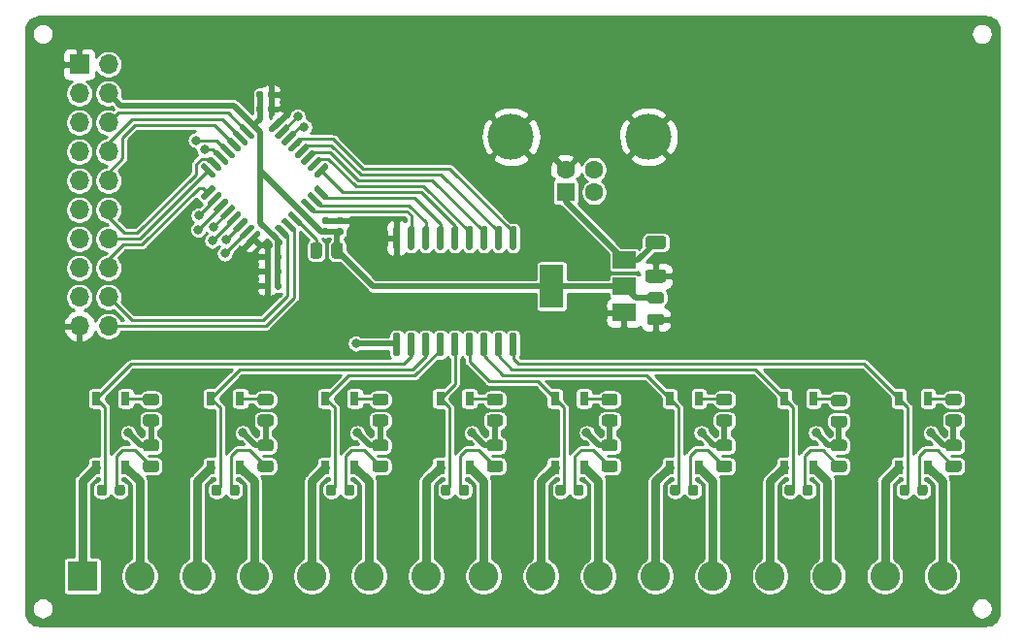
<source format=gbr>
G04 #@! TF.GenerationSoftware,KiCad,Pcbnew,(5.1.8)-1*
G04 #@! TF.CreationDate,2021-01-10T11:48:34-05:00*
G04 #@! TF.ProjectId,Relacon,52656c61-636f-46e2-9e6b-696361645f70,1*
G04 #@! TF.SameCoordinates,Original*
G04 #@! TF.FileFunction,Copper,L1,Top*
G04 #@! TF.FilePolarity,Positive*
%FSLAX46Y46*%
G04 Gerber Fmt 4.6, Leading zero omitted, Abs format (unit mm)*
G04 Created by KiCad (PCBNEW (5.1.8)-1) date 2021-01-10 11:48:34*
%MOMM*%
%LPD*%
G01*
G04 APERTURE LIST*
G04 #@! TA.AperFunction,ComponentPad*
%ADD10R,2.600000X2.600000*%
G04 #@! TD*
G04 #@! TA.AperFunction,ComponentPad*
%ADD11C,2.600000*%
G04 #@! TD*
G04 #@! TA.AperFunction,SMDPad,CuDef*
%ADD12R,0.800000X1.200000*%
G04 #@! TD*
G04 #@! TA.AperFunction,SMDPad,CuDef*
%ADD13R,2.000000X1.500000*%
G04 #@! TD*
G04 #@! TA.AperFunction,SMDPad,CuDef*
%ADD14R,2.000000X3.800000*%
G04 #@! TD*
G04 #@! TA.AperFunction,ComponentPad*
%ADD15O,1.700000X1.700000*%
G04 #@! TD*
G04 #@! TA.AperFunction,ComponentPad*
%ADD16R,1.700000X1.700000*%
G04 #@! TD*
G04 #@! TA.AperFunction,ComponentPad*
%ADD17C,4.000000*%
G04 #@! TD*
G04 #@! TA.AperFunction,ComponentPad*
%ADD18C,1.600000*%
G04 #@! TD*
G04 #@! TA.AperFunction,ComponentPad*
%ADD19R,1.600000X1.600000*%
G04 #@! TD*
G04 #@! TA.AperFunction,ViaPad*
%ADD20C,0.800000*%
G04 #@! TD*
G04 #@! TA.AperFunction,Conductor*
%ADD21C,0.508000*%
G04 #@! TD*
G04 #@! TA.AperFunction,Conductor*
%ADD22C,0.254000*%
G04 #@! TD*
G04 #@! TA.AperFunction,Conductor*
%ADD23C,0.762000*%
G04 #@! TD*
G04 #@! TA.AperFunction,Conductor*
%ADD24C,0.100000*%
G04 #@! TD*
G04 APERTURE END LIST*
D10*
X132350000Y-112750000D03*
D11*
X137350000Y-112750000D03*
X142350000Y-112750000D03*
X147350000Y-112750000D03*
X152350000Y-112750000D03*
X157350000Y-112750000D03*
X162350000Y-112750000D03*
X167350000Y-112750000D03*
X172350000Y-112750000D03*
X177350000Y-112750000D03*
X182350000Y-112750000D03*
X187350000Y-112750000D03*
X192350000Y-112750000D03*
X197350000Y-112750000D03*
X202350000Y-112750000D03*
X207350000Y-112750000D03*
D12*
X203580000Y-103250000D03*
X203580000Y-97250000D03*
X206120000Y-97250000D03*
X206120000Y-103250000D03*
X193580000Y-103250000D03*
X193580000Y-97250000D03*
X196120000Y-97250000D03*
X196120000Y-103250000D03*
X183580000Y-103250000D03*
X183580000Y-97250000D03*
X186120000Y-97250000D03*
X186120000Y-103250000D03*
X173580000Y-103250000D03*
X173580000Y-97250000D03*
X176120000Y-97250000D03*
X176120000Y-103250000D03*
X163580000Y-103250000D03*
X163580000Y-97250000D03*
X166120000Y-97250000D03*
X166120000Y-103250000D03*
X153580000Y-103250000D03*
X153580000Y-97250000D03*
X156120000Y-97250000D03*
X156120000Y-103250000D03*
X143580000Y-103250000D03*
X143580000Y-97250000D03*
X146120000Y-97250000D03*
X146120000Y-103250000D03*
X133580000Y-103250000D03*
X133580000Y-97250000D03*
X136120000Y-97250000D03*
X136120000Y-103250000D03*
G04 #@! TA.AperFunction,SMDPad,CuDef*
G36*
G01*
X169776000Y-91509000D02*
X170076000Y-91509000D01*
G75*
G02*
X170226000Y-91659000I0J-150000D01*
G01*
X170226000Y-93409000D01*
G75*
G02*
X170076000Y-93559000I-150000J0D01*
G01*
X169776000Y-93559000D01*
G75*
G02*
X169626000Y-93409000I0J150000D01*
G01*
X169626000Y-91659000D01*
G75*
G02*
X169776000Y-91509000I150000J0D01*
G01*
G37*
G04 #@! TD.AperFunction*
G04 #@! TA.AperFunction,SMDPad,CuDef*
G36*
G01*
X168506000Y-91509000D02*
X168806000Y-91509000D01*
G75*
G02*
X168956000Y-91659000I0J-150000D01*
G01*
X168956000Y-93409000D01*
G75*
G02*
X168806000Y-93559000I-150000J0D01*
G01*
X168506000Y-93559000D01*
G75*
G02*
X168356000Y-93409000I0J150000D01*
G01*
X168356000Y-91659000D01*
G75*
G02*
X168506000Y-91509000I150000J0D01*
G01*
G37*
G04 #@! TD.AperFunction*
G04 #@! TA.AperFunction,SMDPad,CuDef*
G36*
G01*
X167236000Y-91509000D02*
X167536000Y-91509000D01*
G75*
G02*
X167686000Y-91659000I0J-150000D01*
G01*
X167686000Y-93409000D01*
G75*
G02*
X167536000Y-93559000I-150000J0D01*
G01*
X167236000Y-93559000D01*
G75*
G02*
X167086000Y-93409000I0J150000D01*
G01*
X167086000Y-91659000D01*
G75*
G02*
X167236000Y-91509000I150000J0D01*
G01*
G37*
G04 #@! TD.AperFunction*
G04 #@! TA.AperFunction,SMDPad,CuDef*
G36*
G01*
X165966000Y-91509000D02*
X166266000Y-91509000D01*
G75*
G02*
X166416000Y-91659000I0J-150000D01*
G01*
X166416000Y-93409000D01*
G75*
G02*
X166266000Y-93559000I-150000J0D01*
G01*
X165966000Y-93559000D01*
G75*
G02*
X165816000Y-93409000I0J150000D01*
G01*
X165816000Y-91659000D01*
G75*
G02*
X165966000Y-91509000I150000J0D01*
G01*
G37*
G04 #@! TD.AperFunction*
G04 #@! TA.AperFunction,SMDPad,CuDef*
G36*
G01*
X164696000Y-91509000D02*
X164996000Y-91509000D01*
G75*
G02*
X165146000Y-91659000I0J-150000D01*
G01*
X165146000Y-93409000D01*
G75*
G02*
X164996000Y-93559000I-150000J0D01*
G01*
X164696000Y-93559000D01*
G75*
G02*
X164546000Y-93409000I0J150000D01*
G01*
X164546000Y-91659000D01*
G75*
G02*
X164696000Y-91509000I150000J0D01*
G01*
G37*
G04 #@! TD.AperFunction*
G04 #@! TA.AperFunction,SMDPad,CuDef*
G36*
G01*
X163426000Y-91509000D02*
X163726000Y-91509000D01*
G75*
G02*
X163876000Y-91659000I0J-150000D01*
G01*
X163876000Y-93409000D01*
G75*
G02*
X163726000Y-93559000I-150000J0D01*
G01*
X163426000Y-93559000D01*
G75*
G02*
X163276000Y-93409000I0J150000D01*
G01*
X163276000Y-91659000D01*
G75*
G02*
X163426000Y-91509000I150000J0D01*
G01*
G37*
G04 #@! TD.AperFunction*
G04 #@! TA.AperFunction,SMDPad,CuDef*
G36*
G01*
X162156000Y-91509000D02*
X162456000Y-91509000D01*
G75*
G02*
X162606000Y-91659000I0J-150000D01*
G01*
X162606000Y-93409000D01*
G75*
G02*
X162456000Y-93559000I-150000J0D01*
G01*
X162156000Y-93559000D01*
G75*
G02*
X162006000Y-93409000I0J150000D01*
G01*
X162006000Y-91659000D01*
G75*
G02*
X162156000Y-91509000I150000J0D01*
G01*
G37*
G04 #@! TD.AperFunction*
G04 #@! TA.AperFunction,SMDPad,CuDef*
G36*
G01*
X160886000Y-91509000D02*
X161186000Y-91509000D01*
G75*
G02*
X161336000Y-91659000I0J-150000D01*
G01*
X161336000Y-93409000D01*
G75*
G02*
X161186000Y-93559000I-150000J0D01*
G01*
X160886000Y-93559000D01*
G75*
G02*
X160736000Y-93409000I0J150000D01*
G01*
X160736000Y-91659000D01*
G75*
G02*
X160886000Y-91509000I150000J0D01*
G01*
G37*
G04 #@! TD.AperFunction*
G04 #@! TA.AperFunction,SMDPad,CuDef*
G36*
G01*
X159616000Y-91509000D02*
X159916000Y-91509000D01*
G75*
G02*
X160066000Y-91659000I0J-150000D01*
G01*
X160066000Y-93409000D01*
G75*
G02*
X159916000Y-93559000I-150000J0D01*
G01*
X159616000Y-93559000D01*
G75*
G02*
X159466000Y-93409000I0J150000D01*
G01*
X159466000Y-91659000D01*
G75*
G02*
X159616000Y-91509000I150000J0D01*
G01*
G37*
G04 #@! TD.AperFunction*
G04 #@! TA.AperFunction,SMDPad,CuDef*
G36*
G01*
X159616000Y-82209000D02*
X159916000Y-82209000D01*
G75*
G02*
X160066000Y-82359000I0J-150000D01*
G01*
X160066000Y-84109000D01*
G75*
G02*
X159916000Y-84259000I-150000J0D01*
G01*
X159616000Y-84259000D01*
G75*
G02*
X159466000Y-84109000I0J150000D01*
G01*
X159466000Y-82359000D01*
G75*
G02*
X159616000Y-82209000I150000J0D01*
G01*
G37*
G04 #@! TD.AperFunction*
G04 #@! TA.AperFunction,SMDPad,CuDef*
G36*
G01*
X160886000Y-82209000D02*
X161186000Y-82209000D01*
G75*
G02*
X161336000Y-82359000I0J-150000D01*
G01*
X161336000Y-84109000D01*
G75*
G02*
X161186000Y-84259000I-150000J0D01*
G01*
X160886000Y-84259000D01*
G75*
G02*
X160736000Y-84109000I0J150000D01*
G01*
X160736000Y-82359000D01*
G75*
G02*
X160886000Y-82209000I150000J0D01*
G01*
G37*
G04 #@! TD.AperFunction*
G04 #@! TA.AperFunction,SMDPad,CuDef*
G36*
G01*
X162156000Y-82209000D02*
X162456000Y-82209000D01*
G75*
G02*
X162606000Y-82359000I0J-150000D01*
G01*
X162606000Y-84109000D01*
G75*
G02*
X162456000Y-84259000I-150000J0D01*
G01*
X162156000Y-84259000D01*
G75*
G02*
X162006000Y-84109000I0J150000D01*
G01*
X162006000Y-82359000D01*
G75*
G02*
X162156000Y-82209000I150000J0D01*
G01*
G37*
G04 #@! TD.AperFunction*
G04 #@! TA.AperFunction,SMDPad,CuDef*
G36*
G01*
X163426000Y-82209000D02*
X163726000Y-82209000D01*
G75*
G02*
X163876000Y-82359000I0J-150000D01*
G01*
X163876000Y-84109000D01*
G75*
G02*
X163726000Y-84259000I-150000J0D01*
G01*
X163426000Y-84259000D01*
G75*
G02*
X163276000Y-84109000I0J150000D01*
G01*
X163276000Y-82359000D01*
G75*
G02*
X163426000Y-82209000I150000J0D01*
G01*
G37*
G04 #@! TD.AperFunction*
G04 #@! TA.AperFunction,SMDPad,CuDef*
G36*
G01*
X164696000Y-82209000D02*
X164996000Y-82209000D01*
G75*
G02*
X165146000Y-82359000I0J-150000D01*
G01*
X165146000Y-84109000D01*
G75*
G02*
X164996000Y-84259000I-150000J0D01*
G01*
X164696000Y-84259000D01*
G75*
G02*
X164546000Y-84109000I0J150000D01*
G01*
X164546000Y-82359000D01*
G75*
G02*
X164696000Y-82209000I150000J0D01*
G01*
G37*
G04 #@! TD.AperFunction*
G04 #@! TA.AperFunction,SMDPad,CuDef*
G36*
G01*
X165966000Y-82209000D02*
X166266000Y-82209000D01*
G75*
G02*
X166416000Y-82359000I0J-150000D01*
G01*
X166416000Y-84109000D01*
G75*
G02*
X166266000Y-84259000I-150000J0D01*
G01*
X165966000Y-84259000D01*
G75*
G02*
X165816000Y-84109000I0J150000D01*
G01*
X165816000Y-82359000D01*
G75*
G02*
X165966000Y-82209000I150000J0D01*
G01*
G37*
G04 #@! TD.AperFunction*
G04 #@! TA.AperFunction,SMDPad,CuDef*
G36*
G01*
X167236000Y-82209000D02*
X167536000Y-82209000D01*
G75*
G02*
X167686000Y-82359000I0J-150000D01*
G01*
X167686000Y-84109000D01*
G75*
G02*
X167536000Y-84259000I-150000J0D01*
G01*
X167236000Y-84259000D01*
G75*
G02*
X167086000Y-84109000I0J150000D01*
G01*
X167086000Y-82359000D01*
G75*
G02*
X167236000Y-82209000I150000J0D01*
G01*
G37*
G04 #@! TD.AperFunction*
G04 #@! TA.AperFunction,SMDPad,CuDef*
G36*
G01*
X168506000Y-82209000D02*
X168806000Y-82209000D01*
G75*
G02*
X168956000Y-82359000I0J-150000D01*
G01*
X168956000Y-84109000D01*
G75*
G02*
X168806000Y-84259000I-150000J0D01*
G01*
X168506000Y-84259000D01*
G75*
G02*
X168356000Y-84109000I0J150000D01*
G01*
X168356000Y-82359000D01*
G75*
G02*
X168506000Y-82209000I150000J0D01*
G01*
G37*
G04 #@! TD.AperFunction*
G04 #@! TA.AperFunction,SMDPad,CuDef*
G36*
G01*
X169776000Y-82209000D02*
X170076000Y-82209000D01*
G75*
G02*
X170226000Y-82359000I0J-150000D01*
G01*
X170226000Y-84109000D01*
G75*
G02*
X170076000Y-84259000I-150000J0D01*
G01*
X169776000Y-84259000D01*
G75*
G02*
X169626000Y-84109000I0J150000D01*
G01*
X169626000Y-82359000D01*
G75*
G02*
X169776000Y-82209000I150000J0D01*
G01*
G37*
G04 #@! TD.AperFunction*
D13*
X179602000Y-89754000D03*
X179602000Y-85154000D03*
X179602000Y-87454000D03*
D14*
X173302000Y-87454000D03*
G04 #@! TA.AperFunction,SMDPad,CuDef*
G36*
G01*
X147904446Y-82976905D02*
X147020563Y-83860788D01*
G75*
G02*
X146843787Y-83860788I-88388J88388D01*
G01*
X146667010Y-83684011D01*
G75*
G02*
X146667010Y-83507235I88388J88388D01*
G01*
X147550893Y-82623352D01*
G75*
G02*
X147727669Y-82623352I88388J-88388D01*
G01*
X147904446Y-82800129D01*
G75*
G02*
X147904446Y-82976905I-88388J-88388D01*
G01*
G37*
G04 #@! TD.AperFunction*
G04 #@! TA.AperFunction,SMDPad,CuDef*
G36*
G01*
X147338761Y-82411219D02*
X146454878Y-83295102D01*
G75*
G02*
X146278102Y-83295102I-88388J88388D01*
G01*
X146101325Y-83118325D01*
G75*
G02*
X146101325Y-82941549I88388J88388D01*
G01*
X146985208Y-82057666D01*
G75*
G02*
X147161984Y-82057666I88388J-88388D01*
G01*
X147338761Y-82234443D01*
G75*
G02*
X147338761Y-82411219I-88388J-88388D01*
G01*
G37*
G04 #@! TD.AperFunction*
G04 #@! TA.AperFunction,SMDPad,CuDef*
G36*
G01*
X146773075Y-81845534D02*
X145889192Y-82729417D01*
G75*
G02*
X145712416Y-82729417I-88388J88388D01*
G01*
X145535639Y-82552640D01*
G75*
G02*
X145535639Y-82375864I88388J88388D01*
G01*
X146419522Y-81491981D01*
G75*
G02*
X146596298Y-81491981I88388J-88388D01*
G01*
X146773075Y-81668758D01*
G75*
G02*
X146773075Y-81845534I-88388J-88388D01*
G01*
G37*
G04 #@! TD.AperFunction*
G04 #@! TA.AperFunction,SMDPad,CuDef*
G36*
G01*
X146207390Y-81279849D02*
X145323507Y-82163732D01*
G75*
G02*
X145146731Y-82163732I-88388J88388D01*
G01*
X144969954Y-81986955D01*
G75*
G02*
X144969954Y-81810179I88388J88388D01*
G01*
X145853837Y-80926296D01*
G75*
G02*
X146030613Y-80926296I88388J-88388D01*
G01*
X146207390Y-81103073D01*
G75*
G02*
X146207390Y-81279849I-88388J-88388D01*
G01*
G37*
G04 #@! TD.AperFunction*
G04 #@! TA.AperFunction,SMDPad,CuDef*
G36*
G01*
X145641704Y-80714163D02*
X144757821Y-81598046D01*
G75*
G02*
X144581045Y-81598046I-88388J88388D01*
G01*
X144404268Y-81421269D01*
G75*
G02*
X144404268Y-81244493I88388J88388D01*
G01*
X145288151Y-80360610D01*
G75*
G02*
X145464927Y-80360610I88388J-88388D01*
G01*
X145641704Y-80537387D01*
G75*
G02*
X145641704Y-80714163I-88388J-88388D01*
G01*
G37*
G04 #@! TD.AperFunction*
G04 #@! TA.AperFunction,SMDPad,CuDef*
G36*
G01*
X145076019Y-80148478D02*
X144192136Y-81032361D01*
G75*
G02*
X144015360Y-81032361I-88388J88388D01*
G01*
X143838583Y-80855584D01*
G75*
G02*
X143838583Y-80678808I88388J88388D01*
G01*
X144722466Y-79794925D01*
G75*
G02*
X144899242Y-79794925I88388J-88388D01*
G01*
X145076019Y-79971702D01*
G75*
G02*
X145076019Y-80148478I-88388J-88388D01*
G01*
G37*
G04 #@! TD.AperFunction*
G04 #@! TA.AperFunction,SMDPad,CuDef*
G36*
G01*
X144510334Y-79582792D02*
X143626451Y-80466675D01*
G75*
G02*
X143449675Y-80466675I-88388J88388D01*
G01*
X143272898Y-80289898D01*
G75*
G02*
X143272898Y-80113122I88388J88388D01*
G01*
X144156781Y-79229239D01*
G75*
G02*
X144333557Y-79229239I88388J-88388D01*
G01*
X144510334Y-79406016D01*
G75*
G02*
X144510334Y-79582792I-88388J-88388D01*
G01*
G37*
G04 #@! TD.AperFunction*
G04 #@! TA.AperFunction,SMDPad,CuDef*
G36*
G01*
X143944648Y-79017107D02*
X143060765Y-79900990D01*
G75*
G02*
X142883989Y-79900990I-88388J88388D01*
G01*
X142707212Y-79724213D01*
G75*
G02*
X142707212Y-79547437I88388J88388D01*
G01*
X143591095Y-78663554D01*
G75*
G02*
X143767871Y-78663554I88388J-88388D01*
G01*
X143944648Y-78840331D01*
G75*
G02*
X143944648Y-79017107I-88388J-88388D01*
G01*
G37*
G04 #@! TD.AperFunction*
G04 #@! TA.AperFunction,SMDPad,CuDef*
G36*
G01*
X143944648Y-77779669D02*
X143767871Y-77956446D01*
G75*
G02*
X143591095Y-77956446I-88388J88388D01*
G01*
X142707212Y-77072563D01*
G75*
G02*
X142707212Y-76895787I88388J88388D01*
G01*
X142883989Y-76719010D01*
G75*
G02*
X143060765Y-76719010I88388J-88388D01*
G01*
X143944648Y-77602893D01*
G75*
G02*
X143944648Y-77779669I-88388J-88388D01*
G01*
G37*
G04 #@! TD.AperFunction*
G04 #@! TA.AperFunction,SMDPad,CuDef*
G36*
G01*
X144510334Y-77213984D02*
X144333557Y-77390761D01*
G75*
G02*
X144156781Y-77390761I-88388J88388D01*
G01*
X143272898Y-76506878D01*
G75*
G02*
X143272898Y-76330102I88388J88388D01*
G01*
X143449675Y-76153325D01*
G75*
G02*
X143626451Y-76153325I88388J-88388D01*
G01*
X144510334Y-77037208D01*
G75*
G02*
X144510334Y-77213984I-88388J-88388D01*
G01*
G37*
G04 #@! TD.AperFunction*
G04 #@! TA.AperFunction,SMDPad,CuDef*
G36*
G01*
X145076019Y-76648298D02*
X144899242Y-76825075D01*
G75*
G02*
X144722466Y-76825075I-88388J88388D01*
G01*
X143838583Y-75941192D01*
G75*
G02*
X143838583Y-75764416I88388J88388D01*
G01*
X144015360Y-75587639D01*
G75*
G02*
X144192136Y-75587639I88388J-88388D01*
G01*
X145076019Y-76471522D01*
G75*
G02*
X145076019Y-76648298I-88388J-88388D01*
G01*
G37*
G04 #@! TD.AperFunction*
G04 #@! TA.AperFunction,SMDPad,CuDef*
G36*
G01*
X145641704Y-76082613D02*
X145464927Y-76259390D01*
G75*
G02*
X145288151Y-76259390I-88388J88388D01*
G01*
X144404268Y-75375507D01*
G75*
G02*
X144404268Y-75198731I88388J88388D01*
G01*
X144581045Y-75021954D01*
G75*
G02*
X144757821Y-75021954I88388J-88388D01*
G01*
X145641704Y-75905837D01*
G75*
G02*
X145641704Y-76082613I-88388J-88388D01*
G01*
G37*
G04 #@! TD.AperFunction*
G04 #@! TA.AperFunction,SMDPad,CuDef*
G36*
G01*
X146207390Y-75516927D02*
X146030613Y-75693704D01*
G75*
G02*
X145853837Y-75693704I-88388J88388D01*
G01*
X144969954Y-74809821D01*
G75*
G02*
X144969954Y-74633045I88388J88388D01*
G01*
X145146731Y-74456268D01*
G75*
G02*
X145323507Y-74456268I88388J-88388D01*
G01*
X146207390Y-75340151D01*
G75*
G02*
X146207390Y-75516927I-88388J-88388D01*
G01*
G37*
G04 #@! TD.AperFunction*
G04 #@! TA.AperFunction,SMDPad,CuDef*
G36*
G01*
X146773075Y-74951242D02*
X146596298Y-75128019D01*
G75*
G02*
X146419522Y-75128019I-88388J88388D01*
G01*
X145535639Y-74244136D01*
G75*
G02*
X145535639Y-74067360I88388J88388D01*
G01*
X145712416Y-73890583D01*
G75*
G02*
X145889192Y-73890583I88388J-88388D01*
G01*
X146773075Y-74774466D01*
G75*
G02*
X146773075Y-74951242I-88388J-88388D01*
G01*
G37*
G04 #@! TD.AperFunction*
G04 #@! TA.AperFunction,SMDPad,CuDef*
G36*
G01*
X147338761Y-74385557D02*
X147161984Y-74562334D01*
G75*
G02*
X146985208Y-74562334I-88388J88388D01*
G01*
X146101325Y-73678451D01*
G75*
G02*
X146101325Y-73501675I88388J88388D01*
G01*
X146278102Y-73324898D01*
G75*
G02*
X146454878Y-73324898I88388J-88388D01*
G01*
X147338761Y-74208781D01*
G75*
G02*
X147338761Y-74385557I-88388J-88388D01*
G01*
G37*
G04 #@! TD.AperFunction*
G04 #@! TA.AperFunction,SMDPad,CuDef*
G36*
G01*
X147904446Y-73819871D02*
X147727669Y-73996648D01*
G75*
G02*
X147550893Y-73996648I-88388J88388D01*
G01*
X146667010Y-73112765D01*
G75*
G02*
X146667010Y-72935989I88388J88388D01*
G01*
X146843787Y-72759212D01*
G75*
G02*
X147020563Y-72759212I88388J-88388D01*
G01*
X147904446Y-73643095D01*
G75*
G02*
X147904446Y-73819871I-88388J-88388D01*
G01*
G37*
G04 #@! TD.AperFunction*
G04 #@! TA.AperFunction,SMDPad,CuDef*
G36*
G01*
X149848990Y-73112765D02*
X148965107Y-73996648D01*
G75*
G02*
X148788331Y-73996648I-88388J88388D01*
G01*
X148611554Y-73819871D01*
G75*
G02*
X148611554Y-73643095I88388J88388D01*
G01*
X149495437Y-72759212D01*
G75*
G02*
X149672213Y-72759212I88388J-88388D01*
G01*
X149848990Y-72935989D01*
G75*
G02*
X149848990Y-73112765I-88388J-88388D01*
G01*
G37*
G04 #@! TD.AperFunction*
G04 #@! TA.AperFunction,SMDPad,CuDef*
G36*
G01*
X150414675Y-73678451D02*
X149530792Y-74562334D01*
G75*
G02*
X149354016Y-74562334I-88388J88388D01*
G01*
X149177239Y-74385557D01*
G75*
G02*
X149177239Y-74208781I88388J88388D01*
G01*
X150061122Y-73324898D01*
G75*
G02*
X150237898Y-73324898I88388J-88388D01*
G01*
X150414675Y-73501675D01*
G75*
G02*
X150414675Y-73678451I-88388J-88388D01*
G01*
G37*
G04 #@! TD.AperFunction*
G04 #@! TA.AperFunction,SMDPad,CuDef*
G36*
G01*
X150980361Y-74244136D02*
X150096478Y-75128019D01*
G75*
G02*
X149919702Y-75128019I-88388J88388D01*
G01*
X149742925Y-74951242D01*
G75*
G02*
X149742925Y-74774466I88388J88388D01*
G01*
X150626808Y-73890583D01*
G75*
G02*
X150803584Y-73890583I88388J-88388D01*
G01*
X150980361Y-74067360D01*
G75*
G02*
X150980361Y-74244136I-88388J-88388D01*
G01*
G37*
G04 #@! TD.AperFunction*
G04 #@! TA.AperFunction,SMDPad,CuDef*
G36*
G01*
X151546046Y-74809821D02*
X150662163Y-75693704D01*
G75*
G02*
X150485387Y-75693704I-88388J88388D01*
G01*
X150308610Y-75516927D01*
G75*
G02*
X150308610Y-75340151I88388J88388D01*
G01*
X151192493Y-74456268D01*
G75*
G02*
X151369269Y-74456268I88388J-88388D01*
G01*
X151546046Y-74633045D01*
G75*
G02*
X151546046Y-74809821I-88388J-88388D01*
G01*
G37*
G04 #@! TD.AperFunction*
G04 #@! TA.AperFunction,SMDPad,CuDef*
G36*
G01*
X152111732Y-75375507D02*
X151227849Y-76259390D01*
G75*
G02*
X151051073Y-76259390I-88388J88388D01*
G01*
X150874296Y-76082613D01*
G75*
G02*
X150874296Y-75905837I88388J88388D01*
G01*
X151758179Y-75021954D01*
G75*
G02*
X151934955Y-75021954I88388J-88388D01*
G01*
X152111732Y-75198731D01*
G75*
G02*
X152111732Y-75375507I-88388J-88388D01*
G01*
G37*
G04 #@! TD.AperFunction*
G04 #@! TA.AperFunction,SMDPad,CuDef*
G36*
G01*
X152677417Y-75941192D02*
X151793534Y-76825075D01*
G75*
G02*
X151616758Y-76825075I-88388J88388D01*
G01*
X151439981Y-76648298D01*
G75*
G02*
X151439981Y-76471522I88388J88388D01*
G01*
X152323864Y-75587639D01*
G75*
G02*
X152500640Y-75587639I88388J-88388D01*
G01*
X152677417Y-75764416D01*
G75*
G02*
X152677417Y-75941192I-88388J-88388D01*
G01*
G37*
G04 #@! TD.AperFunction*
G04 #@! TA.AperFunction,SMDPad,CuDef*
G36*
G01*
X153243102Y-76506878D02*
X152359219Y-77390761D01*
G75*
G02*
X152182443Y-77390761I-88388J88388D01*
G01*
X152005666Y-77213984D01*
G75*
G02*
X152005666Y-77037208I88388J88388D01*
G01*
X152889549Y-76153325D01*
G75*
G02*
X153066325Y-76153325I88388J-88388D01*
G01*
X153243102Y-76330102D01*
G75*
G02*
X153243102Y-76506878I-88388J-88388D01*
G01*
G37*
G04 #@! TD.AperFunction*
G04 #@! TA.AperFunction,SMDPad,CuDef*
G36*
G01*
X153808788Y-77072563D02*
X152924905Y-77956446D01*
G75*
G02*
X152748129Y-77956446I-88388J88388D01*
G01*
X152571352Y-77779669D01*
G75*
G02*
X152571352Y-77602893I88388J88388D01*
G01*
X153455235Y-76719010D01*
G75*
G02*
X153632011Y-76719010I88388J-88388D01*
G01*
X153808788Y-76895787D01*
G75*
G02*
X153808788Y-77072563I-88388J-88388D01*
G01*
G37*
G04 #@! TD.AperFunction*
G04 #@! TA.AperFunction,SMDPad,CuDef*
G36*
G01*
X153808788Y-79724213D02*
X153632011Y-79900990D01*
G75*
G02*
X153455235Y-79900990I-88388J88388D01*
G01*
X152571352Y-79017107D01*
G75*
G02*
X152571352Y-78840331I88388J88388D01*
G01*
X152748129Y-78663554D01*
G75*
G02*
X152924905Y-78663554I88388J-88388D01*
G01*
X153808788Y-79547437D01*
G75*
G02*
X153808788Y-79724213I-88388J-88388D01*
G01*
G37*
G04 #@! TD.AperFunction*
G04 #@! TA.AperFunction,SMDPad,CuDef*
G36*
G01*
X153243102Y-80289898D02*
X153066325Y-80466675D01*
G75*
G02*
X152889549Y-80466675I-88388J88388D01*
G01*
X152005666Y-79582792D01*
G75*
G02*
X152005666Y-79406016I88388J88388D01*
G01*
X152182443Y-79229239D01*
G75*
G02*
X152359219Y-79229239I88388J-88388D01*
G01*
X153243102Y-80113122D01*
G75*
G02*
X153243102Y-80289898I-88388J-88388D01*
G01*
G37*
G04 #@! TD.AperFunction*
G04 #@! TA.AperFunction,SMDPad,CuDef*
G36*
G01*
X152677417Y-80855584D02*
X152500640Y-81032361D01*
G75*
G02*
X152323864Y-81032361I-88388J88388D01*
G01*
X151439981Y-80148478D01*
G75*
G02*
X151439981Y-79971702I88388J88388D01*
G01*
X151616758Y-79794925D01*
G75*
G02*
X151793534Y-79794925I88388J-88388D01*
G01*
X152677417Y-80678808D01*
G75*
G02*
X152677417Y-80855584I-88388J-88388D01*
G01*
G37*
G04 #@! TD.AperFunction*
G04 #@! TA.AperFunction,SMDPad,CuDef*
G36*
G01*
X152111732Y-81421269D02*
X151934955Y-81598046D01*
G75*
G02*
X151758179Y-81598046I-88388J88388D01*
G01*
X150874296Y-80714163D01*
G75*
G02*
X150874296Y-80537387I88388J88388D01*
G01*
X151051073Y-80360610D01*
G75*
G02*
X151227849Y-80360610I88388J-88388D01*
G01*
X152111732Y-81244493D01*
G75*
G02*
X152111732Y-81421269I-88388J-88388D01*
G01*
G37*
G04 #@! TD.AperFunction*
G04 #@! TA.AperFunction,SMDPad,CuDef*
G36*
G01*
X151546046Y-81986955D02*
X151369269Y-82163732D01*
G75*
G02*
X151192493Y-82163732I-88388J88388D01*
G01*
X150308610Y-81279849D01*
G75*
G02*
X150308610Y-81103073I88388J88388D01*
G01*
X150485387Y-80926296D01*
G75*
G02*
X150662163Y-80926296I88388J-88388D01*
G01*
X151546046Y-81810179D01*
G75*
G02*
X151546046Y-81986955I-88388J-88388D01*
G01*
G37*
G04 #@! TD.AperFunction*
G04 #@! TA.AperFunction,SMDPad,CuDef*
G36*
G01*
X150980361Y-82552640D02*
X150803584Y-82729417D01*
G75*
G02*
X150626808Y-82729417I-88388J88388D01*
G01*
X149742925Y-81845534D01*
G75*
G02*
X149742925Y-81668758I88388J88388D01*
G01*
X149919702Y-81491981D01*
G75*
G02*
X150096478Y-81491981I88388J-88388D01*
G01*
X150980361Y-82375864D01*
G75*
G02*
X150980361Y-82552640I-88388J-88388D01*
G01*
G37*
G04 #@! TD.AperFunction*
G04 #@! TA.AperFunction,SMDPad,CuDef*
G36*
G01*
X150414675Y-83118325D02*
X150237898Y-83295102D01*
G75*
G02*
X150061122Y-83295102I-88388J88388D01*
G01*
X149177239Y-82411219D01*
G75*
G02*
X149177239Y-82234443I88388J88388D01*
G01*
X149354016Y-82057666D01*
G75*
G02*
X149530792Y-82057666I88388J-88388D01*
G01*
X150414675Y-82941549D01*
G75*
G02*
X150414675Y-83118325I-88388J-88388D01*
G01*
G37*
G04 #@! TD.AperFunction*
G04 #@! TA.AperFunction,SMDPad,CuDef*
G36*
G01*
X149848990Y-83684011D02*
X149672213Y-83860788D01*
G75*
G02*
X149495437Y-83860788I-88388J88388D01*
G01*
X148611554Y-82976905D01*
G75*
G02*
X148611554Y-82800129I88388J88388D01*
G01*
X148788331Y-82623352D01*
G75*
G02*
X148965107Y-82623352I88388J-88388D01*
G01*
X149848990Y-83507235D01*
G75*
G02*
X149848990Y-83684011I-88388J-88388D01*
G01*
G37*
G04 #@! TD.AperFunction*
G04 #@! TA.AperFunction,SMDPad,CuDef*
G36*
G01*
X207899998Y-98650000D02*
X208800002Y-98650000D01*
G75*
G02*
X209050000Y-98899998I0J-249998D01*
G01*
X209050000Y-99425002D01*
G75*
G02*
X208800002Y-99675000I-249998J0D01*
G01*
X207899998Y-99675000D01*
G75*
G02*
X207650000Y-99425002I0J249998D01*
G01*
X207650000Y-98899998D01*
G75*
G02*
X207899998Y-98650000I249998J0D01*
G01*
G37*
G04 #@! TD.AperFunction*
G04 #@! TA.AperFunction,SMDPad,CuDef*
G36*
G01*
X207899998Y-96825000D02*
X208800002Y-96825000D01*
G75*
G02*
X209050000Y-97074998I0J-249998D01*
G01*
X209050000Y-97600002D01*
G75*
G02*
X208800002Y-97850000I-249998J0D01*
G01*
X207899998Y-97850000D01*
G75*
G02*
X207650000Y-97600002I0J249998D01*
G01*
X207650000Y-97074998D01*
G75*
G02*
X207899998Y-96825000I249998J0D01*
G01*
G37*
G04 #@! TD.AperFunction*
G04 #@! TA.AperFunction,SMDPad,CuDef*
G36*
G01*
X197899998Y-98737500D02*
X198800002Y-98737500D01*
G75*
G02*
X199050000Y-98987498I0J-249998D01*
G01*
X199050000Y-99512502D01*
G75*
G02*
X198800002Y-99762500I-249998J0D01*
G01*
X197899998Y-99762500D01*
G75*
G02*
X197650000Y-99512502I0J249998D01*
G01*
X197650000Y-98987498D01*
G75*
G02*
X197899998Y-98737500I249998J0D01*
G01*
G37*
G04 #@! TD.AperFunction*
G04 #@! TA.AperFunction,SMDPad,CuDef*
G36*
G01*
X197899998Y-96912500D02*
X198800002Y-96912500D01*
G75*
G02*
X199050000Y-97162498I0J-249998D01*
G01*
X199050000Y-97687502D01*
G75*
G02*
X198800002Y-97937500I-249998J0D01*
G01*
X197899998Y-97937500D01*
G75*
G02*
X197650000Y-97687502I0J249998D01*
G01*
X197650000Y-97162498D01*
G75*
G02*
X197899998Y-96912500I249998J0D01*
G01*
G37*
G04 #@! TD.AperFunction*
G04 #@! TA.AperFunction,SMDPad,CuDef*
G36*
G01*
X187899998Y-98650000D02*
X188800002Y-98650000D01*
G75*
G02*
X189050000Y-98899998I0J-249998D01*
G01*
X189050000Y-99425002D01*
G75*
G02*
X188800002Y-99675000I-249998J0D01*
G01*
X187899998Y-99675000D01*
G75*
G02*
X187650000Y-99425002I0J249998D01*
G01*
X187650000Y-98899998D01*
G75*
G02*
X187899998Y-98650000I249998J0D01*
G01*
G37*
G04 #@! TD.AperFunction*
G04 #@! TA.AperFunction,SMDPad,CuDef*
G36*
G01*
X187899998Y-96825000D02*
X188800002Y-96825000D01*
G75*
G02*
X189050000Y-97074998I0J-249998D01*
G01*
X189050000Y-97600002D01*
G75*
G02*
X188800002Y-97850000I-249998J0D01*
G01*
X187899998Y-97850000D01*
G75*
G02*
X187650000Y-97600002I0J249998D01*
G01*
X187650000Y-97074998D01*
G75*
G02*
X187899998Y-96825000I249998J0D01*
G01*
G37*
G04 #@! TD.AperFunction*
G04 #@! TA.AperFunction,SMDPad,CuDef*
G36*
G01*
X177899998Y-98650000D02*
X178800002Y-98650000D01*
G75*
G02*
X179050000Y-98899998I0J-249998D01*
G01*
X179050000Y-99425002D01*
G75*
G02*
X178800002Y-99675000I-249998J0D01*
G01*
X177899998Y-99675000D01*
G75*
G02*
X177650000Y-99425002I0J249998D01*
G01*
X177650000Y-98899998D01*
G75*
G02*
X177899998Y-98650000I249998J0D01*
G01*
G37*
G04 #@! TD.AperFunction*
G04 #@! TA.AperFunction,SMDPad,CuDef*
G36*
G01*
X177899998Y-96825000D02*
X178800002Y-96825000D01*
G75*
G02*
X179050000Y-97074998I0J-249998D01*
G01*
X179050000Y-97600002D01*
G75*
G02*
X178800002Y-97850000I-249998J0D01*
G01*
X177899998Y-97850000D01*
G75*
G02*
X177650000Y-97600002I0J249998D01*
G01*
X177650000Y-97074998D01*
G75*
G02*
X177899998Y-96825000I249998J0D01*
G01*
G37*
G04 #@! TD.AperFunction*
G04 #@! TA.AperFunction,SMDPad,CuDef*
G36*
G01*
X207899998Y-102650000D02*
X208800002Y-102650000D01*
G75*
G02*
X209050000Y-102899998I0J-249998D01*
G01*
X209050000Y-103425002D01*
G75*
G02*
X208800002Y-103675000I-249998J0D01*
G01*
X207899998Y-103675000D01*
G75*
G02*
X207650000Y-103425002I0J249998D01*
G01*
X207650000Y-102899998D01*
G75*
G02*
X207899998Y-102650000I249998J0D01*
G01*
G37*
G04 #@! TD.AperFunction*
G04 #@! TA.AperFunction,SMDPad,CuDef*
G36*
G01*
X207899998Y-100825000D02*
X208800002Y-100825000D01*
G75*
G02*
X209050000Y-101074998I0J-249998D01*
G01*
X209050000Y-101600002D01*
G75*
G02*
X208800002Y-101850000I-249998J0D01*
G01*
X207899998Y-101850000D01*
G75*
G02*
X207650000Y-101600002I0J249998D01*
G01*
X207650000Y-101074998D01*
G75*
G02*
X207899998Y-100825000I249998J0D01*
G01*
G37*
G04 #@! TD.AperFunction*
G04 #@! TA.AperFunction,SMDPad,CuDef*
G36*
G01*
X197899998Y-102650000D02*
X198800002Y-102650000D01*
G75*
G02*
X199050000Y-102899998I0J-249998D01*
G01*
X199050000Y-103425002D01*
G75*
G02*
X198800002Y-103675000I-249998J0D01*
G01*
X197899998Y-103675000D01*
G75*
G02*
X197650000Y-103425002I0J249998D01*
G01*
X197650000Y-102899998D01*
G75*
G02*
X197899998Y-102650000I249998J0D01*
G01*
G37*
G04 #@! TD.AperFunction*
G04 #@! TA.AperFunction,SMDPad,CuDef*
G36*
G01*
X197899998Y-100825000D02*
X198800002Y-100825000D01*
G75*
G02*
X199050000Y-101074998I0J-249998D01*
G01*
X199050000Y-101600002D01*
G75*
G02*
X198800002Y-101850000I-249998J0D01*
G01*
X197899998Y-101850000D01*
G75*
G02*
X197650000Y-101600002I0J249998D01*
G01*
X197650000Y-101074998D01*
G75*
G02*
X197899998Y-100825000I249998J0D01*
G01*
G37*
G04 #@! TD.AperFunction*
G04 #@! TA.AperFunction,SMDPad,CuDef*
G36*
G01*
X187899998Y-102650000D02*
X188800002Y-102650000D01*
G75*
G02*
X189050000Y-102899998I0J-249998D01*
G01*
X189050000Y-103425002D01*
G75*
G02*
X188800002Y-103675000I-249998J0D01*
G01*
X187899998Y-103675000D01*
G75*
G02*
X187650000Y-103425002I0J249998D01*
G01*
X187650000Y-102899998D01*
G75*
G02*
X187899998Y-102650000I249998J0D01*
G01*
G37*
G04 #@! TD.AperFunction*
G04 #@! TA.AperFunction,SMDPad,CuDef*
G36*
G01*
X187899998Y-100825000D02*
X188800002Y-100825000D01*
G75*
G02*
X189050000Y-101074998I0J-249998D01*
G01*
X189050000Y-101600002D01*
G75*
G02*
X188800002Y-101850000I-249998J0D01*
G01*
X187899998Y-101850000D01*
G75*
G02*
X187650000Y-101600002I0J249998D01*
G01*
X187650000Y-101074998D01*
G75*
G02*
X187899998Y-100825000I249998J0D01*
G01*
G37*
G04 #@! TD.AperFunction*
G04 #@! TA.AperFunction,SMDPad,CuDef*
G36*
G01*
X177899998Y-102650000D02*
X178800002Y-102650000D01*
G75*
G02*
X179050000Y-102899998I0J-249998D01*
G01*
X179050000Y-103425002D01*
G75*
G02*
X178800002Y-103675000I-249998J0D01*
G01*
X177899998Y-103675000D01*
G75*
G02*
X177650000Y-103425002I0J249998D01*
G01*
X177650000Y-102899998D01*
G75*
G02*
X177899998Y-102650000I249998J0D01*
G01*
G37*
G04 #@! TD.AperFunction*
G04 #@! TA.AperFunction,SMDPad,CuDef*
G36*
G01*
X177899998Y-100825000D02*
X178800002Y-100825000D01*
G75*
G02*
X179050000Y-101074998I0J-249998D01*
G01*
X179050000Y-101600002D01*
G75*
G02*
X178800002Y-101850000I-249998J0D01*
G01*
X177899998Y-101850000D01*
G75*
G02*
X177650000Y-101600002I0J249998D01*
G01*
X177650000Y-101074998D01*
G75*
G02*
X177899998Y-100825000I249998J0D01*
G01*
G37*
G04 #@! TD.AperFunction*
G04 #@! TA.AperFunction,SMDPad,CuDef*
G36*
G01*
X167899998Y-98650000D02*
X168800002Y-98650000D01*
G75*
G02*
X169050000Y-98899998I0J-249998D01*
G01*
X169050000Y-99425002D01*
G75*
G02*
X168800002Y-99675000I-249998J0D01*
G01*
X167899998Y-99675000D01*
G75*
G02*
X167650000Y-99425002I0J249998D01*
G01*
X167650000Y-98899998D01*
G75*
G02*
X167899998Y-98650000I249998J0D01*
G01*
G37*
G04 #@! TD.AperFunction*
G04 #@! TA.AperFunction,SMDPad,CuDef*
G36*
G01*
X167899998Y-96825000D02*
X168800002Y-96825000D01*
G75*
G02*
X169050000Y-97074998I0J-249998D01*
G01*
X169050000Y-97600002D01*
G75*
G02*
X168800002Y-97850000I-249998J0D01*
G01*
X167899998Y-97850000D01*
G75*
G02*
X167650000Y-97600002I0J249998D01*
G01*
X167650000Y-97074998D01*
G75*
G02*
X167899998Y-96825000I249998J0D01*
G01*
G37*
G04 #@! TD.AperFunction*
G04 #@! TA.AperFunction,SMDPad,CuDef*
G36*
G01*
X157899998Y-98650000D02*
X158800002Y-98650000D01*
G75*
G02*
X159050000Y-98899998I0J-249998D01*
G01*
X159050000Y-99425002D01*
G75*
G02*
X158800002Y-99675000I-249998J0D01*
G01*
X157899998Y-99675000D01*
G75*
G02*
X157650000Y-99425002I0J249998D01*
G01*
X157650000Y-98899998D01*
G75*
G02*
X157899998Y-98650000I249998J0D01*
G01*
G37*
G04 #@! TD.AperFunction*
G04 #@! TA.AperFunction,SMDPad,CuDef*
G36*
G01*
X157899998Y-96825000D02*
X158800002Y-96825000D01*
G75*
G02*
X159050000Y-97074998I0J-249998D01*
G01*
X159050000Y-97600002D01*
G75*
G02*
X158800002Y-97850000I-249998J0D01*
G01*
X157899998Y-97850000D01*
G75*
G02*
X157650000Y-97600002I0J249998D01*
G01*
X157650000Y-97074998D01*
G75*
G02*
X157899998Y-96825000I249998J0D01*
G01*
G37*
G04 #@! TD.AperFunction*
G04 #@! TA.AperFunction,SMDPad,CuDef*
G36*
G01*
X147899998Y-98650000D02*
X148800002Y-98650000D01*
G75*
G02*
X149050000Y-98899998I0J-249998D01*
G01*
X149050000Y-99425002D01*
G75*
G02*
X148800002Y-99675000I-249998J0D01*
G01*
X147899998Y-99675000D01*
G75*
G02*
X147650000Y-99425002I0J249998D01*
G01*
X147650000Y-98899998D01*
G75*
G02*
X147899998Y-98650000I249998J0D01*
G01*
G37*
G04 #@! TD.AperFunction*
G04 #@! TA.AperFunction,SMDPad,CuDef*
G36*
G01*
X147899998Y-96825000D02*
X148800002Y-96825000D01*
G75*
G02*
X149050000Y-97074998I0J-249998D01*
G01*
X149050000Y-97600002D01*
G75*
G02*
X148800002Y-97850000I-249998J0D01*
G01*
X147899998Y-97850000D01*
G75*
G02*
X147650000Y-97600002I0J249998D01*
G01*
X147650000Y-97074998D01*
G75*
G02*
X147899998Y-96825000I249998J0D01*
G01*
G37*
G04 #@! TD.AperFunction*
G04 #@! TA.AperFunction,SMDPad,CuDef*
G36*
G01*
X137899998Y-98650000D02*
X138800002Y-98650000D01*
G75*
G02*
X139050000Y-98899998I0J-249998D01*
G01*
X139050000Y-99425002D01*
G75*
G02*
X138800002Y-99675000I-249998J0D01*
G01*
X137899998Y-99675000D01*
G75*
G02*
X137650000Y-99425002I0J249998D01*
G01*
X137650000Y-98899998D01*
G75*
G02*
X137899998Y-98650000I249998J0D01*
G01*
G37*
G04 #@! TD.AperFunction*
G04 #@! TA.AperFunction,SMDPad,CuDef*
G36*
G01*
X137899998Y-96825000D02*
X138800002Y-96825000D01*
G75*
G02*
X139050000Y-97074998I0J-249998D01*
G01*
X139050000Y-97600002D01*
G75*
G02*
X138800002Y-97850000I-249998J0D01*
G01*
X137899998Y-97850000D01*
G75*
G02*
X137650000Y-97600002I0J249998D01*
G01*
X137650000Y-97074998D01*
G75*
G02*
X137899998Y-96825000I249998J0D01*
G01*
G37*
G04 #@! TD.AperFunction*
G04 #@! TA.AperFunction,SMDPad,CuDef*
G36*
G01*
X167899998Y-102650000D02*
X168800002Y-102650000D01*
G75*
G02*
X169050000Y-102899998I0J-249998D01*
G01*
X169050000Y-103425002D01*
G75*
G02*
X168800002Y-103675000I-249998J0D01*
G01*
X167899998Y-103675000D01*
G75*
G02*
X167650000Y-103425002I0J249998D01*
G01*
X167650000Y-102899998D01*
G75*
G02*
X167899998Y-102650000I249998J0D01*
G01*
G37*
G04 #@! TD.AperFunction*
G04 #@! TA.AperFunction,SMDPad,CuDef*
G36*
G01*
X167899998Y-100825000D02*
X168800002Y-100825000D01*
G75*
G02*
X169050000Y-101074998I0J-249998D01*
G01*
X169050000Y-101600002D01*
G75*
G02*
X168800002Y-101850000I-249998J0D01*
G01*
X167899998Y-101850000D01*
G75*
G02*
X167650000Y-101600002I0J249998D01*
G01*
X167650000Y-101074998D01*
G75*
G02*
X167899998Y-100825000I249998J0D01*
G01*
G37*
G04 #@! TD.AperFunction*
G04 #@! TA.AperFunction,SMDPad,CuDef*
G36*
G01*
X157899998Y-102650000D02*
X158800002Y-102650000D01*
G75*
G02*
X159050000Y-102899998I0J-249998D01*
G01*
X159050000Y-103425002D01*
G75*
G02*
X158800002Y-103675000I-249998J0D01*
G01*
X157899998Y-103675000D01*
G75*
G02*
X157650000Y-103425002I0J249998D01*
G01*
X157650000Y-102899998D01*
G75*
G02*
X157899998Y-102650000I249998J0D01*
G01*
G37*
G04 #@! TD.AperFunction*
G04 #@! TA.AperFunction,SMDPad,CuDef*
G36*
G01*
X157899998Y-100825000D02*
X158800002Y-100825000D01*
G75*
G02*
X159050000Y-101074998I0J-249998D01*
G01*
X159050000Y-101600002D01*
G75*
G02*
X158800002Y-101850000I-249998J0D01*
G01*
X157899998Y-101850000D01*
G75*
G02*
X157650000Y-101600002I0J249998D01*
G01*
X157650000Y-101074998D01*
G75*
G02*
X157899998Y-100825000I249998J0D01*
G01*
G37*
G04 #@! TD.AperFunction*
G04 #@! TA.AperFunction,SMDPad,CuDef*
G36*
G01*
X147899998Y-102650000D02*
X148800002Y-102650000D01*
G75*
G02*
X149050000Y-102899998I0J-249998D01*
G01*
X149050000Y-103425002D01*
G75*
G02*
X148800002Y-103675000I-249998J0D01*
G01*
X147899998Y-103675000D01*
G75*
G02*
X147650000Y-103425002I0J249998D01*
G01*
X147650000Y-102899998D01*
G75*
G02*
X147899998Y-102650000I249998J0D01*
G01*
G37*
G04 #@! TD.AperFunction*
G04 #@! TA.AperFunction,SMDPad,CuDef*
G36*
G01*
X147899998Y-100825000D02*
X148800002Y-100825000D01*
G75*
G02*
X149050000Y-101074998I0J-249998D01*
G01*
X149050000Y-101600002D01*
G75*
G02*
X148800002Y-101850000I-249998J0D01*
G01*
X147899998Y-101850000D01*
G75*
G02*
X147650000Y-101600002I0J249998D01*
G01*
X147650000Y-101074998D01*
G75*
G02*
X147899998Y-100825000I249998J0D01*
G01*
G37*
G04 #@! TD.AperFunction*
G04 #@! TA.AperFunction,SMDPad,CuDef*
G36*
G01*
X137899998Y-102650000D02*
X138800002Y-102650000D01*
G75*
G02*
X139050000Y-102899998I0J-249998D01*
G01*
X139050000Y-103425002D01*
G75*
G02*
X138800002Y-103675000I-249998J0D01*
G01*
X137899998Y-103675000D01*
G75*
G02*
X137650000Y-103425002I0J249998D01*
G01*
X137650000Y-102899998D01*
G75*
G02*
X137899998Y-102650000I249998J0D01*
G01*
G37*
G04 #@! TD.AperFunction*
G04 #@! TA.AperFunction,SMDPad,CuDef*
G36*
G01*
X137899998Y-100825000D02*
X138800002Y-100825000D01*
G75*
G02*
X139050000Y-101074998I0J-249998D01*
G01*
X139050000Y-101600002D01*
G75*
G02*
X138800002Y-101850000I-249998J0D01*
G01*
X137899998Y-101850000D01*
G75*
G02*
X137650000Y-101600002I0J249998D01*
G01*
X137650000Y-101074998D01*
G75*
G02*
X137899998Y-100825000I249998J0D01*
G01*
G37*
G04 #@! TD.AperFunction*
G04 #@! TA.AperFunction,SMDPad,CuDef*
G36*
G01*
X153270000Y-83877998D02*
X153270000Y-84778002D01*
G75*
G02*
X153020002Y-85028000I-249998J0D01*
G01*
X152494998Y-85028000D01*
G75*
G02*
X152245000Y-84778002I0J249998D01*
G01*
X152245000Y-83877998D01*
G75*
G02*
X152494998Y-83628000I249998J0D01*
G01*
X153020002Y-83628000D01*
G75*
G02*
X153270000Y-83877998I0J-249998D01*
G01*
G37*
G04 #@! TD.AperFunction*
G04 #@! TA.AperFunction,SMDPad,CuDef*
G36*
G01*
X155095000Y-83877998D02*
X155095000Y-84778002D01*
G75*
G02*
X154845002Y-85028000I-249998J0D01*
G01*
X154319998Y-85028000D01*
G75*
G02*
X154070000Y-84778002I0J249998D01*
G01*
X154070000Y-83877998D01*
G75*
G02*
X154319998Y-83628000I249998J0D01*
G01*
X154845002Y-83628000D01*
G75*
G02*
X155095000Y-83877998I0J-249998D01*
G01*
G37*
G04 #@! TD.AperFunction*
D15*
X134620000Y-90932000D03*
X132080000Y-90932000D03*
X134620000Y-88392000D03*
X132080000Y-88392000D03*
X134620000Y-85852000D03*
X132080000Y-85852000D03*
X134620000Y-83312000D03*
X132080000Y-83312000D03*
X134620000Y-80772000D03*
X132080000Y-80772000D03*
X134620000Y-78232000D03*
X132080000Y-78232000D03*
X134620000Y-75692000D03*
X132080000Y-75692000D03*
X134620000Y-73152000D03*
X132080000Y-73152000D03*
X134620000Y-70612000D03*
X132080000Y-70612000D03*
X134620000Y-68072000D03*
D16*
X132080000Y-68072000D03*
D17*
X169748000Y-74388000D03*
X181748000Y-74388000D03*
D18*
X174498000Y-77248000D03*
X176998000Y-77248000D03*
X176998000Y-79248000D03*
D19*
X174498000Y-79248000D03*
G04 #@! TA.AperFunction,SMDPad,CuDef*
G36*
G01*
X205200000Y-105506250D02*
X205200000Y-104993750D01*
G75*
G02*
X205418750Y-104775000I218750J0D01*
G01*
X205856250Y-104775000D01*
G75*
G02*
X206075000Y-104993750I0J-218750D01*
G01*
X206075000Y-105506250D01*
G75*
G02*
X205856250Y-105725000I-218750J0D01*
G01*
X205418750Y-105725000D01*
G75*
G02*
X205200000Y-105506250I0J218750D01*
G01*
G37*
G04 #@! TD.AperFunction*
G04 #@! TA.AperFunction,SMDPad,CuDef*
G36*
G01*
X203625000Y-105506250D02*
X203625000Y-104993750D01*
G75*
G02*
X203843750Y-104775000I218750J0D01*
G01*
X204281250Y-104775000D01*
G75*
G02*
X204500000Y-104993750I0J-218750D01*
G01*
X204500000Y-105506250D01*
G75*
G02*
X204281250Y-105725000I-218750J0D01*
G01*
X203843750Y-105725000D01*
G75*
G02*
X203625000Y-105506250I0J218750D01*
G01*
G37*
G04 #@! TD.AperFunction*
G04 #@! TA.AperFunction,SMDPad,CuDef*
G36*
G01*
X195200000Y-105506250D02*
X195200000Y-104993750D01*
G75*
G02*
X195418750Y-104775000I218750J0D01*
G01*
X195856250Y-104775000D01*
G75*
G02*
X196075000Y-104993750I0J-218750D01*
G01*
X196075000Y-105506250D01*
G75*
G02*
X195856250Y-105725000I-218750J0D01*
G01*
X195418750Y-105725000D01*
G75*
G02*
X195200000Y-105506250I0J218750D01*
G01*
G37*
G04 #@! TD.AperFunction*
G04 #@! TA.AperFunction,SMDPad,CuDef*
G36*
G01*
X193625000Y-105506250D02*
X193625000Y-104993750D01*
G75*
G02*
X193843750Y-104775000I218750J0D01*
G01*
X194281250Y-104775000D01*
G75*
G02*
X194500000Y-104993750I0J-218750D01*
G01*
X194500000Y-105506250D01*
G75*
G02*
X194281250Y-105725000I-218750J0D01*
G01*
X193843750Y-105725000D01*
G75*
G02*
X193625000Y-105506250I0J218750D01*
G01*
G37*
G04 #@! TD.AperFunction*
G04 #@! TA.AperFunction,SMDPad,CuDef*
G36*
G01*
X185200000Y-105506250D02*
X185200000Y-104993750D01*
G75*
G02*
X185418750Y-104775000I218750J0D01*
G01*
X185856250Y-104775000D01*
G75*
G02*
X186075000Y-104993750I0J-218750D01*
G01*
X186075000Y-105506250D01*
G75*
G02*
X185856250Y-105725000I-218750J0D01*
G01*
X185418750Y-105725000D01*
G75*
G02*
X185200000Y-105506250I0J218750D01*
G01*
G37*
G04 #@! TD.AperFunction*
G04 #@! TA.AperFunction,SMDPad,CuDef*
G36*
G01*
X183625000Y-105506250D02*
X183625000Y-104993750D01*
G75*
G02*
X183843750Y-104775000I218750J0D01*
G01*
X184281250Y-104775000D01*
G75*
G02*
X184500000Y-104993750I0J-218750D01*
G01*
X184500000Y-105506250D01*
G75*
G02*
X184281250Y-105725000I-218750J0D01*
G01*
X183843750Y-105725000D01*
G75*
G02*
X183625000Y-105506250I0J218750D01*
G01*
G37*
G04 #@! TD.AperFunction*
G04 #@! TA.AperFunction,SMDPad,CuDef*
G36*
G01*
X175200000Y-105506250D02*
X175200000Y-104993750D01*
G75*
G02*
X175418750Y-104775000I218750J0D01*
G01*
X175856250Y-104775000D01*
G75*
G02*
X176075000Y-104993750I0J-218750D01*
G01*
X176075000Y-105506250D01*
G75*
G02*
X175856250Y-105725000I-218750J0D01*
G01*
X175418750Y-105725000D01*
G75*
G02*
X175200000Y-105506250I0J218750D01*
G01*
G37*
G04 #@! TD.AperFunction*
G04 #@! TA.AperFunction,SMDPad,CuDef*
G36*
G01*
X173625000Y-105506250D02*
X173625000Y-104993750D01*
G75*
G02*
X173843750Y-104775000I218750J0D01*
G01*
X174281250Y-104775000D01*
G75*
G02*
X174500000Y-104993750I0J-218750D01*
G01*
X174500000Y-105506250D01*
G75*
G02*
X174281250Y-105725000I-218750J0D01*
G01*
X173843750Y-105725000D01*
G75*
G02*
X173625000Y-105506250I0J218750D01*
G01*
G37*
G04 #@! TD.AperFunction*
G04 #@! TA.AperFunction,SMDPad,CuDef*
G36*
G01*
X165200000Y-105506250D02*
X165200000Y-104993750D01*
G75*
G02*
X165418750Y-104775000I218750J0D01*
G01*
X165856250Y-104775000D01*
G75*
G02*
X166075000Y-104993750I0J-218750D01*
G01*
X166075000Y-105506250D01*
G75*
G02*
X165856250Y-105725000I-218750J0D01*
G01*
X165418750Y-105725000D01*
G75*
G02*
X165200000Y-105506250I0J218750D01*
G01*
G37*
G04 #@! TD.AperFunction*
G04 #@! TA.AperFunction,SMDPad,CuDef*
G36*
G01*
X163625000Y-105506250D02*
X163625000Y-104993750D01*
G75*
G02*
X163843750Y-104775000I218750J0D01*
G01*
X164281250Y-104775000D01*
G75*
G02*
X164500000Y-104993750I0J-218750D01*
G01*
X164500000Y-105506250D01*
G75*
G02*
X164281250Y-105725000I-218750J0D01*
G01*
X163843750Y-105725000D01*
G75*
G02*
X163625000Y-105506250I0J218750D01*
G01*
G37*
G04 #@! TD.AperFunction*
G04 #@! TA.AperFunction,SMDPad,CuDef*
G36*
G01*
X155200000Y-105506250D02*
X155200000Y-104993750D01*
G75*
G02*
X155418750Y-104775000I218750J0D01*
G01*
X155856250Y-104775000D01*
G75*
G02*
X156075000Y-104993750I0J-218750D01*
G01*
X156075000Y-105506250D01*
G75*
G02*
X155856250Y-105725000I-218750J0D01*
G01*
X155418750Y-105725000D01*
G75*
G02*
X155200000Y-105506250I0J218750D01*
G01*
G37*
G04 #@! TD.AperFunction*
G04 #@! TA.AperFunction,SMDPad,CuDef*
G36*
G01*
X153625000Y-105506250D02*
X153625000Y-104993750D01*
G75*
G02*
X153843750Y-104775000I218750J0D01*
G01*
X154281250Y-104775000D01*
G75*
G02*
X154500000Y-104993750I0J-218750D01*
G01*
X154500000Y-105506250D01*
G75*
G02*
X154281250Y-105725000I-218750J0D01*
G01*
X153843750Y-105725000D01*
G75*
G02*
X153625000Y-105506250I0J218750D01*
G01*
G37*
G04 #@! TD.AperFunction*
G04 #@! TA.AperFunction,SMDPad,CuDef*
G36*
G01*
X145200000Y-105506250D02*
X145200000Y-104993750D01*
G75*
G02*
X145418750Y-104775000I218750J0D01*
G01*
X145856250Y-104775000D01*
G75*
G02*
X146075000Y-104993750I0J-218750D01*
G01*
X146075000Y-105506250D01*
G75*
G02*
X145856250Y-105725000I-218750J0D01*
G01*
X145418750Y-105725000D01*
G75*
G02*
X145200000Y-105506250I0J218750D01*
G01*
G37*
G04 #@! TD.AperFunction*
G04 #@! TA.AperFunction,SMDPad,CuDef*
G36*
G01*
X143625000Y-105506250D02*
X143625000Y-104993750D01*
G75*
G02*
X143843750Y-104775000I218750J0D01*
G01*
X144281250Y-104775000D01*
G75*
G02*
X144500000Y-104993750I0J-218750D01*
G01*
X144500000Y-105506250D01*
G75*
G02*
X144281250Y-105725000I-218750J0D01*
G01*
X143843750Y-105725000D01*
G75*
G02*
X143625000Y-105506250I0J218750D01*
G01*
G37*
G04 #@! TD.AperFunction*
G04 #@! TA.AperFunction,SMDPad,CuDef*
G36*
G01*
X135200000Y-105506250D02*
X135200000Y-104993750D01*
G75*
G02*
X135418750Y-104775000I218750J0D01*
G01*
X135856250Y-104775000D01*
G75*
G02*
X136075000Y-104993750I0J-218750D01*
G01*
X136075000Y-105506250D01*
G75*
G02*
X135856250Y-105725000I-218750J0D01*
G01*
X135418750Y-105725000D01*
G75*
G02*
X135200000Y-105506250I0J218750D01*
G01*
G37*
G04 #@! TD.AperFunction*
G04 #@! TA.AperFunction,SMDPad,CuDef*
G36*
G01*
X133625000Y-105506250D02*
X133625000Y-104993750D01*
G75*
G02*
X133843750Y-104775000I218750J0D01*
G01*
X134281250Y-104775000D01*
G75*
G02*
X134500000Y-104993750I0J-218750D01*
G01*
X134500000Y-105506250D01*
G75*
G02*
X134281250Y-105725000I-218750J0D01*
G01*
X133843750Y-105725000D01*
G75*
G02*
X133625000Y-105506250I0J218750D01*
G01*
G37*
G04 #@! TD.AperFunction*
G04 #@! TA.AperFunction,SMDPad,CuDef*
G36*
G01*
X153728000Y-81986000D02*
X153388000Y-81986000D01*
G75*
G02*
X153248000Y-81846000I0J140000D01*
G01*
X153248000Y-81566000D01*
G75*
G02*
X153388000Y-81426000I140000J0D01*
G01*
X153728000Y-81426000D01*
G75*
G02*
X153868000Y-81566000I0J-140000D01*
G01*
X153868000Y-81846000D01*
G75*
G02*
X153728000Y-81986000I-140000J0D01*
G01*
G37*
G04 #@! TD.AperFunction*
G04 #@! TA.AperFunction,SMDPad,CuDef*
G36*
G01*
X153728000Y-82946000D02*
X153388000Y-82946000D01*
G75*
G02*
X153248000Y-82806000I0J140000D01*
G01*
X153248000Y-82526000D01*
G75*
G02*
X153388000Y-82386000I140000J0D01*
G01*
X153728000Y-82386000D01*
G75*
G02*
X153868000Y-82526000I0J-140000D01*
G01*
X153868000Y-82806000D01*
G75*
G02*
X153728000Y-82946000I-140000J0D01*
G01*
G37*
G04 #@! TD.AperFunction*
G04 #@! TA.AperFunction,SMDPad,CuDef*
G36*
G01*
X154998000Y-81986000D02*
X154658000Y-81986000D01*
G75*
G02*
X154518000Y-81846000I0J140000D01*
G01*
X154518000Y-81566000D01*
G75*
G02*
X154658000Y-81426000I140000J0D01*
G01*
X154998000Y-81426000D01*
G75*
G02*
X155138000Y-81566000I0J-140000D01*
G01*
X155138000Y-81846000D01*
G75*
G02*
X154998000Y-81986000I-140000J0D01*
G01*
G37*
G04 #@! TD.AperFunction*
G04 #@! TA.AperFunction,SMDPad,CuDef*
G36*
G01*
X154998000Y-82946000D02*
X154658000Y-82946000D01*
G75*
G02*
X154518000Y-82806000I0J140000D01*
G01*
X154518000Y-82526000D01*
G75*
G02*
X154658000Y-82386000I140000J0D01*
G01*
X154998000Y-82386000D01*
G75*
G02*
X155138000Y-82526000I0J-140000D01*
G01*
X155138000Y-82806000D01*
G75*
G02*
X154998000Y-82946000I-140000J0D01*
G01*
G37*
G04 #@! TD.AperFunction*
G04 #@! TA.AperFunction,SMDPad,CuDef*
G36*
G01*
X147562000Y-70876000D02*
X147562000Y-70536000D01*
G75*
G02*
X147702000Y-70396000I140000J0D01*
G01*
X147982000Y-70396000D01*
G75*
G02*
X148122000Y-70536000I0J-140000D01*
G01*
X148122000Y-70876000D01*
G75*
G02*
X147982000Y-71016000I-140000J0D01*
G01*
X147702000Y-71016000D01*
G75*
G02*
X147562000Y-70876000I0J140000D01*
G01*
G37*
G04 #@! TD.AperFunction*
G04 #@! TA.AperFunction,SMDPad,CuDef*
G36*
G01*
X148522000Y-70876000D02*
X148522000Y-70536000D01*
G75*
G02*
X148662000Y-70396000I140000J0D01*
G01*
X148942000Y-70396000D01*
G75*
G02*
X149082000Y-70536000I0J-140000D01*
G01*
X149082000Y-70876000D01*
G75*
G02*
X148942000Y-71016000I-140000J0D01*
G01*
X148662000Y-71016000D01*
G75*
G02*
X148522000Y-70876000I0J140000D01*
G01*
G37*
G04 #@! TD.AperFunction*
G04 #@! TA.AperFunction,SMDPad,CuDef*
G36*
G01*
X148522000Y-72146000D02*
X148522000Y-71806000D01*
G75*
G02*
X148662000Y-71666000I140000J0D01*
G01*
X148942000Y-71666000D01*
G75*
G02*
X149082000Y-71806000I0J-140000D01*
G01*
X149082000Y-72146000D01*
G75*
G02*
X148942000Y-72286000I-140000J0D01*
G01*
X148662000Y-72286000D01*
G75*
G02*
X148522000Y-72146000I0J140000D01*
G01*
G37*
G04 #@! TD.AperFunction*
G04 #@! TA.AperFunction,SMDPad,CuDef*
G36*
G01*
X147562000Y-72146000D02*
X147562000Y-71806000D01*
G75*
G02*
X147702000Y-71666000I140000J0D01*
G01*
X147982000Y-71666000D01*
G75*
G02*
X148122000Y-71806000I0J-140000D01*
G01*
X148122000Y-72146000D01*
G75*
G02*
X147982000Y-72286000I-140000J0D01*
G01*
X147702000Y-72286000D01*
G75*
G02*
X147562000Y-72146000I0J140000D01*
G01*
G37*
G04 #@! TD.AperFunction*
G04 #@! TA.AperFunction,SMDPad,CuDef*
G36*
G01*
X148740000Y-84712000D02*
X148740000Y-85052000D01*
G75*
G02*
X148600000Y-85192000I-140000J0D01*
G01*
X148320000Y-85192000D01*
G75*
G02*
X148180000Y-85052000I0J140000D01*
G01*
X148180000Y-84712000D01*
G75*
G02*
X148320000Y-84572000I140000J0D01*
G01*
X148600000Y-84572000D01*
G75*
G02*
X148740000Y-84712000I0J-140000D01*
G01*
G37*
G04 #@! TD.AperFunction*
G04 #@! TA.AperFunction,SMDPad,CuDef*
G36*
G01*
X149700000Y-84712000D02*
X149700000Y-85052000D01*
G75*
G02*
X149560000Y-85192000I-140000J0D01*
G01*
X149280000Y-85192000D01*
G75*
G02*
X149140000Y-85052000I0J140000D01*
G01*
X149140000Y-84712000D01*
G75*
G02*
X149280000Y-84572000I140000J0D01*
G01*
X149560000Y-84572000D01*
G75*
G02*
X149700000Y-84712000I0J-140000D01*
G01*
G37*
G04 #@! TD.AperFunction*
G04 #@! TA.AperFunction,SMDPad,CuDef*
G36*
G01*
X148740000Y-87252000D02*
X148740000Y-87592000D01*
G75*
G02*
X148600000Y-87732000I-140000J0D01*
G01*
X148320000Y-87732000D01*
G75*
G02*
X148180000Y-87592000I0J140000D01*
G01*
X148180000Y-87252000D01*
G75*
G02*
X148320000Y-87112000I140000J0D01*
G01*
X148600000Y-87112000D01*
G75*
G02*
X148740000Y-87252000I0J-140000D01*
G01*
G37*
G04 #@! TD.AperFunction*
G04 #@! TA.AperFunction,SMDPad,CuDef*
G36*
G01*
X149700000Y-87252000D02*
X149700000Y-87592000D01*
G75*
G02*
X149560000Y-87732000I-140000J0D01*
G01*
X149280000Y-87732000D01*
G75*
G02*
X149140000Y-87592000I0J140000D01*
G01*
X149140000Y-87252000D01*
G75*
G02*
X149280000Y-87112000I140000J0D01*
G01*
X149560000Y-87112000D01*
G75*
G02*
X149700000Y-87252000I0J-140000D01*
G01*
G37*
G04 #@! TD.AperFunction*
G04 #@! TA.AperFunction,SMDPad,CuDef*
G36*
G01*
X148740000Y-85982000D02*
X148740000Y-86322000D01*
G75*
G02*
X148600000Y-86462000I-140000J0D01*
G01*
X148320000Y-86462000D01*
G75*
G02*
X148180000Y-86322000I0J140000D01*
G01*
X148180000Y-85982000D01*
G75*
G02*
X148320000Y-85842000I140000J0D01*
G01*
X148600000Y-85842000D01*
G75*
G02*
X148740000Y-85982000I0J-140000D01*
G01*
G37*
G04 #@! TD.AperFunction*
G04 #@! TA.AperFunction,SMDPad,CuDef*
G36*
G01*
X149700000Y-85982000D02*
X149700000Y-86322000D01*
G75*
G02*
X149560000Y-86462000I-140000J0D01*
G01*
X149280000Y-86462000D01*
G75*
G02*
X149140000Y-86322000I0J140000D01*
G01*
X149140000Y-85982000D01*
G75*
G02*
X149280000Y-85842000I140000J0D01*
G01*
X149560000Y-85842000D01*
G75*
G02*
X149700000Y-85982000I0J-140000D01*
G01*
G37*
G04 #@! TD.AperFunction*
G04 #@! TA.AperFunction,SMDPad,CuDef*
G36*
G01*
X181897000Y-89858000D02*
X182847000Y-89858000D01*
G75*
G02*
X183097000Y-90108000I0J-250000D01*
G01*
X183097000Y-90608000D01*
G75*
G02*
X182847000Y-90858000I-250000J0D01*
G01*
X181897000Y-90858000D01*
G75*
G02*
X181647000Y-90608000I0J250000D01*
G01*
X181647000Y-90108000D01*
G75*
G02*
X181897000Y-89858000I250000J0D01*
G01*
G37*
G04 #@! TD.AperFunction*
G04 #@! TA.AperFunction,SMDPad,CuDef*
G36*
G01*
X181897000Y-87958000D02*
X182847000Y-87958000D01*
G75*
G02*
X183097000Y-88208000I0J-250000D01*
G01*
X183097000Y-88708000D01*
G75*
G02*
X182847000Y-88958000I-250000J0D01*
G01*
X181897000Y-88958000D01*
G75*
G02*
X181647000Y-88708000I0J250000D01*
G01*
X181647000Y-88208000D01*
G75*
G02*
X181897000Y-87958000I250000J0D01*
G01*
G37*
G04 #@! TD.AperFunction*
G04 #@! TA.AperFunction,SMDPad,CuDef*
G36*
G01*
X181721999Y-85990000D02*
X183022001Y-85990000D01*
G75*
G02*
X183272000Y-86239999I0J-249999D01*
G01*
X183272000Y-86890001D01*
G75*
G02*
X183022001Y-87140000I-249999J0D01*
G01*
X181721999Y-87140000D01*
G75*
G02*
X181472000Y-86890001I0J249999D01*
G01*
X181472000Y-86239999D01*
G75*
G02*
X181721999Y-85990000I249999J0D01*
G01*
G37*
G04 #@! TD.AperFunction*
G04 #@! TA.AperFunction,SMDPad,CuDef*
G36*
G01*
X181721999Y-83040000D02*
X183022001Y-83040000D01*
G75*
G02*
X183272000Y-83289999I0J-249999D01*
G01*
X183272000Y-83940001D01*
G75*
G02*
X183022001Y-84190000I-249999J0D01*
G01*
X181721999Y-84190000D01*
G75*
G02*
X181472000Y-83940001I0J249999D01*
G01*
X181472000Y-83289999D01*
G75*
G02*
X181721999Y-83040000I249999J0D01*
G01*
G37*
G04 #@! TD.AperFunction*
D20*
X156210000Y-92456000D03*
X206350000Y-100250000D03*
X196350000Y-100250000D03*
X186350000Y-100250000D03*
X176350000Y-100250000D03*
X166350000Y-100250000D03*
X156350000Y-100250000D03*
X146350000Y-100250000D03*
X136350000Y-100250000D03*
X144785753Y-84587753D03*
X144868502Y-83400502D03*
X143684984Y-83479518D03*
X143764000Y-82296000D03*
X142459247Y-82496237D03*
X142494000Y-81280000D03*
X151130000Y-72644000D03*
X151714655Y-73520982D03*
X143002000Y-75476000D03*
X142240000Y-74695000D03*
D21*
X174498000Y-80050000D02*
X179602000Y-85154000D01*
X174498000Y-79248000D02*
X174498000Y-80050000D01*
X180833000Y-85154000D02*
X182372000Y-83615000D01*
X179602000Y-85154000D02*
X180833000Y-85154000D01*
X159688000Y-92456000D02*
X159766000Y-92534000D01*
X156210000Y-92456000D02*
X159688000Y-92456000D01*
X208350000Y-99162500D02*
X208350000Y-101337500D01*
X198350000Y-99162500D02*
X198350000Y-101337500D01*
X188350000Y-99162500D02*
X188350000Y-101337500D01*
X178350000Y-99162500D02*
X178350000Y-101337500D01*
X168350000Y-99162500D02*
X168350000Y-101337500D01*
X158350000Y-99162500D02*
X158350000Y-101337500D01*
X148350000Y-99162500D02*
X148350000Y-101337500D01*
X138350000Y-99162500D02*
X138350000Y-101337500D01*
X207437500Y-101337500D02*
X206350000Y-100250000D01*
X208350000Y-101337500D02*
X207437500Y-101337500D01*
X198350000Y-99162500D02*
X198350000Y-101337500D01*
X188350000Y-99162500D02*
X188350000Y-101337500D01*
X178350000Y-99162500D02*
X178350000Y-101337500D01*
X168350000Y-99162500D02*
X168350000Y-101337500D01*
X158350000Y-99162500D02*
X158350000Y-101337500D01*
X148350000Y-99162500D02*
X148350000Y-101337500D01*
X138350000Y-99162500D02*
X138350000Y-101337500D01*
X198350000Y-101337500D02*
X197437500Y-101337500D01*
X188350000Y-101337500D02*
X187437500Y-101337500D01*
X178350000Y-101337500D02*
X177437500Y-101337500D01*
X168350000Y-101337500D02*
X167437500Y-101337500D01*
X158350000Y-101337500D02*
X157437500Y-101337500D01*
X148350000Y-101337500D02*
X147437500Y-101337500D01*
X138350000Y-101337500D02*
X137437500Y-101337500D01*
X197437500Y-101337500D02*
X196350000Y-100250000D01*
X187437500Y-101337500D02*
X186350000Y-100250000D01*
X177437500Y-101337500D02*
X176350000Y-100250000D01*
X167437500Y-101337500D02*
X166350000Y-100250000D01*
X157437500Y-101337500D02*
X156350000Y-100250000D01*
X147437500Y-101337500D02*
X146350000Y-100250000D01*
X137437500Y-101337500D02*
X136350000Y-100250000D01*
X147883383Y-77369697D02*
X151493014Y-80979328D01*
X147883383Y-81895181D02*
X147883383Y-77369697D01*
X149230272Y-83242070D02*
X147883383Y-81895181D01*
X147883383Y-73975585D02*
X147285728Y-73377930D01*
X147883383Y-77369697D02*
X147883383Y-73975585D01*
X147285728Y-73377930D02*
X145574789Y-71666991D01*
X135674991Y-71666991D02*
X134620000Y-70612000D01*
X147285728Y-73377930D02*
X147828000Y-72835658D01*
X147828000Y-71990000D02*
X147842000Y-71976000D01*
X147828000Y-72835658D02*
X147828000Y-71990000D01*
X147842000Y-71976000D02*
X147842000Y-70706000D01*
X149420000Y-83431798D02*
X149420000Y-84882000D01*
X149230272Y-83242070D02*
X149420000Y-83431798D01*
X149420000Y-84882000D02*
X149420000Y-86152000D01*
X149420000Y-86152000D02*
X149420000Y-87422000D01*
X158216500Y-87454000D02*
X173302000Y-87454000D01*
X173302000Y-87454000D02*
X179602000Y-87454000D01*
X180606000Y-88458000D02*
X182372000Y-88458000D01*
X179602000Y-87454000D02*
X180606000Y-88458000D01*
X153179686Y-82666000D02*
X153558000Y-82666000D01*
X151493014Y-80979328D02*
X153179686Y-82666000D01*
X153558000Y-82666000D02*
X154828000Y-82666000D01*
X154582500Y-82911500D02*
X154828000Y-82666000D01*
X154582500Y-84328000D02*
X154582500Y-82911500D01*
X157708500Y-87454000D02*
X158216500Y-87454000D01*
X154582500Y-84328000D02*
X157708500Y-87454000D01*
X145574789Y-71666991D02*
X135674991Y-71666991D01*
D22*
X135637500Y-105250000D02*
X135338999Y-104951499D01*
X135338999Y-102261001D02*
X135850000Y-101750000D01*
X135338999Y-104951499D02*
X135338999Y-102261001D01*
X136937500Y-101750000D02*
X138350000Y-103162500D01*
X135850000Y-101750000D02*
X136937500Y-101750000D01*
X145637500Y-105250000D02*
X145338999Y-104951499D01*
X145338999Y-102261001D02*
X145850000Y-101750000D01*
X145338999Y-104951499D02*
X145338999Y-102261001D01*
X146937500Y-101750000D02*
X148350000Y-103162500D01*
X145850000Y-101750000D02*
X146937500Y-101750000D01*
X155637500Y-105250000D02*
X155338999Y-104951499D01*
X155338999Y-102261001D02*
X155850000Y-101750000D01*
X155338999Y-104951499D02*
X155338999Y-102261001D01*
X156937500Y-101750000D02*
X158350000Y-103162500D01*
X155850000Y-101750000D02*
X156937500Y-101750000D01*
X165637500Y-105250000D02*
X165338999Y-104951499D01*
X165338999Y-102261001D02*
X165850000Y-101750000D01*
X165338999Y-104951499D02*
X165338999Y-102261001D01*
X166937500Y-101750000D02*
X168350000Y-103162500D01*
X165850000Y-101750000D02*
X166937500Y-101750000D01*
X175637500Y-105250000D02*
X175338999Y-104951499D01*
X175338999Y-102261001D02*
X175850000Y-101750000D01*
X175338999Y-104951499D02*
X175338999Y-102261001D01*
X176937500Y-101750000D02*
X178350000Y-103162500D01*
X175850000Y-101750000D02*
X176937500Y-101750000D01*
X185637500Y-105250000D02*
X185338999Y-104951499D01*
X185338999Y-102261001D02*
X185850000Y-101750000D01*
X185338999Y-104951499D02*
X185338999Y-102261001D01*
X186937500Y-101750000D02*
X188350000Y-103162500D01*
X185850000Y-101750000D02*
X186937500Y-101750000D01*
X195637500Y-105250000D02*
X195338999Y-104951499D01*
X195338999Y-102261001D02*
X195850000Y-101750000D01*
X195338999Y-104951499D02*
X195338999Y-102261001D01*
X196937500Y-101750000D02*
X198350000Y-103162500D01*
X195850000Y-101750000D02*
X196937500Y-101750000D01*
X205338999Y-104951499D02*
X205338999Y-102261001D01*
X205637500Y-105250000D02*
X205338999Y-104951499D01*
X205338999Y-102261001D02*
X205850000Y-101750000D01*
X206937500Y-101750000D02*
X208350000Y-103162500D01*
X205850000Y-101750000D02*
X206937500Y-101750000D01*
X150832297Y-88435703D02*
X148336000Y-90932000D01*
X150832297Y-82581353D02*
X150832297Y-88435703D01*
X150361643Y-82110699D02*
X150832297Y-82581353D01*
X148336000Y-90932000D02*
X134620000Y-90932000D01*
X136652000Y-90424000D02*
X134620000Y-88392000D01*
X150266612Y-88239388D02*
X148082000Y-90424000D01*
X150266612Y-83147039D02*
X150266612Y-88239388D01*
X149795957Y-82676384D02*
X150266612Y-83147039D01*
X148082000Y-90424000D02*
X136652000Y-90424000D01*
X146697122Y-82676384D02*
X144785753Y-84587753D01*
X146720043Y-82676384D02*
X146697122Y-82676384D01*
X134620000Y-85133882D02*
X134620000Y-85852000D01*
X142910658Y-78867000D02*
X143325930Y-79282272D01*
X137562082Y-83820010D02*
X142515092Y-78867000D01*
X135889990Y-83820010D02*
X137562082Y-83820010D01*
X134620000Y-85090000D02*
X135889990Y-83820010D01*
X142515092Y-78867000D02*
X142910658Y-78867000D01*
X134620000Y-85852000D02*
X134620000Y-85090000D01*
X144868502Y-83396554D02*
X146154357Y-82110699D01*
X144868502Y-83400502D02*
X144868502Y-83396554D01*
X137351658Y-83312000D02*
X143325930Y-77337728D01*
X137351658Y-83312000D02*
X134620000Y-83312000D01*
X145588672Y-81575830D02*
X143684984Y-83479518D01*
X145588672Y-81545014D02*
X145588672Y-81575830D01*
X143420961Y-76540375D02*
X143420961Y-76301388D01*
X143181974Y-76301388D02*
X143420961Y-76540375D01*
X142289590Y-77655634D02*
X142289590Y-76774578D01*
X137141234Y-82803990D02*
X142289590Y-77655634D01*
X136016990Y-82803990D02*
X137141234Y-82803990D01*
X142762780Y-76301388D02*
X143181974Y-76301388D01*
X134620000Y-81407000D02*
X136016990Y-82803990D01*
X142289590Y-76774578D02*
X142762780Y-76301388D01*
X134620000Y-80772000D02*
X134620000Y-81407000D01*
X145022986Y-80979328D02*
X143764000Y-82238314D01*
X143764000Y-82238314D02*
X143764000Y-82296000D01*
X143919686Y-73406000D02*
X145588672Y-75074986D01*
X135851001Y-74460999D02*
X136906000Y-73406000D01*
X135851001Y-76282881D02*
X135851001Y-74460999D01*
X134620000Y-77513882D02*
X135851001Y-76282881D01*
X134620000Y-78232000D02*
X134620000Y-77513882D01*
X143919686Y-73406000D02*
X136906000Y-73406000D01*
X144457301Y-80498183D02*
X142859246Y-82096238D01*
X142859246Y-82096238D02*
X142459247Y-82496237D01*
X144457301Y-80413643D02*
X144457301Y-80498183D01*
X134620000Y-74930000D02*
X134620000Y-75692000D01*
X136652000Y-72898000D02*
X134620000Y-74930000D01*
X144543056Y-72898000D02*
X136652000Y-72898000D01*
X146154357Y-74509301D02*
X144543056Y-72898000D01*
X143891616Y-79882384D02*
X142494000Y-81280000D01*
X143891616Y-79847957D02*
X143891616Y-79882384D01*
X134620000Y-73152000D02*
X135469999Y-72302001D01*
X145078428Y-72302001D02*
X146720043Y-73943616D01*
X145078428Y-72302001D02*
X135469999Y-72302001D01*
X151095573Y-72644000D02*
X149795957Y-73943616D01*
X151130000Y-72644000D02*
X151095573Y-72644000D01*
X151349962Y-73520982D02*
X150361643Y-74509301D01*
X151714655Y-73520982D02*
X151349962Y-73520982D01*
D23*
X142350000Y-104480000D02*
X143580000Y-103250000D01*
X142350000Y-112750000D02*
X142350000Y-104480000D01*
X147350000Y-104480000D02*
X146120000Y-103250000D01*
X147350000Y-112750000D02*
X147350000Y-104480000D01*
X132350000Y-104480000D02*
X133580000Y-103250000D01*
X132350000Y-112750000D02*
X132350000Y-104480000D01*
X137350000Y-104480000D02*
X136120000Y-103250000D01*
X137350000Y-112750000D02*
X137350000Y-104480000D01*
X162350000Y-104480000D02*
X163580000Y-103250000D01*
X162350000Y-112750000D02*
X162350000Y-104480000D01*
X167350000Y-104480000D02*
X166120000Y-103250000D01*
X167350000Y-112750000D02*
X167350000Y-104480000D01*
X152350000Y-104480000D02*
X153580000Y-103250000D01*
X152350000Y-112750000D02*
X152350000Y-104480000D01*
X157350000Y-104480000D02*
X156120000Y-103250000D01*
X157350000Y-112750000D02*
X157350000Y-104480000D01*
X182350000Y-104480000D02*
X183580000Y-103250000D01*
X182350000Y-112750000D02*
X182350000Y-104480000D01*
X187350000Y-104480000D02*
X186120000Y-103250000D01*
X187350000Y-112750000D02*
X187350000Y-104480000D01*
X172350000Y-104480000D02*
X173580000Y-103250000D01*
X172350000Y-112750000D02*
X172350000Y-104480000D01*
X177350000Y-104480000D02*
X176120000Y-103250000D01*
X177350000Y-112750000D02*
X177350000Y-104480000D01*
X202350000Y-104480000D02*
X203580000Y-103250000D01*
X202350000Y-112750000D02*
X202350000Y-104480000D01*
X207350000Y-104480000D02*
X206120000Y-103250000D01*
X207350000Y-112750000D02*
X207350000Y-104480000D01*
X192350000Y-104480000D02*
X193580000Y-103250000D01*
X192350000Y-112750000D02*
X192350000Y-104480000D01*
X197350000Y-104480000D02*
X196120000Y-103250000D01*
X197350000Y-112750000D02*
X197350000Y-104480000D01*
D22*
X150927328Y-81545014D02*
X150927328Y-81735828D01*
X152757500Y-83375186D02*
X152757500Y-84328000D01*
X150927328Y-81545014D02*
X152757500Y-83375186D01*
X134361001Y-104951499D02*
X134062500Y-105250000D01*
X134361001Y-98031001D02*
X134361001Y-104951499D01*
X133580000Y-97250000D02*
X134361001Y-98031001D01*
X160361020Y-94233980D02*
X136596020Y-94233980D01*
X136596020Y-94233980D02*
X133580000Y-97250000D01*
X161036000Y-93559000D02*
X160361020Y-94233980D01*
X161036000Y-92534000D02*
X161036000Y-93559000D01*
X144361001Y-104951499D02*
X144062500Y-105250000D01*
X144361001Y-98031001D02*
X144361001Y-104951499D01*
X143580000Y-97250000D02*
X144361001Y-98031001D01*
X146088010Y-94741990D02*
X143580000Y-97250000D01*
X161123010Y-94741990D02*
X146088010Y-94741990D01*
X162306000Y-93559000D02*
X161123010Y-94741990D01*
X162306000Y-92534000D02*
X162306000Y-93559000D01*
X154361001Y-104951499D02*
X154062500Y-105250000D01*
X154361001Y-98031001D02*
X154361001Y-104951499D01*
X153580000Y-97250000D02*
X154361001Y-98031001D01*
X163576000Y-93039964D02*
X161365964Y-95250000D01*
X163576000Y-92534000D02*
X163576000Y-93039964D01*
X155580000Y-95250000D02*
X153580000Y-97250000D01*
X161365964Y-95250000D02*
X155580000Y-95250000D01*
X164361001Y-104951499D02*
X164062500Y-105250000D01*
X164361001Y-98031001D02*
X164361001Y-104951499D01*
X163580000Y-97250000D02*
X164361001Y-98031001D01*
X164846000Y-95984000D02*
X163580000Y-97250000D01*
X164846000Y-92534000D02*
X164846000Y-95984000D01*
X136120000Y-97250000D02*
X138262500Y-97250000D01*
X138262500Y-97250000D02*
X138350000Y-97337500D01*
X146120000Y-97250000D02*
X148262500Y-97250000D01*
X148262500Y-97250000D02*
X148350000Y-97337500D01*
X156120000Y-97250000D02*
X158262500Y-97250000D01*
X158262500Y-97250000D02*
X158350000Y-97337500D01*
X166120000Y-97250000D02*
X168262500Y-97250000D01*
X168262500Y-97250000D02*
X168350000Y-97337500D01*
X174361001Y-104951499D02*
X174062500Y-105250000D01*
X174361001Y-98031001D02*
X174361001Y-104951499D01*
X173580000Y-97250000D02*
X174361001Y-98031001D01*
X166116000Y-92534000D02*
X166116000Y-94016000D01*
X166116000Y-94016000D02*
X167850000Y-95750000D01*
X172080000Y-95750000D02*
X173580000Y-97250000D01*
X167850000Y-95750000D02*
X172080000Y-95750000D01*
X184361001Y-104951499D02*
X184062500Y-105250000D01*
X184361001Y-98031001D02*
X184361001Y-104951499D01*
X183580000Y-97250000D02*
X184361001Y-98031001D01*
X181571990Y-95241990D02*
X183580000Y-97250000D01*
X169068990Y-95241990D02*
X181571990Y-95241990D01*
X167386000Y-93559000D02*
X169068990Y-95241990D01*
X167386000Y-92534000D02*
X167386000Y-93559000D01*
X194361001Y-104951499D02*
X194062500Y-105250000D01*
X194361001Y-98031001D02*
X194361001Y-104951499D01*
X193580000Y-97250000D02*
X194361001Y-98031001D01*
X191063980Y-94733980D02*
X193580000Y-97250000D01*
X169830980Y-94733980D02*
X191063980Y-94733980D01*
X168656000Y-93559000D02*
X169830980Y-94733980D01*
X168656000Y-92534000D02*
X168656000Y-93559000D01*
X204361001Y-104951499D02*
X204062500Y-105250000D01*
X204361001Y-98031001D02*
X204361001Y-104951499D01*
X203580000Y-97250000D02*
X204361001Y-98031001D01*
X169926000Y-92534000D02*
X169926000Y-93801970D01*
X169926000Y-93801970D02*
X170350000Y-94225970D01*
X200555970Y-94225970D02*
X203580000Y-97250000D01*
X170350000Y-94225970D02*
X200555970Y-94225970D01*
X176120000Y-97250000D02*
X178262500Y-97250000D01*
X178262500Y-97250000D02*
X178350000Y-97337500D01*
X186120000Y-97250000D02*
X188262500Y-97250000D01*
X188262500Y-97250000D02*
X188350000Y-97337500D01*
X196120000Y-97250000D02*
X198262500Y-97250000D01*
X198262500Y-97250000D02*
X198350000Y-97337500D01*
X208262500Y-97250000D02*
X208350000Y-97337500D01*
X206120000Y-97250000D02*
X208262500Y-97250000D01*
X151101278Y-75074986D02*
X151133797Y-75107505D01*
X150927328Y-75074986D02*
X151101278Y-75074986D01*
X154229634Y-74604332D02*
X154366651Y-74741349D01*
X151397982Y-74604332D02*
X154229634Y-74604332D01*
X150927328Y-75074986D02*
X151397982Y-74604332D01*
X154287310Y-74662008D02*
X154366651Y-74741349D01*
X169926000Y-82728036D02*
X169926000Y-83234000D01*
X164413954Y-77215990D02*
X169926000Y-82728036D01*
X156841292Y-77215990D02*
X164413954Y-77215990D01*
X154366651Y-74741349D02*
X156841292Y-77215990D01*
X168656000Y-82728036D02*
X168656000Y-83234000D01*
X163651964Y-77724000D02*
X168656000Y-82728036D01*
X156630868Y-77724000D02*
X163651964Y-77724000D01*
X154076885Y-75170017D02*
X156630868Y-77724000D01*
X151905983Y-75170017D02*
X154076885Y-75170017D01*
X151493014Y-75582986D02*
X151905983Y-75170017D01*
X151493014Y-75640672D02*
X151493014Y-75582986D01*
X167386000Y-82728036D02*
X167386000Y-83234000D01*
X162889964Y-78232000D02*
X167386000Y-82728036D01*
X156420434Y-78232000D02*
X162889964Y-78232000D01*
X153924137Y-75735703D02*
X156420434Y-78232000D01*
X152529353Y-75735703D02*
X153924137Y-75735703D01*
X152058699Y-76206357D02*
X152529353Y-75735703D01*
X153095039Y-76301388D02*
X152624384Y-76772043D01*
X153771388Y-76301388D02*
X153095039Y-76301388D01*
X156210000Y-78740000D02*
X153771388Y-76301388D01*
X162127964Y-78740000D02*
X156210000Y-78740000D01*
X166116000Y-82728036D02*
X162127964Y-78740000D01*
X166116000Y-83234000D02*
X166116000Y-82728036D01*
X164846000Y-82209000D02*
X164846000Y-83234000D01*
X161885000Y-79248000D02*
X164846000Y-82209000D01*
X155100342Y-79248000D02*
X161885000Y-79248000D01*
X153190070Y-77337728D02*
X155100342Y-79248000D01*
X163576000Y-82042000D02*
X163576000Y-83234000D01*
X161290000Y-79756000D02*
X163576000Y-82042000D01*
X153663798Y-79756000D02*
X161290000Y-79756000D01*
X153190070Y-79282272D02*
X153663798Y-79756000D01*
X152624384Y-79847957D02*
X153152713Y-80376286D01*
X153152713Y-80376286D02*
X160850723Y-80376287D01*
X160850723Y-80376287D02*
X162306000Y-81831564D01*
X162306000Y-81831564D02*
X162306000Y-83234000D01*
X152529353Y-80884297D02*
X160640297Y-80884297D01*
X160640297Y-80884297D02*
X161036000Y-81280000D01*
X152058699Y-80413643D02*
X152529353Y-80884297D01*
X161036000Y-81280000D02*
X161036000Y-83234000D01*
X143726944Y-75476000D02*
X143002000Y-75476000D01*
X144457301Y-76206357D02*
X143726944Y-75476000D01*
X144077314Y-74695000D02*
X142240000Y-74695000D01*
X145022986Y-75640672D02*
X144077314Y-74695000D01*
X211361730Y-63955053D02*
X211577422Y-64020174D01*
X211776352Y-64125948D01*
X211950954Y-64268349D01*
X212094570Y-64441951D01*
X212201729Y-64640137D01*
X212268354Y-64855369D01*
X212294000Y-65099375D01*
X212294001Y-115866410D01*
X212269947Y-116111731D01*
X212204827Y-116327420D01*
X212099051Y-116526355D01*
X211956652Y-116700954D01*
X211783049Y-116844570D01*
X211584863Y-116951729D01*
X211369631Y-117018354D01*
X211125625Y-117044000D01*
X128608580Y-117044000D01*
X128363269Y-117019947D01*
X128147580Y-116954827D01*
X127948645Y-116849051D01*
X127774046Y-116706652D01*
X127630430Y-116533049D01*
X127523271Y-116334863D01*
X127456646Y-116119631D01*
X127431000Y-115875625D01*
X127431000Y-115475744D01*
X127948000Y-115475744D01*
X127948000Y-115664256D01*
X127984777Y-115849147D01*
X128056917Y-116023310D01*
X128161649Y-116180052D01*
X128294948Y-116313351D01*
X128451690Y-116418083D01*
X128625853Y-116490223D01*
X128810744Y-116527000D01*
X128999256Y-116527000D01*
X129184147Y-116490223D01*
X129358310Y-116418083D01*
X129515052Y-116313351D01*
X129648351Y-116180052D01*
X129753083Y-116023310D01*
X129825223Y-115849147D01*
X129862000Y-115664256D01*
X129862000Y-115475744D01*
X209863000Y-115475744D01*
X209863000Y-115664256D01*
X209899777Y-115849147D01*
X209971917Y-116023310D01*
X210076649Y-116180052D01*
X210209948Y-116313351D01*
X210366690Y-116418083D01*
X210540853Y-116490223D01*
X210725744Y-116527000D01*
X210914256Y-116527000D01*
X211099147Y-116490223D01*
X211273310Y-116418083D01*
X211430052Y-116313351D01*
X211563351Y-116180052D01*
X211668083Y-116023310D01*
X211740223Y-115849147D01*
X211777000Y-115664256D01*
X211777000Y-115475744D01*
X211740223Y-115290853D01*
X211668083Y-115116690D01*
X211563351Y-114959948D01*
X211430052Y-114826649D01*
X211273310Y-114721917D01*
X211099147Y-114649777D01*
X210914256Y-114613000D01*
X210725744Y-114613000D01*
X210540853Y-114649777D01*
X210366690Y-114721917D01*
X210209948Y-114826649D01*
X210076649Y-114959948D01*
X209971917Y-115116690D01*
X209899777Y-115290853D01*
X209863000Y-115475744D01*
X129862000Y-115475744D01*
X129825223Y-115290853D01*
X129753083Y-115116690D01*
X129648351Y-114959948D01*
X129515052Y-114826649D01*
X129358310Y-114721917D01*
X129184147Y-114649777D01*
X128999256Y-114613000D01*
X128810744Y-114613000D01*
X128625853Y-114649777D01*
X128451690Y-114721917D01*
X128294948Y-114826649D01*
X128161649Y-114959948D01*
X128056917Y-115116690D01*
X127984777Y-115290853D01*
X127948000Y-115475744D01*
X127431000Y-115475744D01*
X127431000Y-111450000D01*
X130667157Y-111450000D01*
X130667157Y-114050000D01*
X130674513Y-114124689D01*
X130696299Y-114196508D01*
X130731678Y-114262696D01*
X130779289Y-114320711D01*
X130837304Y-114368322D01*
X130903492Y-114403701D01*
X130975311Y-114425487D01*
X131050000Y-114432843D01*
X133650000Y-114432843D01*
X133724689Y-114425487D01*
X133796508Y-114403701D01*
X133862696Y-114368322D01*
X133920711Y-114320711D01*
X133968322Y-114262696D01*
X134003701Y-114196508D01*
X134025487Y-114124689D01*
X134032843Y-114050000D01*
X134032843Y-111450000D01*
X134025487Y-111375311D01*
X134003701Y-111303492D01*
X133968322Y-111237304D01*
X133920711Y-111179289D01*
X133862696Y-111131678D01*
X133796508Y-111096299D01*
X133724689Y-111074513D01*
X133650000Y-111067157D01*
X133112000Y-111067157D01*
X133112000Y-104795630D01*
X133674787Y-104232843D01*
X133853002Y-104232843D01*
X133853002Y-104392157D01*
X133843750Y-104392157D01*
X133726385Y-104403716D01*
X133613530Y-104437951D01*
X133509523Y-104493544D01*
X133418360Y-104568360D01*
X133343544Y-104659523D01*
X133287951Y-104763530D01*
X133253716Y-104876385D01*
X133242157Y-104993750D01*
X133242157Y-105506250D01*
X133253716Y-105623615D01*
X133287951Y-105736470D01*
X133343544Y-105840477D01*
X133418360Y-105931640D01*
X133509523Y-106006456D01*
X133613530Y-106062049D01*
X133726385Y-106096284D01*
X133843750Y-106107843D01*
X134281250Y-106107843D01*
X134398615Y-106096284D01*
X134511470Y-106062049D01*
X134615477Y-106006456D01*
X134706640Y-105931640D01*
X134781456Y-105840477D01*
X134837049Y-105736470D01*
X134850000Y-105693777D01*
X134862951Y-105736470D01*
X134918544Y-105840477D01*
X134993360Y-105931640D01*
X135084523Y-106006456D01*
X135188530Y-106062049D01*
X135301385Y-106096284D01*
X135418750Y-106107843D01*
X135856250Y-106107843D01*
X135973615Y-106096284D01*
X136086470Y-106062049D01*
X136190477Y-106006456D01*
X136281640Y-105931640D01*
X136356456Y-105840477D01*
X136412049Y-105736470D01*
X136446284Y-105623615D01*
X136457843Y-105506250D01*
X136457843Y-104993750D01*
X136446284Y-104876385D01*
X136412049Y-104763530D01*
X136356456Y-104659523D01*
X136281640Y-104568360D01*
X136190477Y-104493544D01*
X136086470Y-104437951D01*
X135973615Y-104403716D01*
X135856250Y-104392157D01*
X135846999Y-104392157D01*
X135846999Y-104232843D01*
X136025213Y-104232843D01*
X136588001Y-104795631D01*
X136588000Y-111246129D01*
X136553748Y-111260317D01*
X136278425Y-111444282D01*
X136044282Y-111678425D01*
X135860317Y-111953748D01*
X135733600Y-112259670D01*
X135669000Y-112584436D01*
X135669000Y-112915564D01*
X135733600Y-113240330D01*
X135860317Y-113546252D01*
X136044282Y-113821575D01*
X136278425Y-114055718D01*
X136553748Y-114239683D01*
X136859670Y-114366400D01*
X137184436Y-114431000D01*
X137515564Y-114431000D01*
X137840330Y-114366400D01*
X138146252Y-114239683D01*
X138421575Y-114055718D01*
X138655718Y-113821575D01*
X138839683Y-113546252D01*
X138966400Y-113240330D01*
X139031000Y-112915564D01*
X139031000Y-112584436D01*
X138966400Y-112259670D01*
X138839683Y-111953748D01*
X138655718Y-111678425D01*
X138421575Y-111444282D01*
X138146252Y-111260317D01*
X138112000Y-111246129D01*
X138112000Y-104517423D01*
X138115686Y-104480000D01*
X138111849Y-104441042D01*
X138100974Y-104330622D01*
X138057402Y-104186985D01*
X138021978Y-104120711D01*
X137988375Y-104057843D01*
X138800002Y-104057843D01*
X138923463Y-104045683D01*
X139042180Y-104009671D01*
X139151590Y-103951190D01*
X139247488Y-103872488D01*
X139326190Y-103776590D01*
X139384671Y-103667180D01*
X139420683Y-103548463D01*
X139432843Y-103425002D01*
X139432843Y-102899998D01*
X139420683Y-102776537D01*
X139384671Y-102657820D01*
X139326190Y-102548410D01*
X139247488Y-102452512D01*
X139151590Y-102373810D01*
X139042180Y-102315329D01*
X138923463Y-102279317D01*
X138800002Y-102267157D01*
X138173077Y-102267157D01*
X138138763Y-102232843D01*
X138800002Y-102232843D01*
X138923463Y-102220683D01*
X139042180Y-102184671D01*
X139151590Y-102126190D01*
X139247488Y-102047488D01*
X139326190Y-101951590D01*
X139384671Y-101842180D01*
X139420683Y-101723463D01*
X139432843Y-101600002D01*
X139432843Y-101074998D01*
X139420683Y-100951537D01*
X139384671Y-100832820D01*
X139326190Y-100723410D01*
X139247488Y-100627512D01*
X139151590Y-100548810D01*
X139042180Y-100490329D01*
X138985000Y-100472984D01*
X138985000Y-100027016D01*
X139042180Y-100009671D01*
X139151590Y-99951190D01*
X139247488Y-99872488D01*
X139326190Y-99776590D01*
X139384671Y-99667180D01*
X139420683Y-99548463D01*
X139432843Y-99425002D01*
X139432843Y-98899998D01*
X139420683Y-98776537D01*
X139384671Y-98657820D01*
X139326190Y-98548410D01*
X139247488Y-98452512D01*
X139151590Y-98373810D01*
X139042180Y-98315329D01*
X138923463Y-98279317D01*
X138800002Y-98267157D01*
X137899998Y-98267157D01*
X137776537Y-98279317D01*
X137657820Y-98315329D01*
X137548410Y-98373810D01*
X137452512Y-98452512D01*
X137373810Y-98548410D01*
X137315329Y-98657820D01*
X137279317Y-98776537D01*
X137267157Y-98899998D01*
X137267157Y-99425002D01*
X137279317Y-99548463D01*
X137315329Y-99667180D01*
X137373810Y-99776590D01*
X137452512Y-99872488D01*
X137548410Y-99951190D01*
X137657820Y-100009671D01*
X137715000Y-100027016D01*
X137715001Y-100472984D01*
X137657820Y-100490329D01*
X137548410Y-100548810D01*
X137547545Y-100549520D01*
X137121043Y-100123018D01*
X137100987Y-100022191D01*
X137042113Y-99880058D01*
X136956642Y-99752141D01*
X136847859Y-99643358D01*
X136719942Y-99557887D01*
X136577809Y-99499013D01*
X136426922Y-99469000D01*
X136273078Y-99469000D01*
X136122191Y-99499013D01*
X135980058Y-99557887D01*
X135852141Y-99643358D01*
X135743358Y-99752141D01*
X135657887Y-99880058D01*
X135599013Y-100022191D01*
X135569000Y-100173078D01*
X135569000Y-100326922D01*
X135599013Y-100477809D01*
X135657887Y-100619942D01*
X135743358Y-100747859D01*
X135852141Y-100856642D01*
X135980058Y-100942113D01*
X136122191Y-101000987D01*
X136223018Y-101021043D01*
X136443976Y-101242000D01*
X135874944Y-101242000D01*
X135850000Y-101239543D01*
X135825056Y-101242000D01*
X135825053Y-101242000D01*
X135750415Y-101249351D01*
X135654657Y-101278399D01*
X135566405Y-101325571D01*
X135489052Y-101389052D01*
X135473145Y-101408435D01*
X134997429Y-101884151D01*
X134978052Y-101900053D01*
X134962150Y-101919430D01*
X134962149Y-101919431D01*
X134914570Y-101977406D01*
X134884537Y-102033595D01*
X134869001Y-102062661D01*
X134869001Y-98055944D01*
X134871458Y-98031000D01*
X134868061Y-97996508D01*
X134861650Y-97931416D01*
X134832602Y-97835658D01*
X134819402Y-97810963D01*
X134785430Y-97747405D01*
X134737851Y-97689430D01*
X134721949Y-97670053D01*
X134702571Y-97654151D01*
X134362843Y-97314422D01*
X134362843Y-97185577D01*
X134898420Y-96650000D01*
X135337157Y-96650000D01*
X135337157Y-97850000D01*
X135344513Y-97924689D01*
X135366299Y-97996508D01*
X135401678Y-98062696D01*
X135449289Y-98120711D01*
X135507304Y-98168322D01*
X135573492Y-98203701D01*
X135645311Y-98225487D01*
X135720000Y-98232843D01*
X136520000Y-98232843D01*
X136594689Y-98225487D01*
X136666508Y-98203701D01*
X136732696Y-98168322D01*
X136790711Y-98120711D01*
X136838322Y-98062696D01*
X136873701Y-97996508D01*
X136895487Y-97924689D01*
X136902843Y-97850000D01*
X136902843Y-97758000D01*
X137289794Y-97758000D01*
X137315329Y-97842180D01*
X137373810Y-97951590D01*
X137452512Y-98047488D01*
X137548410Y-98126190D01*
X137657820Y-98184671D01*
X137776537Y-98220683D01*
X137899998Y-98232843D01*
X138800002Y-98232843D01*
X138923463Y-98220683D01*
X139042180Y-98184671D01*
X139151590Y-98126190D01*
X139247488Y-98047488D01*
X139326190Y-97951590D01*
X139384671Y-97842180D01*
X139420683Y-97723463D01*
X139432843Y-97600002D01*
X139432843Y-97074998D01*
X139420683Y-96951537D01*
X139384671Y-96832820D01*
X139326190Y-96723410D01*
X139247488Y-96627512D01*
X139151590Y-96548810D01*
X139042180Y-96490329D01*
X138923463Y-96454317D01*
X138800002Y-96442157D01*
X137899998Y-96442157D01*
X137776537Y-96454317D01*
X137657820Y-96490329D01*
X137548410Y-96548810D01*
X137452512Y-96627512D01*
X137373810Y-96723410D01*
X137363873Y-96742000D01*
X136902843Y-96742000D01*
X136902843Y-96650000D01*
X136895487Y-96575311D01*
X136873701Y-96503492D01*
X136838322Y-96437304D01*
X136790711Y-96379289D01*
X136732696Y-96331678D01*
X136666508Y-96296299D01*
X136594689Y-96274513D01*
X136520000Y-96267157D01*
X135720000Y-96267157D01*
X135645311Y-96274513D01*
X135573492Y-96296299D01*
X135507304Y-96331678D01*
X135449289Y-96379289D01*
X135401678Y-96437304D01*
X135366299Y-96503492D01*
X135344513Y-96575311D01*
X135337157Y-96650000D01*
X134898420Y-96650000D01*
X136806441Y-94741980D01*
X145369600Y-94741980D01*
X143844423Y-96267157D01*
X143180000Y-96267157D01*
X143105311Y-96274513D01*
X143033492Y-96296299D01*
X142967304Y-96331678D01*
X142909289Y-96379289D01*
X142861678Y-96437304D01*
X142826299Y-96503492D01*
X142804513Y-96575311D01*
X142797157Y-96650000D01*
X142797157Y-97850000D01*
X142804513Y-97924689D01*
X142826299Y-97996508D01*
X142861678Y-98062696D01*
X142909289Y-98120711D01*
X142967304Y-98168322D01*
X143033492Y-98203701D01*
X143105311Y-98225487D01*
X143180000Y-98232843D01*
X143844422Y-98232843D01*
X143853001Y-98241422D01*
X143853002Y-102267157D01*
X143180000Y-102267157D01*
X143105311Y-102274513D01*
X143033492Y-102296299D01*
X142967304Y-102331678D01*
X142909289Y-102379289D01*
X142861678Y-102437304D01*
X142826299Y-102503492D01*
X142804513Y-102575311D01*
X142797157Y-102650000D01*
X142797157Y-102955213D01*
X141837649Y-103914721D01*
X141808579Y-103938578D01*
X141784722Y-103967648D01*
X141784721Y-103967649D01*
X141713355Y-104054608D01*
X141642599Y-104186985D01*
X141599027Y-104330622D01*
X141584314Y-104480000D01*
X141588001Y-104517433D01*
X141588000Y-111246129D01*
X141553748Y-111260317D01*
X141278425Y-111444282D01*
X141044282Y-111678425D01*
X140860317Y-111953748D01*
X140733600Y-112259670D01*
X140669000Y-112584436D01*
X140669000Y-112915564D01*
X140733600Y-113240330D01*
X140860317Y-113546252D01*
X141044282Y-113821575D01*
X141278425Y-114055718D01*
X141553748Y-114239683D01*
X141859670Y-114366400D01*
X142184436Y-114431000D01*
X142515564Y-114431000D01*
X142840330Y-114366400D01*
X143146252Y-114239683D01*
X143421575Y-114055718D01*
X143655718Y-113821575D01*
X143839683Y-113546252D01*
X143966400Y-113240330D01*
X144031000Y-112915564D01*
X144031000Y-112584436D01*
X143966400Y-112259670D01*
X143839683Y-111953748D01*
X143655718Y-111678425D01*
X143421575Y-111444282D01*
X143146252Y-111260317D01*
X143112000Y-111246129D01*
X143112000Y-104795630D01*
X143674787Y-104232843D01*
X143853002Y-104232843D01*
X143853002Y-104392157D01*
X143843750Y-104392157D01*
X143726385Y-104403716D01*
X143613530Y-104437951D01*
X143509523Y-104493544D01*
X143418360Y-104568360D01*
X143343544Y-104659523D01*
X143287951Y-104763530D01*
X143253716Y-104876385D01*
X143242157Y-104993750D01*
X143242157Y-105506250D01*
X143253716Y-105623615D01*
X143287951Y-105736470D01*
X143343544Y-105840477D01*
X143418360Y-105931640D01*
X143509523Y-106006456D01*
X143613530Y-106062049D01*
X143726385Y-106096284D01*
X143843750Y-106107843D01*
X144281250Y-106107843D01*
X144398615Y-106096284D01*
X144511470Y-106062049D01*
X144615477Y-106006456D01*
X144706640Y-105931640D01*
X144781456Y-105840477D01*
X144837049Y-105736470D01*
X144850000Y-105693777D01*
X144862951Y-105736470D01*
X144918544Y-105840477D01*
X144993360Y-105931640D01*
X145084523Y-106006456D01*
X145188530Y-106062049D01*
X145301385Y-106096284D01*
X145418750Y-106107843D01*
X145856250Y-106107843D01*
X145973615Y-106096284D01*
X146086470Y-106062049D01*
X146190477Y-106006456D01*
X146281640Y-105931640D01*
X146356456Y-105840477D01*
X146412049Y-105736470D01*
X146446284Y-105623615D01*
X146457843Y-105506250D01*
X146457843Y-104993750D01*
X146446284Y-104876385D01*
X146412049Y-104763530D01*
X146356456Y-104659523D01*
X146281640Y-104568360D01*
X146190477Y-104493544D01*
X146086470Y-104437951D01*
X145973615Y-104403716D01*
X145856250Y-104392157D01*
X145846999Y-104392157D01*
X145846999Y-104232843D01*
X146025213Y-104232843D01*
X146588001Y-104795631D01*
X146588000Y-111246129D01*
X146553748Y-111260317D01*
X146278425Y-111444282D01*
X146044282Y-111678425D01*
X145860317Y-111953748D01*
X145733600Y-112259670D01*
X145669000Y-112584436D01*
X145669000Y-112915564D01*
X145733600Y-113240330D01*
X145860317Y-113546252D01*
X146044282Y-113821575D01*
X146278425Y-114055718D01*
X146553748Y-114239683D01*
X146859670Y-114366400D01*
X147184436Y-114431000D01*
X147515564Y-114431000D01*
X147840330Y-114366400D01*
X148146252Y-114239683D01*
X148421575Y-114055718D01*
X148655718Y-113821575D01*
X148839683Y-113546252D01*
X148966400Y-113240330D01*
X149031000Y-112915564D01*
X149031000Y-112584436D01*
X148966400Y-112259670D01*
X148839683Y-111953748D01*
X148655718Y-111678425D01*
X148421575Y-111444282D01*
X148146252Y-111260317D01*
X148112000Y-111246129D01*
X148112000Y-104517423D01*
X148115686Y-104480000D01*
X148111849Y-104441042D01*
X148100974Y-104330622D01*
X148057402Y-104186985D01*
X148021978Y-104120711D01*
X147988375Y-104057843D01*
X148800002Y-104057843D01*
X148923463Y-104045683D01*
X149042180Y-104009671D01*
X149151590Y-103951190D01*
X149247488Y-103872488D01*
X149326190Y-103776590D01*
X149384671Y-103667180D01*
X149420683Y-103548463D01*
X149432843Y-103425002D01*
X149432843Y-102899998D01*
X149420683Y-102776537D01*
X149384671Y-102657820D01*
X149326190Y-102548410D01*
X149247488Y-102452512D01*
X149151590Y-102373810D01*
X149042180Y-102315329D01*
X148923463Y-102279317D01*
X148800002Y-102267157D01*
X148173077Y-102267157D01*
X148138763Y-102232843D01*
X148800002Y-102232843D01*
X148923463Y-102220683D01*
X149042180Y-102184671D01*
X149151590Y-102126190D01*
X149247488Y-102047488D01*
X149326190Y-101951590D01*
X149384671Y-101842180D01*
X149420683Y-101723463D01*
X149432843Y-101600002D01*
X149432843Y-101074998D01*
X149420683Y-100951537D01*
X149384671Y-100832820D01*
X149326190Y-100723410D01*
X149247488Y-100627512D01*
X149151590Y-100548810D01*
X149042180Y-100490329D01*
X148985000Y-100472984D01*
X148985000Y-100027016D01*
X149042180Y-100009671D01*
X149151590Y-99951190D01*
X149247488Y-99872488D01*
X149326190Y-99776590D01*
X149384671Y-99667180D01*
X149420683Y-99548463D01*
X149432843Y-99425002D01*
X149432843Y-98899998D01*
X149420683Y-98776537D01*
X149384671Y-98657820D01*
X149326190Y-98548410D01*
X149247488Y-98452512D01*
X149151590Y-98373810D01*
X149042180Y-98315329D01*
X148923463Y-98279317D01*
X148800002Y-98267157D01*
X147899998Y-98267157D01*
X147776537Y-98279317D01*
X147657820Y-98315329D01*
X147548410Y-98373810D01*
X147452512Y-98452512D01*
X147373810Y-98548410D01*
X147315329Y-98657820D01*
X147279317Y-98776537D01*
X147267157Y-98899998D01*
X147267157Y-99425002D01*
X147279317Y-99548463D01*
X147315329Y-99667180D01*
X147373810Y-99776590D01*
X147452512Y-99872488D01*
X147548410Y-99951190D01*
X147657820Y-100009671D01*
X147715000Y-100027016D01*
X147715001Y-100472984D01*
X147657820Y-100490329D01*
X147548410Y-100548810D01*
X147547545Y-100549520D01*
X147121043Y-100123018D01*
X147100987Y-100022191D01*
X147042113Y-99880058D01*
X146956642Y-99752141D01*
X146847859Y-99643358D01*
X146719942Y-99557887D01*
X146577809Y-99499013D01*
X146426922Y-99469000D01*
X146273078Y-99469000D01*
X146122191Y-99499013D01*
X145980058Y-99557887D01*
X145852141Y-99643358D01*
X145743358Y-99752141D01*
X145657887Y-99880058D01*
X145599013Y-100022191D01*
X145569000Y-100173078D01*
X145569000Y-100326922D01*
X145599013Y-100477809D01*
X145657887Y-100619942D01*
X145743358Y-100747859D01*
X145852141Y-100856642D01*
X145980058Y-100942113D01*
X146122191Y-101000987D01*
X146223018Y-101021043D01*
X146443976Y-101242000D01*
X145874944Y-101242000D01*
X145850000Y-101239543D01*
X145825056Y-101242000D01*
X145825053Y-101242000D01*
X145750415Y-101249351D01*
X145654657Y-101278399D01*
X145566405Y-101325571D01*
X145489052Y-101389052D01*
X145473145Y-101408435D01*
X144997429Y-101884151D01*
X144978052Y-101900053D01*
X144962150Y-101919430D01*
X144962149Y-101919431D01*
X144914570Y-101977406D01*
X144884537Y-102033595D01*
X144869001Y-102062661D01*
X144869001Y-98055944D01*
X144871458Y-98031000D01*
X144868061Y-97996508D01*
X144861650Y-97931416D01*
X144832602Y-97835658D01*
X144819402Y-97810963D01*
X144785430Y-97747405D01*
X144737851Y-97689430D01*
X144721949Y-97670053D01*
X144702571Y-97654151D01*
X144362843Y-97314422D01*
X144362843Y-97185577D01*
X144898420Y-96650000D01*
X145337157Y-96650000D01*
X145337157Y-97850000D01*
X145344513Y-97924689D01*
X145366299Y-97996508D01*
X145401678Y-98062696D01*
X145449289Y-98120711D01*
X145507304Y-98168322D01*
X145573492Y-98203701D01*
X145645311Y-98225487D01*
X145720000Y-98232843D01*
X146520000Y-98232843D01*
X146594689Y-98225487D01*
X146666508Y-98203701D01*
X146732696Y-98168322D01*
X146790711Y-98120711D01*
X146838322Y-98062696D01*
X146873701Y-97996508D01*
X146895487Y-97924689D01*
X146902843Y-97850000D01*
X146902843Y-97758000D01*
X147289794Y-97758000D01*
X147315329Y-97842180D01*
X147373810Y-97951590D01*
X147452512Y-98047488D01*
X147548410Y-98126190D01*
X147657820Y-98184671D01*
X147776537Y-98220683D01*
X147899998Y-98232843D01*
X148800002Y-98232843D01*
X148923463Y-98220683D01*
X149042180Y-98184671D01*
X149151590Y-98126190D01*
X149247488Y-98047488D01*
X149326190Y-97951590D01*
X149384671Y-97842180D01*
X149420683Y-97723463D01*
X149432843Y-97600002D01*
X149432843Y-97074998D01*
X149420683Y-96951537D01*
X149384671Y-96832820D01*
X149326190Y-96723410D01*
X149247488Y-96627512D01*
X149151590Y-96548810D01*
X149042180Y-96490329D01*
X148923463Y-96454317D01*
X148800002Y-96442157D01*
X147899998Y-96442157D01*
X147776537Y-96454317D01*
X147657820Y-96490329D01*
X147548410Y-96548810D01*
X147452512Y-96627512D01*
X147373810Y-96723410D01*
X147363873Y-96742000D01*
X146902843Y-96742000D01*
X146902843Y-96650000D01*
X146895487Y-96575311D01*
X146873701Y-96503492D01*
X146838322Y-96437304D01*
X146790711Y-96379289D01*
X146732696Y-96331678D01*
X146666508Y-96296299D01*
X146594689Y-96274513D01*
X146520000Y-96267157D01*
X145720000Y-96267157D01*
X145645311Y-96274513D01*
X145573492Y-96296299D01*
X145507304Y-96331678D01*
X145449289Y-96379289D01*
X145401678Y-96437304D01*
X145366299Y-96503492D01*
X145344513Y-96575311D01*
X145337157Y-96650000D01*
X144898420Y-96650000D01*
X146298430Y-95249990D01*
X154861589Y-95249990D01*
X153844423Y-96267157D01*
X153180000Y-96267157D01*
X153105311Y-96274513D01*
X153033492Y-96296299D01*
X152967304Y-96331678D01*
X152909289Y-96379289D01*
X152861678Y-96437304D01*
X152826299Y-96503492D01*
X152804513Y-96575311D01*
X152797157Y-96650000D01*
X152797157Y-97850000D01*
X152804513Y-97924689D01*
X152826299Y-97996508D01*
X152861678Y-98062696D01*
X152909289Y-98120711D01*
X152967304Y-98168322D01*
X153033492Y-98203701D01*
X153105311Y-98225487D01*
X153180000Y-98232843D01*
X153844422Y-98232843D01*
X153853001Y-98241422D01*
X153853002Y-102267157D01*
X153180000Y-102267157D01*
X153105311Y-102274513D01*
X153033492Y-102296299D01*
X152967304Y-102331678D01*
X152909289Y-102379289D01*
X152861678Y-102437304D01*
X152826299Y-102503492D01*
X152804513Y-102575311D01*
X152797157Y-102650000D01*
X152797157Y-102955213D01*
X151837649Y-103914721D01*
X151808579Y-103938578D01*
X151784722Y-103967648D01*
X151784721Y-103967649D01*
X151713355Y-104054608D01*
X151642599Y-104186985D01*
X151599027Y-104330622D01*
X151584314Y-104480000D01*
X151588001Y-104517433D01*
X151588000Y-111246129D01*
X151553748Y-111260317D01*
X151278425Y-111444282D01*
X151044282Y-111678425D01*
X150860317Y-111953748D01*
X150733600Y-112259670D01*
X150669000Y-112584436D01*
X150669000Y-112915564D01*
X150733600Y-113240330D01*
X150860317Y-113546252D01*
X151044282Y-113821575D01*
X151278425Y-114055718D01*
X151553748Y-114239683D01*
X151859670Y-114366400D01*
X152184436Y-114431000D01*
X152515564Y-114431000D01*
X152840330Y-114366400D01*
X153146252Y-114239683D01*
X153421575Y-114055718D01*
X153655718Y-113821575D01*
X153839683Y-113546252D01*
X153966400Y-113240330D01*
X154031000Y-112915564D01*
X154031000Y-112584436D01*
X153966400Y-112259670D01*
X153839683Y-111953748D01*
X153655718Y-111678425D01*
X153421575Y-111444282D01*
X153146252Y-111260317D01*
X153112000Y-111246129D01*
X153112000Y-104795630D01*
X153674787Y-104232843D01*
X153853002Y-104232843D01*
X153853002Y-104392157D01*
X153843750Y-104392157D01*
X153726385Y-104403716D01*
X153613530Y-104437951D01*
X153509523Y-104493544D01*
X153418360Y-104568360D01*
X153343544Y-104659523D01*
X153287951Y-104763530D01*
X153253716Y-104876385D01*
X153242157Y-104993750D01*
X153242157Y-105506250D01*
X153253716Y-105623615D01*
X153287951Y-105736470D01*
X153343544Y-105840477D01*
X153418360Y-105931640D01*
X153509523Y-106006456D01*
X153613530Y-106062049D01*
X153726385Y-106096284D01*
X153843750Y-106107843D01*
X154281250Y-106107843D01*
X154398615Y-106096284D01*
X154511470Y-106062049D01*
X154615477Y-106006456D01*
X154706640Y-105931640D01*
X154781456Y-105840477D01*
X154837049Y-105736470D01*
X154850000Y-105693777D01*
X154862951Y-105736470D01*
X154918544Y-105840477D01*
X154993360Y-105931640D01*
X155084523Y-106006456D01*
X155188530Y-106062049D01*
X155301385Y-106096284D01*
X155418750Y-106107843D01*
X155856250Y-106107843D01*
X155973615Y-106096284D01*
X156086470Y-106062049D01*
X156190477Y-106006456D01*
X156281640Y-105931640D01*
X156356456Y-105840477D01*
X156412049Y-105736470D01*
X156446284Y-105623615D01*
X156457843Y-105506250D01*
X156457843Y-104993750D01*
X156446284Y-104876385D01*
X156412049Y-104763530D01*
X156356456Y-104659523D01*
X156281640Y-104568360D01*
X156190477Y-104493544D01*
X156086470Y-104437951D01*
X155973615Y-104403716D01*
X155856250Y-104392157D01*
X155846999Y-104392157D01*
X155846999Y-104232843D01*
X156025213Y-104232843D01*
X156588001Y-104795631D01*
X156588000Y-111246129D01*
X156553748Y-111260317D01*
X156278425Y-111444282D01*
X156044282Y-111678425D01*
X155860317Y-111953748D01*
X155733600Y-112259670D01*
X155669000Y-112584436D01*
X155669000Y-112915564D01*
X155733600Y-113240330D01*
X155860317Y-113546252D01*
X156044282Y-113821575D01*
X156278425Y-114055718D01*
X156553748Y-114239683D01*
X156859670Y-114366400D01*
X157184436Y-114431000D01*
X157515564Y-114431000D01*
X157840330Y-114366400D01*
X158146252Y-114239683D01*
X158421575Y-114055718D01*
X158655718Y-113821575D01*
X158839683Y-113546252D01*
X158966400Y-113240330D01*
X159031000Y-112915564D01*
X159031000Y-112584436D01*
X158966400Y-112259670D01*
X158839683Y-111953748D01*
X158655718Y-111678425D01*
X158421575Y-111444282D01*
X158146252Y-111260317D01*
X158112000Y-111246129D01*
X158112000Y-104517423D01*
X158115686Y-104480000D01*
X158111849Y-104441042D01*
X158100974Y-104330622D01*
X158057402Y-104186985D01*
X158021978Y-104120711D01*
X157988375Y-104057843D01*
X158800002Y-104057843D01*
X158923463Y-104045683D01*
X159042180Y-104009671D01*
X159151590Y-103951190D01*
X159247488Y-103872488D01*
X159326190Y-103776590D01*
X159384671Y-103667180D01*
X159420683Y-103548463D01*
X159432843Y-103425002D01*
X159432843Y-102899998D01*
X159420683Y-102776537D01*
X159384671Y-102657820D01*
X159326190Y-102548410D01*
X159247488Y-102452512D01*
X159151590Y-102373810D01*
X159042180Y-102315329D01*
X158923463Y-102279317D01*
X158800002Y-102267157D01*
X158173077Y-102267157D01*
X158138763Y-102232843D01*
X158800002Y-102232843D01*
X158923463Y-102220683D01*
X159042180Y-102184671D01*
X159151590Y-102126190D01*
X159247488Y-102047488D01*
X159326190Y-101951590D01*
X159384671Y-101842180D01*
X159420683Y-101723463D01*
X159432843Y-101600002D01*
X159432843Y-101074998D01*
X159420683Y-100951537D01*
X159384671Y-100832820D01*
X159326190Y-100723410D01*
X159247488Y-100627512D01*
X159151590Y-100548810D01*
X159042180Y-100490329D01*
X158985000Y-100472984D01*
X158985000Y-100027016D01*
X159042180Y-100009671D01*
X159151590Y-99951190D01*
X159247488Y-99872488D01*
X159326190Y-99776590D01*
X159384671Y-99667180D01*
X159420683Y-99548463D01*
X159432843Y-99425002D01*
X159432843Y-98899998D01*
X159420683Y-98776537D01*
X159384671Y-98657820D01*
X159326190Y-98548410D01*
X159247488Y-98452512D01*
X159151590Y-98373810D01*
X159042180Y-98315329D01*
X158923463Y-98279317D01*
X158800002Y-98267157D01*
X157899998Y-98267157D01*
X157776537Y-98279317D01*
X157657820Y-98315329D01*
X157548410Y-98373810D01*
X157452512Y-98452512D01*
X157373810Y-98548410D01*
X157315329Y-98657820D01*
X157279317Y-98776537D01*
X157267157Y-98899998D01*
X157267157Y-99425002D01*
X157279317Y-99548463D01*
X157315329Y-99667180D01*
X157373810Y-99776590D01*
X157452512Y-99872488D01*
X157548410Y-99951190D01*
X157657820Y-100009671D01*
X157715000Y-100027016D01*
X157715001Y-100472984D01*
X157657820Y-100490329D01*
X157548410Y-100548810D01*
X157547545Y-100549520D01*
X157121043Y-100123018D01*
X157100987Y-100022191D01*
X157042113Y-99880058D01*
X156956642Y-99752141D01*
X156847859Y-99643358D01*
X156719942Y-99557887D01*
X156577809Y-99499013D01*
X156426922Y-99469000D01*
X156273078Y-99469000D01*
X156122191Y-99499013D01*
X155980058Y-99557887D01*
X155852141Y-99643358D01*
X155743358Y-99752141D01*
X155657887Y-99880058D01*
X155599013Y-100022191D01*
X155569000Y-100173078D01*
X155569000Y-100326922D01*
X155599013Y-100477809D01*
X155657887Y-100619942D01*
X155743358Y-100747859D01*
X155852141Y-100856642D01*
X155980058Y-100942113D01*
X156122191Y-101000987D01*
X156223018Y-101021043D01*
X156443976Y-101242000D01*
X155874944Y-101242000D01*
X155850000Y-101239543D01*
X155825056Y-101242000D01*
X155825053Y-101242000D01*
X155750415Y-101249351D01*
X155654657Y-101278399D01*
X155566405Y-101325571D01*
X155489052Y-101389052D01*
X155473145Y-101408435D01*
X154997429Y-101884151D01*
X154978052Y-101900053D01*
X154962150Y-101919430D01*
X154962149Y-101919431D01*
X154914570Y-101977406D01*
X154884537Y-102033595D01*
X154869001Y-102062661D01*
X154869001Y-98055944D01*
X154871458Y-98031000D01*
X154868061Y-97996508D01*
X154861650Y-97931416D01*
X154832602Y-97835658D01*
X154819402Y-97810963D01*
X154785430Y-97747405D01*
X154737851Y-97689430D01*
X154721949Y-97670053D01*
X154702571Y-97654151D01*
X154362843Y-97314422D01*
X154362843Y-97185577D01*
X154898420Y-96650000D01*
X155337157Y-96650000D01*
X155337157Y-97850000D01*
X155344513Y-97924689D01*
X155366299Y-97996508D01*
X155401678Y-98062696D01*
X155449289Y-98120711D01*
X155507304Y-98168322D01*
X155573492Y-98203701D01*
X155645311Y-98225487D01*
X155720000Y-98232843D01*
X156520000Y-98232843D01*
X156594689Y-98225487D01*
X156666508Y-98203701D01*
X156732696Y-98168322D01*
X156790711Y-98120711D01*
X156838322Y-98062696D01*
X156873701Y-97996508D01*
X156895487Y-97924689D01*
X156902843Y-97850000D01*
X156902843Y-97758000D01*
X157289794Y-97758000D01*
X157315329Y-97842180D01*
X157373810Y-97951590D01*
X157452512Y-98047488D01*
X157548410Y-98126190D01*
X157657820Y-98184671D01*
X157776537Y-98220683D01*
X157899998Y-98232843D01*
X158800002Y-98232843D01*
X158923463Y-98220683D01*
X159042180Y-98184671D01*
X159151590Y-98126190D01*
X159247488Y-98047488D01*
X159326190Y-97951590D01*
X159384671Y-97842180D01*
X159420683Y-97723463D01*
X159432843Y-97600002D01*
X159432843Y-97074998D01*
X159420683Y-96951537D01*
X159384671Y-96832820D01*
X159326190Y-96723410D01*
X159247488Y-96627512D01*
X159151590Y-96548810D01*
X159042180Y-96490329D01*
X158923463Y-96454317D01*
X158800002Y-96442157D01*
X157899998Y-96442157D01*
X157776537Y-96454317D01*
X157657820Y-96490329D01*
X157548410Y-96548810D01*
X157452512Y-96627512D01*
X157373810Y-96723410D01*
X157363873Y-96742000D01*
X156902843Y-96742000D01*
X156902843Y-96650000D01*
X156895487Y-96575311D01*
X156873701Y-96503492D01*
X156838322Y-96437304D01*
X156790711Y-96379289D01*
X156732696Y-96331678D01*
X156666508Y-96296299D01*
X156594689Y-96274513D01*
X156520000Y-96267157D01*
X155720000Y-96267157D01*
X155645311Y-96274513D01*
X155573492Y-96296299D01*
X155507304Y-96331678D01*
X155449289Y-96379289D01*
X155401678Y-96437304D01*
X155366299Y-96503492D01*
X155344513Y-96575311D01*
X155337157Y-96650000D01*
X154898420Y-96650000D01*
X155790421Y-95758000D01*
X161341020Y-95758000D01*
X161365964Y-95760457D01*
X161390908Y-95758000D01*
X161390911Y-95758000D01*
X161465549Y-95750649D01*
X161561307Y-95721601D01*
X161649559Y-95674429D01*
X161726912Y-95610948D01*
X161742819Y-95591565D01*
X163395541Y-93938843D01*
X163426000Y-93941843D01*
X163726000Y-93941843D01*
X163829953Y-93931605D01*
X163929910Y-93901283D01*
X164022032Y-93852043D01*
X164102777Y-93785777D01*
X164169043Y-93705032D01*
X164211000Y-93626536D01*
X164252957Y-93705032D01*
X164319223Y-93785777D01*
X164338000Y-93801187D01*
X164338001Y-95773578D01*
X163844423Y-96267157D01*
X163180000Y-96267157D01*
X163105311Y-96274513D01*
X163033492Y-96296299D01*
X162967304Y-96331678D01*
X162909289Y-96379289D01*
X162861678Y-96437304D01*
X162826299Y-96503492D01*
X162804513Y-96575311D01*
X162797157Y-96650000D01*
X162797157Y-97850000D01*
X162804513Y-97924689D01*
X162826299Y-97996508D01*
X162861678Y-98062696D01*
X162909289Y-98120711D01*
X162967304Y-98168322D01*
X163033492Y-98203701D01*
X163105311Y-98225487D01*
X163180000Y-98232843D01*
X163844422Y-98232843D01*
X163853001Y-98241422D01*
X163853002Y-102267157D01*
X163180000Y-102267157D01*
X163105311Y-102274513D01*
X163033492Y-102296299D01*
X162967304Y-102331678D01*
X162909289Y-102379289D01*
X162861678Y-102437304D01*
X162826299Y-102503492D01*
X162804513Y-102575311D01*
X162797157Y-102650000D01*
X162797157Y-102955213D01*
X161837649Y-103914721D01*
X161808579Y-103938578D01*
X161784722Y-103967648D01*
X161784721Y-103967649D01*
X161713355Y-104054608D01*
X161642599Y-104186985D01*
X161599027Y-104330622D01*
X161584314Y-104480000D01*
X161588001Y-104517433D01*
X161588000Y-111246129D01*
X161553748Y-111260317D01*
X161278425Y-111444282D01*
X161044282Y-111678425D01*
X160860317Y-111953748D01*
X160733600Y-112259670D01*
X160669000Y-112584436D01*
X160669000Y-112915564D01*
X160733600Y-113240330D01*
X160860317Y-113546252D01*
X161044282Y-113821575D01*
X161278425Y-114055718D01*
X161553748Y-114239683D01*
X161859670Y-114366400D01*
X162184436Y-114431000D01*
X162515564Y-114431000D01*
X162840330Y-114366400D01*
X163146252Y-114239683D01*
X163421575Y-114055718D01*
X163655718Y-113821575D01*
X163839683Y-113546252D01*
X163966400Y-113240330D01*
X164031000Y-112915564D01*
X164031000Y-112584436D01*
X163966400Y-112259670D01*
X163839683Y-111953748D01*
X163655718Y-111678425D01*
X163421575Y-111444282D01*
X163146252Y-111260317D01*
X163112000Y-111246129D01*
X163112000Y-104795630D01*
X163674787Y-104232843D01*
X163853002Y-104232843D01*
X163853002Y-104392157D01*
X163843750Y-104392157D01*
X163726385Y-104403716D01*
X163613530Y-104437951D01*
X163509523Y-104493544D01*
X163418360Y-104568360D01*
X163343544Y-104659523D01*
X163287951Y-104763530D01*
X163253716Y-104876385D01*
X163242157Y-104993750D01*
X163242157Y-105506250D01*
X163253716Y-105623615D01*
X163287951Y-105736470D01*
X163343544Y-105840477D01*
X163418360Y-105931640D01*
X163509523Y-106006456D01*
X163613530Y-106062049D01*
X163726385Y-106096284D01*
X163843750Y-106107843D01*
X164281250Y-106107843D01*
X164398615Y-106096284D01*
X164511470Y-106062049D01*
X164615477Y-106006456D01*
X164706640Y-105931640D01*
X164781456Y-105840477D01*
X164837049Y-105736470D01*
X164850000Y-105693777D01*
X164862951Y-105736470D01*
X164918544Y-105840477D01*
X164993360Y-105931640D01*
X165084523Y-106006456D01*
X165188530Y-106062049D01*
X165301385Y-106096284D01*
X165418750Y-106107843D01*
X165856250Y-106107843D01*
X165973615Y-106096284D01*
X166086470Y-106062049D01*
X166190477Y-106006456D01*
X166281640Y-105931640D01*
X166356456Y-105840477D01*
X166412049Y-105736470D01*
X166446284Y-105623615D01*
X166457843Y-105506250D01*
X166457843Y-104993750D01*
X166446284Y-104876385D01*
X166412049Y-104763530D01*
X166356456Y-104659523D01*
X166281640Y-104568360D01*
X166190477Y-104493544D01*
X166086470Y-104437951D01*
X165973615Y-104403716D01*
X165856250Y-104392157D01*
X165846999Y-104392157D01*
X165846999Y-104232843D01*
X166025213Y-104232843D01*
X166588001Y-104795631D01*
X166588000Y-111246129D01*
X166553748Y-111260317D01*
X166278425Y-111444282D01*
X166044282Y-111678425D01*
X165860317Y-111953748D01*
X165733600Y-112259670D01*
X165669000Y-112584436D01*
X165669000Y-112915564D01*
X165733600Y-113240330D01*
X165860317Y-113546252D01*
X166044282Y-113821575D01*
X166278425Y-114055718D01*
X166553748Y-114239683D01*
X166859670Y-114366400D01*
X167184436Y-114431000D01*
X167515564Y-114431000D01*
X167840330Y-114366400D01*
X168146252Y-114239683D01*
X168421575Y-114055718D01*
X168655718Y-113821575D01*
X168839683Y-113546252D01*
X168966400Y-113240330D01*
X169031000Y-112915564D01*
X169031000Y-112584436D01*
X168966400Y-112259670D01*
X168839683Y-111953748D01*
X168655718Y-111678425D01*
X168421575Y-111444282D01*
X168146252Y-111260317D01*
X168112000Y-111246129D01*
X168112000Y-104517423D01*
X168115686Y-104480000D01*
X168111849Y-104441042D01*
X168100974Y-104330622D01*
X168057402Y-104186985D01*
X168021978Y-104120711D01*
X167988375Y-104057843D01*
X168800002Y-104057843D01*
X168923463Y-104045683D01*
X169042180Y-104009671D01*
X169151590Y-103951190D01*
X169247488Y-103872488D01*
X169326190Y-103776590D01*
X169384671Y-103667180D01*
X169420683Y-103548463D01*
X169432843Y-103425002D01*
X169432843Y-102899998D01*
X169420683Y-102776537D01*
X169384671Y-102657820D01*
X169326190Y-102548410D01*
X169247488Y-102452512D01*
X169151590Y-102373810D01*
X169042180Y-102315329D01*
X168923463Y-102279317D01*
X168800002Y-102267157D01*
X168173077Y-102267157D01*
X168138763Y-102232843D01*
X168800002Y-102232843D01*
X168923463Y-102220683D01*
X169042180Y-102184671D01*
X169151590Y-102126190D01*
X169247488Y-102047488D01*
X169326190Y-101951590D01*
X169384671Y-101842180D01*
X169420683Y-101723463D01*
X169432843Y-101600002D01*
X169432843Y-101074998D01*
X169420683Y-100951537D01*
X169384671Y-100832820D01*
X169326190Y-100723410D01*
X169247488Y-100627512D01*
X169151590Y-100548810D01*
X169042180Y-100490329D01*
X168985000Y-100472984D01*
X168985000Y-100027016D01*
X169042180Y-100009671D01*
X169151590Y-99951190D01*
X169247488Y-99872488D01*
X169326190Y-99776590D01*
X169384671Y-99667180D01*
X169420683Y-99548463D01*
X169432843Y-99425002D01*
X169432843Y-98899998D01*
X169420683Y-98776537D01*
X169384671Y-98657820D01*
X169326190Y-98548410D01*
X169247488Y-98452512D01*
X169151590Y-98373810D01*
X169042180Y-98315329D01*
X168923463Y-98279317D01*
X168800002Y-98267157D01*
X167899998Y-98267157D01*
X167776537Y-98279317D01*
X167657820Y-98315329D01*
X167548410Y-98373810D01*
X167452512Y-98452512D01*
X167373810Y-98548410D01*
X167315329Y-98657820D01*
X167279317Y-98776537D01*
X167267157Y-98899998D01*
X167267157Y-99425002D01*
X167279317Y-99548463D01*
X167315329Y-99667180D01*
X167373810Y-99776590D01*
X167452512Y-99872488D01*
X167548410Y-99951190D01*
X167657820Y-100009671D01*
X167715000Y-100027016D01*
X167715001Y-100472984D01*
X167657820Y-100490329D01*
X167548410Y-100548810D01*
X167547545Y-100549520D01*
X167121043Y-100123018D01*
X167100987Y-100022191D01*
X167042113Y-99880058D01*
X166956642Y-99752141D01*
X166847859Y-99643358D01*
X166719942Y-99557887D01*
X166577809Y-99499013D01*
X166426922Y-99469000D01*
X166273078Y-99469000D01*
X166122191Y-99499013D01*
X165980058Y-99557887D01*
X165852141Y-99643358D01*
X165743358Y-99752141D01*
X165657887Y-99880058D01*
X165599013Y-100022191D01*
X165569000Y-100173078D01*
X165569000Y-100326922D01*
X165599013Y-100477809D01*
X165657887Y-100619942D01*
X165743358Y-100747859D01*
X165852141Y-100856642D01*
X165980058Y-100942113D01*
X166122191Y-101000987D01*
X166223018Y-101021043D01*
X166443976Y-101242000D01*
X165874944Y-101242000D01*
X165850000Y-101239543D01*
X165825056Y-101242000D01*
X165825053Y-101242000D01*
X165750415Y-101249351D01*
X165654657Y-101278399D01*
X165566405Y-101325571D01*
X165489052Y-101389052D01*
X165473145Y-101408435D01*
X164997429Y-101884151D01*
X164978052Y-101900053D01*
X164962150Y-101919430D01*
X164962149Y-101919431D01*
X164914570Y-101977406D01*
X164884537Y-102033595D01*
X164869001Y-102062661D01*
X164869001Y-98055944D01*
X164871458Y-98031000D01*
X164868061Y-97996508D01*
X164861650Y-97931416D01*
X164832602Y-97835658D01*
X164819402Y-97810963D01*
X164785430Y-97747405D01*
X164737851Y-97689430D01*
X164721949Y-97670053D01*
X164702571Y-97654151D01*
X164362843Y-97314422D01*
X164362843Y-97185577D01*
X164898420Y-96650000D01*
X165337157Y-96650000D01*
X165337157Y-97850000D01*
X165344513Y-97924689D01*
X165366299Y-97996508D01*
X165401678Y-98062696D01*
X165449289Y-98120711D01*
X165507304Y-98168322D01*
X165573492Y-98203701D01*
X165645311Y-98225487D01*
X165720000Y-98232843D01*
X166520000Y-98232843D01*
X166594689Y-98225487D01*
X166666508Y-98203701D01*
X166732696Y-98168322D01*
X166790711Y-98120711D01*
X166838322Y-98062696D01*
X166873701Y-97996508D01*
X166895487Y-97924689D01*
X166902843Y-97850000D01*
X166902843Y-97758000D01*
X167289794Y-97758000D01*
X167315329Y-97842180D01*
X167373810Y-97951590D01*
X167452512Y-98047488D01*
X167548410Y-98126190D01*
X167657820Y-98184671D01*
X167776537Y-98220683D01*
X167899998Y-98232843D01*
X168800002Y-98232843D01*
X168923463Y-98220683D01*
X169042180Y-98184671D01*
X169151590Y-98126190D01*
X169247488Y-98047488D01*
X169326190Y-97951590D01*
X169384671Y-97842180D01*
X169420683Y-97723463D01*
X169432843Y-97600002D01*
X169432843Y-97074998D01*
X169420683Y-96951537D01*
X169384671Y-96832820D01*
X169326190Y-96723410D01*
X169247488Y-96627512D01*
X169151590Y-96548810D01*
X169042180Y-96490329D01*
X168923463Y-96454317D01*
X168800002Y-96442157D01*
X167899998Y-96442157D01*
X167776537Y-96454317D01*
X167657820Y-96490329D01*
X167548410Y-96548810D01*
X167452512Y-96627512D01*
X167373810Y-96723410D01*
X167363873Y-96742000D01*
X166902843Y-96742000D01*
X166902843Y-96650000D01*
X166895487Y-96575311D01*
X166873701Y-96503492D01*
X166838322Y-96437304D01*
X166790711Y-96379289D01*
X166732696Y-96331678D01*
X166666508Y-96296299D01*
X166594689Y-96274513D01*
X166520000Y-96267157D01*
X165720000Y-96267157D01*
X165645311Y-96274513D01*
X165573492Y-96296299D01*
X165507304Y-96331678D01*
X165449289Y-96379289D01*
X165401678Y-96437304D01*
X165366299Y-96503492D01*
X165344513Y-96575311D01*
X165337157Y-96650000D01*
X164898420Y-96650000D01*
X165187571Y-96360850D01*
X165206948Y-96344948D01*
X165264752Y-96274513D01*
X165270429Y-96267596D01*
X165317600Y-96179345D01*
X165317601Y-96179343D01*
X165346649Y-96083585D01*
X165354000Y-96008947D01*
X165354000Y-96008945D01*
X165356457Y-95984001D01*
X165354000Y-95959057D01*
X165354000Y-93801187D01*
X165372777Y-93785777D01*
X165439043Y-93705032D01*
X165481000Y-93626536D01*
X165522957Y-93705032D01*
X165589223Y-93785777D01*
X165608001Y-93801188D01*
X165608001Y-93991046D01*
X165605543Y-94016000D01*
X165610809Y-94069457D01*
X165615352Y-94115585D01*
X165644400Y-94211343D01*
X165691571Y-94299595D01*
X165712876Y-94325555D01*
X165755053Y-94376948D01*
X165774430Y-94392850D01*
X167473149Y-96091570D01*
X167489052Y-96110948D01*
X167508429Y-96126850D01*
X167566404Y-96174429D01*
X167654655Y-96221600D01*
X167654657Y-96221601D01*
X167750415Y-96250649D01*
X167825053Y-96258000D01*
X167825055Y-96258000D01*
X167849999Y-96260457D01*
X167874943Y-96258000D01*
X171869580Y-96258000D01*
X172797157Y-97185578D01*
X172797157Y-97850000D01*
X172804513Y-97924689D01*
X172826299Y-97996508D01*
X172861678Y-98062696D01*
X172909289Y-98120711D01*
X172967304Y-98168322D01*
X173033492Y-98203701D01*
X173105311Y-98225487D01*
X173180000Y-98232843D01*
X173844422Y-98232843D01*
X173853001Y-98241422D01*
X173853002Y-102267157D01*
X173180000Y-102267157D01*
X173105311Y-102274513D01*
X173033492Y-102296299D01*
X172967304Y-102331678D01*
X172909289Y-102379289D01*
X172861678Y-102437304D01*
X172826299Y-102503492D01*
X172804513Y-102575311D01*
X172797157Y-102650000D01*
X172797157Y-102955213D01*
X171837649Y-103914721D01*
X171808579Y-103938578D01*
X171784722Y-103967648D01*
X171784721Y-103967649D01*
X171713355Y-104054608D01*
X171642599Y-104186985D01*
X171599027Y-104330622D01*
X171584314Y-104480000D01*
X171588001Y-104517433D01*
X171588000Y-111246129D01*
X171553748Y-111260317D01*
X171278425Y-111444282D01*
X171044282Y-111678425D01*
X170860317Y-111953748D01*
X170733600Y-112259670D01*
X170669000Y-112584436D01*
X170669000Y-112915564D01*
X170733600Y-113240330D01*
X170860317Y-113546252D01*
X171044282Y-113821575D01*
X171278425Y-114055718D01*
X171553748Y-114239683D01*
X171859670Y-114366400D01*
X172184436Y-114431000D01*
X172515564Y-114431000D01*
X172840330Y-114366400D01*
X173146252Y-114239683D01*
X173421575Y-114055718D01*
X173655718Y-113821575D01*
X173839683Y-113546252D01*
X173966400Y-113240330D01*
X174031000Y-112915564D01*
X174031000Y-112584436D01*
X173966400Y-112259670D01*
X173839683Y-111953748D01*
X173655718Y-111678425D01*
X173421575Y-111444282D01*
X173146252Y-111260317D01*
X173112000Y-111246129D01*
X173112000Y-104795630D01*
X173674787Y-104232843D01*
X173853002Y-104232843D01*
X173853002Y-104392157D01*
X173843750Y-104392157D01*
X173726385Y-104403716D01*
X173613530Y-104437951D01*
X173509523Y-104493544D01*
X173418360Y-104568360D01*
X173343544Y-104659523D01*
X173287951Y-104763530D01*
X173253716Y-104876385D01*
X173242157Y-104993750D01*
X173242157Y-105506250D01*
X173253716Y-105623615D01*
X173287951Y-105736470D01*
X173343544Y-105840477D01*
X173418360Y-105931640D01*
X173509523Y-106006456D01*
X173613530Y-106062049D01*
X173726385Y-106096284D01*
X173843750Y-106107843D01*
X174281250Y-106107843D01*
X174398615Y-106096284D01*
X174511470Y-106062049D01*
X174615477Y-106006456D01*
X174706640Y-105931640D01*
X174781456Y-105840477D01*
X174837049Y-105736470D01*
X174850000Y-105693777D01*
X174862951Y-105736470D01*
X174918544Y-105840477D01*
X174993360Y-105931640D01*
X175084523Y-106006456D01*
X175188530Y-106062049D01*
X175301385Y-106096284D01*
X175418750Y-106107843D01*
X175856250Y-106107843D01*
X175973615Y-106096284D01*
X176086470Y-106062049D01*
X176190477Y-106006456D01*
X176281640Y-105931640D01*
X176356456Y-105840477D01*
X176412049Y-105736470D01*
X176446284Y-105623615D01*
X176457843Y-105506250D01*
X176457843Y-104993750D01*
X176446284Y-104876385D01*
X176412049Y-104763530D01*
X176356456Y-104659523D01*
X176281640Y-104568360D01*
X176190477Y-104493544D01*
X176086470Y-104437951D01*
X175973615Y-104403716D01*
X175856250Y-104392157D01*
X175846999Y-104392157D01*
X175846999Y-104232843D01*
X176025213Y-104232843D01*
X176588001Y-104795631D01*
X176588000Y-111246129D01*
X176553748Y-111260317D01*
X176278425Y-111444282D01*
X176044282Y-111678425D01*
X175860317Y-111953748D01*
X175733600Y-112259670D01*
X175669000Y-112584436D01*
X175669000Y-112915564D01*
X175733600Y-113240330D01*
X175860317Y-113546252D01*
X176044282Y-113821575D01*
X176278425Y-114055718D01*
X176553748Y-114239683D01*
X176859670Y-114366400D01*
X177184436Y-114431000D01*
X177515564Y-114431000D01*
X177840330Y-114366400D01*
X178146252Y-114239683D01*
X178421575Y-114055718D01*
X178655718Y-113821575D01*
X178839683Y-113546252D01*
X178966400Y-113240330D01*
X179031000Y-112915564D01*
X179031000Y-112584436D01*
X178966400Y-112259670D01*
X178839683Y-111953748D01*
X178655718Y-111678425D01*
X178421575Y-111444282D01*
X178146252Y-111260317D01*
X178112000Y-111246129D01*
X178112000Y-104517423D01*
X178115686Y-104480000D01*
X178111849Y-104441042D01*
X178100974Y-104330622D01*
X178057402Y-104186985D01*
X178021978Y-104120711D01*
X177988375Y-104057843D01*
X178800002Y-104057843D01*
X178923463Y-104045683D01*
X179042180Y-104009671D01*
X179151590Y-103951190D01*
X179247488Y-103872488D01*
X179326190Y-103776590D01*
X179384671Y-103667180D01*
X179420683Y-103548463D01*
X179432843Y-103425002D01*
X179432843Y-102899998D01*
X179420683Y-102776537D01*
X179384671Y-102657820D01*
X179326190Y-102548410D01*
X179247488Y-102452512D01*
X179151590Y-102373810D01*
X179042180Y-102315329D01*
X178923463Y-102279317D01*
X178800002Y-102267157D01*
X178173077Y-102267157D01*
X178138763Y-102232843D01*
X178800002Y-102232843D01*
X178923463Y-102220683D01*
X179042180Y-102184671D01*
X179151590Y-102126190D01*
X179247488Y-102047488D01*
X179326190Y-101951590D01*
X179384671Y-101842180D01*
X179420683Y-101723463D01*
X179432843Y-101600002D01*
X179432843Y-101074998D01*
X179420683Y-100951537D01*
X179384671Y-100832820D01*
X179326190Y-100723410D01*
X179247488Y-100627512D01*
X179151590Y-100548810D01*
X179042180Y-100490329D01*
X178985000Y-100472984D01*
X178985000Y-100027016D01*
X179042180Y-100009671D01*
X179151590Y-99951190D01*
X179247488Y-99872488D01*
X179326190Y-99776590D01*
X179384671Y-99667180D01*
X179420683Y-99548463D01*
X179432843Y-99425002D01*
X179432843Y-98899998D01*
X179420683Y-98776537D01*
X179384671Y-98657820D01*
X179326190Y-98548410D01*
X179247488Y-98452512D01*
X179151590Y-98373810D01*
X179042180Y-98315329D01*
X178923463Y-98279317D01*
X178800002Y-98267157D01*
X177899998Y-98267157D01*
X177776537Y-98279317D01*
X177657820Y-98315329D01*
X177548410Y-98373810D01*
X177452512Y-98452512D01*
X177373810Y-98548410D01*
X177315329Y-98657820D01*
X177279317Y-98776537D01*
X177267157Y-98899998D01*
X177267157Y-99425002D01*
X177279317Y-99548463D01*
X177315329Y-99667180D01*
X177373810Y-99776590D01*
X177452512Y-99872488D01*
X177548410Y-99951190D01*
X177657820Y-100009671D01*
X177715000Y-100027016D01*
X177715001Y-100472984D01*
X177657820Y-100490329D01*
X177548410Y-100548810D01*
X177547545Y-100549520D01*
X177121043Y-100123018D01*
X177100987Y-100022191D01*
X177042113Y-99880058D01*
X176956642Y-99752141D01*
X176847859Y-99643358D01*
X176719942Y-99557887D01*
X176577809Y-99499013D01*
X176426922Y-99469000D01*
X176273078Y-99469000D01*
X176122191Y-99499013D01*
X175980058Y-99557887D01*
X175852141Y-99643358D01*
X175743358Y-99752141D01*
X175657887Y-99880058D01*
X175599013Y-100022191D01*
X175569000Y-100173078D01*
X175569000Y-100326922D01*
X175599013Y-100477809D01*
X175657887Y-100619942D01*
X175743358Y-100747859D01*
X175852141Y-100856642D01*
X175980058Y-100942113D01*
X176122191Y-101000987D01*
X176223018Y-101021043D01*
X176443976Y-101242000D01*
X175874944Y-101242000D01*
X175850000Y-101239543D01*
X175825056Y-101242000D01*
X175825053Y-101242000D01*
X175750415Y-101249351D01*
X175654657Y-101278399D01*
X175566405Y-101325571D01*
X175489052Y-101389052D01*
X175473145Y-101408435D01*
X174997429Y-101884151D01*
X174978052Y-101900053D01*
X174962150Y-101919430D01*
X174962149Y-101919431D01*
X174914570Y-101977406D01*
X174884537Y-102033595D01*
X174869001Y-102062661D01*
X174869001Y-98055944D01*
X174871458Y-98031000D01*
X174868061Y-97996508D01*
X174861650Y-97931416D01*
X174832602Y-97835658D01*
X174819402Y-97810963D01*
X174785430Y-97747405D01*
X174737851Y-97689430D01*
X174721949Y-97670053D01*
X174702571Y-97654151D01*
X174362843Y-97314422D01*
X174362843Y-96650000D01*
X175337157Y-96650000D01*
X175337157Y-97850000D01*
X175344513Y-97924689D01*
X175366299Y-97996508D01*
X175401678Y-98062696D01*
X175449289Y-98120711D01*
X175507304Y-98168322D01*
X175573492Y-98203701D01*
X175645311Y-98225487D01*
X175720000Y-98232843D01*
X176520000Y-98232843D01*
X176594689Y-98225487D01*
X176666508Y-98203701D01*
X176732696Y-98168322D01*
X176790711Y-98120711D01*
X176838322Y-98062696D01*
X176873701Y-97996508D01*
X176895487Y-97924689D01*
X176902843Y-97850000D01*
X176902843Y-97758000D01*
X177289794Y-97758000D01*
X177315329Y-97842180D01*
X177373810Y-97951590D01*
X177452512Y-98047488D01*
X177548410Y-98126190D01*
X177657820Y-98184671D01*
X177776537Y-98220683D01*
X177899998Y-98232843D01*
X178800002Y-98232843D01*
X178923463Y-98220683D01*
X179042180Y-98184671D01*
X179151590Y-98126190D01*
X179247488Y-98047488D01*
X179326190Y-97951590D01*
X179384671Y-97842180D01*
X179420683Y-97723463D01*
X179432843Y-97600002D01*
X179432843Y-97074998D01*
X179420683Y-96951537D01*
X179384671Y-96832820D01*
X179326190Y-96723410D01*
X179247488Y-96627512D01*
X179151590Y-96548810D01*
X179042180Y-96490329D01*
X178923463Y-96454317D01*
X178800002Y-96442157D01*
X177899998Y-96442157D01*
X177776537Y-96454317D01*
X177657820Y-96490329D01*
X177548410Y-96548810D01*
X177452512Y-96627512D01*
X177373810Y-96723410D01*
X177363873Y-96742000D01*
X176902843Y-96742000D01*
X176902843Y-96650000D01*
X176895487Y-96575311D01*
X176873701Y-96503492D01*
X176838322Y-96437304D01*
X176790711Y-96379289D01*
X176732696Y-96331678D01*
X176666508Y-96296299D01*
X176594689Y-96274513D01*
X176520000Y-96267157D01*
X175720000Y-96267157D01*
X175645311Y-96274513D01*
X175573492Y-96296299D01*
X175507304Y-96331678D01*
X175449289Y-96379289D01*
X175401678Y-96437304D01*
X175366299Y-96503492D01*
X175344513Y-96575311D01*
X175337157Y-96650000D01*
X174362843Y-96650000D01*
X174355487Y-96575311D01*
X174333701Y-96503492D01*
X174298322Y-96437304D01*
X174250711Y-96379289D01*
X174192696Y-96331678D01*
X174126508Y-96296299D01*
X174054689Y-96274513D01*
X173980000Y-96267157D01*
X173315578Y-96267157D01*
X172798410Y-95749990D01*
X181361570Y-95749990D01*
X182797157Y-97185578D01*
X182797157Y-97850000D01*
X182804513Y-97924689D01*
X182826299Y-97996508D01*
X182861678Y-98062696D01*
X182909289Y-98120711D01*
X182967304Y-98168322D01*
X183033492Y-98203701D01*
X183105311Y-98225487D01*
X183180000Y-98232843D01*
X183844422Y-98232843D01*
X183853001Y-98241422D01*
X183853002Y-102267157D01*
X183180000Y-102267157D01*
X183105311Y-102274513D01*
X183033492Y-102296299D01*
X182967304Y-102331678D01*
X182909289Y-102379289D01*
X182861678Y-102437304D01*
X182826299Y-102503492D01*
X182804513Y-102575311D01*
X182797157Y-102650000D01*
X182797157Y-102955213D01*
X181837649Y-103914721D01*
X181808579Y-103938578D01*
X181784722Y-103967648D01*
X181784721Y-103967649D01*
X181713355Y-104054608D01*
X181642599Y-104186985D01*
X181599027Y-104330622D01*
X181584314Y-104480000D01*
X181588001Y-104517433D01*
X181588000Y-111246129D01*
X181553748Y-111260317D01*
X181278425Y-111444282D01*
X181044282Y-111678425D01*
X180860317Y-111953748D01*
X180733600Y-112259670D01*
X180669000Y-112584436D01*
X180669000Y-112915564D01*
X180733600Y-113240330D01*
X180860317Y-113546252D01*
X181044282Y-113821575D01*
X181278425Y-114055718D01*
X181553748Y-114239683D01*
X181859670Y-114366400D01*
X182184436Y-114431000D01*
X182515564Y-114431000D01*
X182840330Y-114366400D01*
X183146252Y-114239683D01*
X183421575Y-114055718D01*
X183655718Y-113821575D01*
X183839683Y-113546252D01*
X183966400Y-113240330D01*
X184031000Y-112915564D01*
X184031000Y-112584436D01*
X183966400Y-112259670D01*
X183839683Y-111953748D01*
X183655718Y-111678425D01*
X183421575Y-111444282D01*
X183146252Y-111260317D01*
X183112000Y-111246129D01*
X183112000Y-104795630D01*
X183674787Y-104232843D01*
X183853002Y-104232843D01*
X183853002Y-104392157D01*
X183843750Y-104392157D01*
X183726385Y-104403716D01*
X183613530Y-104437951D01*
X183509523Y-104493544D01*
X183418360Y-104568360D01*
X183343544Y-104659523D01*
X183287951Y-104763530D01*
X183253716Y-104876385D01*
X183242157Y-104993750D01*
X183242157Y-105506250D01*
X183253716Y-105623615D01*
X183287951Y-105736470D01*
X183343544Y-105840477D01*
X183418360Y-105931640D01*
X183509523Y-106006456D01*
X183613530Y-106062049D01*
X183726385Y-106096284D01*
X183843750Y-106107843D01*
X184281250Y-106107843D01*
X184398615Y-106096284D01*
X184511470Y-106062049D01*
X184615477Y-106006456D01*
X184706640Y-105931640D01*
X184781456Y-105840477D01*
X184837049Y-105736470D01*
X184850000Y-105693777D01*
X184862951Y-105736470D01*
X184918544Y-105840477D01*
X184993360Y-105931640D01*
X185084523Y-106006456D01*
X185188530Y-106062049D01*
X185301385Y-106096284D01*
X185418750Y-106107843D01*
X185856250Y-106107843D01*
X185973615Y-106096284D01*
X186086470Y-106062049D01*
X186190477Y-106006456D01*
X186281640Y-105931640D01*
X186356456Y-105840477D01*
X186412049Y-105736470D01*
X186446284Y-105623615D01*
X186457843Y-105506250D01*
X186457843Y-104993750D01*
X186446284Y-104876385D01*
X186412049Y-104763530D01*
X186356456Y-104659523D01*
X186281640Y-104568360D01*
X186190477Y-104493544D01*
X186086470Y-104437951D01*
X185973615Y-104403716D01*
X185856250Y-104392157D01*
X185846999Y-104392157D01*
X185846999Y-104232843D01*
X186025213Y-104232843D01*
X186588001Y-104795631D01*
X186588000Y-111246129D01*
X186553748Y-111260317D01*
X186278425Y-111444282D01*
X186044282Y-111678425D01*
X185860317Y-111953748D01*
X185733600Y-112259670D01*
X185669000Y-112584436D01*
X185669000Y-112915564D01*
X185733600Y-113240330D01*
X185860317Y-113546252D01*
X186044282Y-113821575D01*
X186278425Y-114055718D01*
X186553748Y-114239683D01*
X186859670Y-114366400D01*
X187184436Y-114431000D01*
X187515564Y-114431000D01*
X187840330Y-114366400D01*
X188146252Y-114239683D01*
X188421575Y-114055718D01*
X188655718Y-113821575D01*
X188839683Y-113546252D01*
X188966400Y-113240330D01*
X189031000Y-112915564D01*
X189031000Y-112584436D01*
X188966400Y-112259670D01*
X188839683Y-111953748D01*
X188655718Y-111678425D01*
X188421575Y-111444282D01*
X188146252Y-111260317D01*
X188112000Y-111246129D01*
X188112000Y-104517423D01*
X188115686Y-104480000D01*
X188111849Y-104441042D01*
X188100974Y-104330622D01*
X188057402Y-104186985D01*
X188021978Y-104120711D01*
X187988375Y-104057843D01*
X188800002Y-104057843D01*
X188923463Y-104045683D01*
X189042180Y-104009671D01*
X189151590Y-103951190D01*
X189247488Y-103872488D01*
X189326190Y-103776590D01*
X189384671Y-103667180D01*
X189420683Y-103548463D01*
X189432843Y-103425002D01*
X189432843Y-102899998D01*
X189420683Y-102776537D01*
X189384671Y-102657820D01*
X189326190Y-102548410D01*
X189247488Y-102452512D01*
X189151590Y-102373810D01*
X189042180Y-102315329D01*
X188923463Y-102279317D01*
X188800002Y-102267157D01*
X188173077Y-102267157D01*
X188138763Y-102232843D01*
X188800002Y-102232843D01*
X188923463Y-102220683D01*
X189042180Y-102184671D01*
X189151590Y-102126190D01*
X189247488Y-102047488D01*
X189326190Y-101951590D01*
X189384671Y-101842180D01*
X189420683Y-101723463D01*
X189432843Y-101600002D01*
X189432843Y-101074998D01*
X189420683Y-100951537D01*
X189384671Y-100832820D01*
X189326190Y-100723410D01*
X189247488Y-100627512D01*
X189151590Y-100548810D01*
X189042180Y-100490329D01*
X188985000Y-100472984D01*
X188985000Y-100027016D01*
X189042180Y-100009671D01*
X189151590Y-99951190D01*
X189247488Y-99872488D01*
X189326190Y-99776590D01*
X189384671Y-99667180D01*
X189420683Y-99548463D01*
X189432843Y-99425002D01*
X189432843Y-98899998D01*
X189420683Y-98776537D01*
X189384671Y-98657820D01*
X189326190Y-98548410D01*
X189247488Y-98452512D01*
X189151590Y-98373810D01*
X189042180Y-98315329D01*
X188923463Y-98279317D01*
X188800002Y-98267157D01*
X187899998Y-98267157D01*
X187776537Y-98279317D01*
X187657820Y-98315329D01*
X187548410Y-98373810D01*
X187452512Y-98452512D01*
X187373810Y-98548410D01*
X187315329Y-98657820D01*
X187279317Y-98776537D01*
X187267157Y-98899998D01*
X187267157Y-99425002D01*
X187279317Y-99548463D01*
X187315329Y-99667180D01*
X187373810Y-99776590D01*
X187452512Y-99872488D01*
X187548410Y-99951190D01*
X187657820Y-100009671D01*
X187715000Y-100027016D01*
X187715001Y-100472984D01*
X187657820Y-100490329D01*
X187548410Y-100548810D01*
X187547545Y-100549520D01*
X187121043Y-100123018D01*
X187100987Y-100022191D01*
X187042113Y-99880058D01*
X186956642Y-99752141D01*
X186847859Y-99643358D01*
X186719942Y-99557887D01*
X186577809Y-99499013D01*
X186426922Y-99469000D01*
X186273078Y-99469000D01*
X186122191Y-99499013D01*
X185980058Y-99557887D01*
X185852141Y-99643358D01*
X185743358Y-99752141D01*
X185657887Y-99880058D01*
X185599013Y-100022191D01*
X185569000Y-100173078D01*
X185569000Y-100326922D01*
X185599013Y-100477809D01*
X185657887Y-100619942D01*
X185743358Y-100747859D01*
X185852141Y-100856642D01*
X185980058Y-100942113D01*
X186122191Y-101000987D01*
X186223018Y-101021043D01*
X186443976Y-101242000D01*
X185874944Y-101242000D01*
X185850000Y-101239543D01*
X185825056Y-101242000D01*
X185825053Y-101242000D01*
X185750415Y-101249351D01*
X185654657Y-101278399D01*
X185566405Y-101325571D01*
X185489052Y-101389052D01*
X185473145Y-101408435D01*
X184997429Y-101884151D01*
X184978052Y-101900053D01*
X184962150Y-101919430D01*
X184962149Y-101919431D01*
X184914570Y-101977406D01*
X184884537Y-102033595D01*
X184869001Y-102062661D01*
X184869001Y-98055944D01*
X184871458Y-98031000D01*
X184868061Y-97996508D01*
X184861650Y-97931416D01*
X184832602Y-97835658D01*
X184819402Y-97810963D01*
X184785430Y-97747405D01*
X184737851Y-97689430D01*
X184721949Y-97670053D01*
X184702571Y-97654151D01*
X184362843Y-97314422D01*
X184362843Y-96650000D01*
X185337157Y-96650000D01*
X185337157Y-97850000D01*
X185344513Y-97924689D01*
X185366299Y-97996508D01*
X185401678Y-98062696D01*
X185449289Y-98120711D01*
X185507304Y-98168322D01*
X185573492Y-98203701D01*
X185645311Y-98225487D01*
X185720000Y-98232843D01*
X186520000Y-98232843D01*
X186594689Y-98225487D01*
X186666508Y-98203701D01*
X186732696Y-98168322D01*
X186790711Y-98120711D01*
X186838322Y-98062696D01*
X186873701Y-97996508D01*
X186895487Y-97924689D01*
X186902843Y-97850000D01*
X186902843Y-97758000D01*
X187289794Y-97758000D01*
X187315329Y-97842180D01*
X187373810Y-97951590D01*
X187452512Y-98047488D01*
X187548410Y-98126190D01*
X187657820Y-98184671D01*
X187776537Y-98220683D01*
X187899998Y-98232843D01*
X188800002Y-98232843D01*
X188923463Y-98220683D01*
X189042180Y-98184671D01*
X189151590Y-98126190D01*
X189247488Y-98047488D01*
X189326190Y-97951590D01*
X189384671Y-97842180D01*
X189420683Y-97723463D01*
X189432843Y-97600002D01*
X189432843Y-97074998D01*
X189420683Y-96951537D01*
X189384671Y-96832820D01*
X189326190Y-96723410D01*
X189247488Y-96627512D01*
X189151590Y-96548810D01*
X189042180Y-96490329D01*
X188923463Y-96454317D01*
X188800002Y-96442157D01*
X187899998Y-96442157D01*
X187776537Y-96454317D01*
X187657820Y-96490329D01*
X187548410Y-96548810D01*
X187452512Y-96627512D01*
X187373810Y-96723410D01*
X187363873Y-96742000D01*
X186902843Y-96742000D01*
X186902843Y-96650000D01*
X186895487Y-96575311D01*
X186873701Y-96503492D01*
X186838322Y-96437304D01*
X186790711Y-96379289D01*
X186732696Y-96331678D01*
X186666508Y-96296299D01*
X186594689Y-96274513D01*
X186520000Y-96267157D01*
X185720000Y-96267157D01*
X185645311Y-96274513D01*
X185573492Y-96296299D01*
X185507304Y-96331678D01*
X185449289Y-96379289D01*
X185401678Y-96437304D01*
X185366299Y-96503492D01*
X185344513Y-96575311D01*
X185337157Y-96650000D01*
X184362843Y-96650000D01*
X184355487Y-96575311D01*
X184333701Y-96503492D01*
X184298322Y-96437304D01*
X184250711Y-96379289D01*
X184192696Y-96331678D01*
X184126508Y-96296299D01*
X184054689Y-96274513D01*
X183980000Y-96267157D01*
X183315578Y-96267157D01*
X182290400Y-95241980D01*
X190853560Y-95241980D01*
X192797157Y-97185577D01*
X192797157Y-97850000D01*
X192804513Y-97924689D01*
X192826299Y-97996508D01*
X192861678Y-98062696D01*
X192909289Y-98120711D01*
X192967304Y-98168322D01*
X193033492Y-98203701D01*
X193105311Y-98225487D01*
X193180000Y-98232843D01*
X193844422Y-98232843D01*
X193853001Y-98241422D01*
X193853002Y-102267157D01*
X193180000Y-102267157D01*
X193105311Y-102274513D01*
X193033492Y-102296299D01*
X192967304Y-102331678D01*
X192909289Y-102379289D01*
X192861678Y-102437304D01*
X192826299Y-102503492D01*
X192804513Y-102575311D01*
X192797157Y-102650000D01*
X192797157Y-102955213D01*
X191837649Y-103914721D01*
X191808579Y-103938578D01*
X191784722Y-103967648D01*
X191784721Y-103967649D01*
X191713355Y-104054608D01*
X191642599Y-104186985D01*
X191599027Y-104330622D01*
X191584314Y-104480000D01*
X191588001Y-104517433D01*
X191588000Y-111246129D01*
X191553748Y-111260317D01*
X191278425Y-111444282D01*
X191044282Y-111678425D01*
X190860317Y-111953748D01*
X190733600Y-112259670D01*
X190669000Y-112584436D01*
X190669000Y-112915564D01*
X190733600Y-113240330D01*
X190860317Y-113546252D01*
X191044282Y-113821575D01*
X191278425Y-114055718D01*
X191553748Y-114239683D01*
X191859670Y-114366400D01*
X192184436Y-114431000D01*
X192515564Y-114431000D01*
X192840330Y-114366400D01*
X193146252Y-114239683D01*
X193421575Y-114055718D01*
X193655718Y-113821575D01*
X193839683Y-113546252D01*
X193966400Y-113240330D01*
X194031000Y-112915564D01*
X194031000Y-112584436D01*
X193966400Y-112259670D01*
X193839683Y-111953748D01*
X193655718Y-111678425D01*
X193421575Y-111444282D01*
X193146252Y-111260317D01*
X193112000Y-111246129D01*
X193112000Y-104795630D01*
X193674787Y-104232843D01*
X193853002Y-104232843D01*
X193853002Y-104392157D01*
X193843750Y-104392157D01*
X193726385Y-104403716D01*
X193613530Y-104437951D01*
X193509523Y-104493544D01*
X193418360Y-104568360D01*
X193343544Y-104659523D01*
X193287951Y-104763530D01*
X193253716Y-104876385D01*
X193242157Y-104993750D01*
X193242157Y-105506250D01*
X193253716Y-105623615D01*
X193287951Y-105736470D01*
X193343544Y-105840477D01*
X193418360Y-105931640D01*
X193509523Y-106006456D01*
X193613530Y-106062049D01*
X193726385Y-106096284D01*
X193843750Y-106107843D01*
X194281250Y-106107843D01*
X194398615Y-106096284D01*
X194511470Y-106062049D01*
X194615477Y-106006456D01*
X194706640Y-105931640D01*
X194781456Y-105840477D01*
X194837049Y-105736470D01*
X194850000Y-105693777D01*
X194862951Y-105736470D01*
X194918544Y-105840477D01*
X194993360Y-105931640D01*
X195084523Y-106006456D01*
X195188530Y-106062049D01*
X195301385Y-106096284D01*
X195418750Y-106107843D01*
X195856250Y-106107843D01*
X195973615Y-106096284D01*
X196086470Y-106062049D01*
X196190477Y-106006456D01*
X196281640Y-105931640D01*
X196356456Y-105840477D01*
X196412049Y-105736470D01*
X196446284Y-105623615D01*
X196457843Y-105506250D01*
X196457843Y-104993750D01*
X196446284Y-104876385D01*
X196412049Y-104763530D01*
X196356456Y-104659523D01*
X196281640Y-104568360D01*
X196190477Y-104493544D01*
X196086470Y-104437951D01*
X195973615Y-104403716D01*
X195856250Y-104392157D01*
X195846999Y-104392157D01*
X195846999Y-104232843D01*
X196025213Y-104232843D01*
X196588001Y-104795631D01*
X196588000Y-111246129D01*
X196553748Y-111260317D01*
X196278425Y-111444282D01*
X196044282Y-111678425D01*
X195860317Y-111953748D01*
X195733600Y-112259670D01*
X195669000Y-112584436D01*
X195669000Y-112915564D01*
X195733600Y-113240330D01*
X195860317Y-113546252D01*
X196044282Y-113821575D01*
X196278425Y-114055718D01*
X196553748Y-114239683D01*
X196859670Y-114366400D01*
X197184436Y-114431000D01*
X197515564Y-114431000D01*
X197840330Y-114366400D01*
X198146252Y-114239683D01*
X198421575Y-114055718D01*
X198655718Y-113821575D01*
X198839683Y-113546252D01*
X198966400Y-113240330D01*
X199031000Y-112915564D01*
X199031000Y-112584436D01*
X198966400Y-112259670D01*
X198839683Y-111953748D01*
X198655718Y-111678425D01*
X198421575Y-111444282D01*
X198146252Y-111260317D01*
X198112000Y-111246129D01*
X198112000Y-104517423D01*
X198115686Y-104480000D01*
X198111849Y-104441042D01*
X198100974Y-104330622D01*
X198057402Y-104186985D01*
X198021978Y-104120711D01*
X197988375Y-104057843D01*
X198800002Y-104057843D01*
X198923463Y-104045683D01*
X199042180Y-104009671D01*
X199151590Y-103951190D01*
X199247488Y-103872488D01*
X199326190Y-103776590D01*
X199384671Y-103667180D01*
X199420683Y-103548463D01*
X199432843Y-103425002D01*
X199432843Y-102899998D01*
X199420683Y-102776537D01*
X199384671Y-102657820D01*
X199326190Y-102548410D01*
X199247488Y-102452512D01*
X199151590Y-102373810D01*
X199042180Y-102315329D01*
X198923463Y-102279317D01*
X198800002Y-102267157D01*
X198173077Y-102267157D01*
X198138763Y-102232843D01*
X198800002Y-102232843D01*
X198923463Y-102220683D01*
X199042180Y-102184671D01*
X199151590Y-102126190D01*
X199247488Y-102047488D01*
X199326190Y-101951590D01*
X199384671Y-101842180D01*
X199420683Y-101723463D01*
X199432843Y-101600002D01*
X199432843Y-101074998D01*
X199420683Y-100951537D01*
X199384671Y-100832820D01*
X199326190Y-100723410D01*
X199247488Y-100627512D01*
X199151590Y-100548810D01*
X199042180Y-100490329D01*
X198985000Y-100472984D01*
X198985000Y-100114516D01*
X199042180Y-100097171D01*
X199151590Y-100038690D01*
X199247488Y-99959988D01*
X199326190Y-99864090D01*
X199384671Y-99754680D01*
X199420683Y-99635963D01*
X199432843Y-99512502D01*
X199432843Y-98987498D01*
X199420683Y-98864037D01*
X199384671Y-98745320D01*
X199326190Y-98635910D01*
X199247488Y-98540012D01*
X199151590Y-98461310D01*
X199042180Y-98402829D01*
X198923463Y-98366817D01*
X198800002Y-98354657D01*
X197899998Y-98354657D01*
X197776537Y-98366817D01*
X197657820Y-98402829D01*
X197548410Y-98461310D01*
X197452512Y-98540012D01*
X197373810Y-98635910D01*
X197315329Y-98745320D01*
X197279317Y-98864037D01*
X197267157Y-98987498D01*
X197267157Y-99512502D01*
X197279317Y-99635963D01*
X197315329Y-99754680D01*
X197373810Y-99864090D01*
X197452512Y-99959988D01*
X197548410Y-100038690D01*
X197657820Y-100097171D01*
X197715000Y-100114516D01*
X197715001Y-100472984D01*
X197657820Y-100490329D01*
X197548410Y-100548810D01*
X197547545Y-100549520D01*
X197121043Y-100123018D01*
X197100987Y-100022191D01*
X197042113Y-99880058D01*
X196956642Y-99752141D01*
X196847859Y-99643358D01*
X196719942Y-99557887D01*
X196577809Y-99499013D01*
X196426922Y-99469000D01*
X196273078Y-99469000D01*
X196122191Y-99499013D01*
X195980058Y-99557887D01*
X195852141Y-99643358D01*
X195743358Y-99752141D01*
X195657887Y-99880058D01*
X195599013Y-100022191D01*
X195569000Y-100173078D01*
X195569000Y-100326922D01*
X195599013Y-100477809D01*
X195657887Y-100619942D01*
X195743358Y-100747859D01*
X195852141Y-100856642D01*
X195980058Y-100942113D01*
X196122191Y-101000987D01*
X196223018Y-101021043D01*
X196443976Y-101242000D01*
X195874944Y-101242000D01*
X195850000Y-101239543D01*
X195825056Y-101242000D01*
X195825053Y-101242000D01*
X195750415Y-101249351D01*
X195654657Y-101278399D01*
X195566405Y-101325571D01*
X195489052Y-101389052D01*
X195473145Y-101408435D01*
X194997429Y-101884151D01*
X194978052Y-101900053D01*
X194962150Y-101919430D01*
X194962149Y-101919431D01*
X194914570Y-101977406D01*
X194884537Y-102033595D01*
X194869001Y-102062661D01*
X194869001Y-98055944D01*
X194871458Y-98031000D01*
X194868061Y-97996508D01*
X194861650Y-97931416D01*
X194832602Y-97835658D01*
X194819402Y-97810963D01*
X194785430Y-97747405D01*
X194737851Y-97689430D01*
X194721949Y-97670053D01*
X194702571Y-97654151D01*
X194362843Y-97314422D01*
X194362843Y-96650000D01*
X195337157Y-96650000D01*
X195337157Y-97850000D01*
X195344513Y-97924689D01*
X195366299Y-97996508D01*
X195401678Y-98062696D01*
X195449289Y-98120711D01*
X195507304Y-98168322D01*
X195573492Y-98203701D01*
X195645311Y-98225487D01*
X195720000Y-98232843D01*
X196520000Y-98232843D01*
X196594689Y-98225487D01*
X196666508Y-98203701D01*
X196732696Y-98168322D01*
X196790711Y-98120711D01*
X196838322Y-98062696D01*
X196873701Y-97996508D01*
X196895487Y-97924689D01*
X196902843Y-97850000D01*
X196902843Y-97758000D01*
X197274101Y-97758000D01*
X197279317Y-97810963D01*
X197315329Y-97929680D01*
X197373810Y-98039090D01*
X197452512Y-98134988D01*
X197548410Y-98213690D01*
X197657820Y-98272171D01*
X197776537Y-98308183D01*
X197899998Y-98320343D01*
X198800002Y-98320343D01*
X198923463Y-98308183D01*
X199042180Y-98272171D01*
X199151590Y-98213690D01*
X199247488Y-98134988D01*
X199326190Y-98039090D01*
X199384671Y-97929680D01*
X199420683Y-97810963D01*
X199432843Y-97687502D01*
X199432843Y-97162498D01*
X199420683Y-97039037D01*
X199384671Y-96920320D01*
X199326190Y-96810910D01*
X199247488Y-96715012D01*
X199151590Y-96636310D01*
X199042180Y-96577829D01*
X198923463Y-96541817D01*
X198800002Y-96529657D01*
X197899998Y-96529657D01*
X197776537Y-96541817D01*
X197657820Y-96577829D01*
X197548410Y-96636310D01*
X197452512Y-96715012D01*
X197430363Y-96742000D01*
X196902843Y-96742000D01*
X196902843Y-96650000D01*
X196895487Y-96575311D01*
X196873701Y-96503492D01*
X196838322Y-96437304D01*
X196790711Y-96379289D01*
X196732696Y-96331678D01*
X196666508Y-96296299D01*
X196594689Y-96274513D01*
X196520000Y-96267157D01*
X195720000Y-96267157D01*
X195645311Y-96274513D01*
X195573492Y-96296299D01*
X195507304Y-96331678D01*
X195449289Y-96379289D01*
X195401678Y-96437304D01*
X195366299Y-96503492D01*
X195344513Y-96575311D01*
X195337157Y-96650000D01*
X194362843Y-96650000D01*
X194355487Y-96575311D01*
X194333701Y-96503492D01*
X194298322Y-96437304D01*
X194250711Y-96379289D01*
X194192696Y-96331678D01*
X194126508Y-96296299D01*
X194054689Y-96274513D01*
X193980000Y-96267157D01*
X193315577Y-96267157D01*
X191782390Y-94733970D01*
X200345550Y-94733970D01*
X202797157Y-97185578D01*
X202797157Y-97850000D01*
X202804513Y-97924689D01*
X202826299Y-97996508D01*
X202861678Y-98062696D01*
X202909289Y-98120711D01*
X202967304Y-98168322D01*
X203033492Y-98203701D01*
X203105311Y-98225487D01*
X203180000Y-98232843D01*
X203844422Y-98232843D01*
X203853001Y-98241422D01*
X203853002Y-102267157D01*
X203180000Y-102267157D01*
X203105311Y-102274513D01*
X203033492Y-102296299D01*
X202967304Y-102331678D01*
X202909289Y-102379289D01*
X202861678Y-102437304D01*
X202826299Y-102503492D01*
X202804513Y-102575311D01*
X202797157Y-102650000D01*
X202797157Y-102955213D01*
X201837649Y-103914721D01*
X201808579Y-103938578D01*
X201784722Y-103967648D01*
X201784721Y-103967649D01*
X201713355Y-104054608D01*
X201642599Y-104186985D01*
X201599027Y-104330622D01*
X201584314Y-104480000D01*
X201588001Y-104517433D01*
X201588000Y-111246129D01*
X201553748Y-111260317D01*
X201278425Y-111444282D01*
X201044282Y-111678425D01*
X200860317Y-111953748D01*
X200733600Y-112259670D01*
X200669000Y-112584436D01*
X200669000Y-112915564D01*
X200733600Y-113240330D01*
X200860317Y-113546252D01*
X201044282Y-113821575D01*
X201278425Y-114055718D01*
X201553748Y-114239683D01*
X201859670Y-114366400D01*
X202184436Y-114431000D01*
X202515564Y-114431000D01*
X202840330Y-114366400D01*
X203146252Y-114239683D01*
X203421575Y-114055718D01*
X203655718Y-113821575D01*
X203839683Y-113546252D01*
X203966400Y-113240330D01*
X204031000Y-112915564D01*
X204031000Y-112584436D01*
X203966400Y-112259670D01*
X203839683Y-111953748D01*
X203655718Y-111678425D01*
X203421575Y-111444282D01*
X203146252Y-111260317D01*
X203112000Y-111246129D01*
X203112000Y-104795630D01*
X203674787Y-104232843D01*
X203853002Y-104232843D01*
X203853002Y-104392157D01*
X203843750Y-104392157D01*
X203726385Y-104403716D01*
X203613530Y-104437951D01*
X203509523Y-104493544D01*
X203418360Y-104568360D01*
X203343544Y-104659523D01*
X203287951Y-104763530D01*
X203253716Y-104876385D01*
X203242157Y-104993750D01*
X203242157Y-105506250D01*
X203253716Y-105623615D01*
X203287951Y-105736470D01*
X203343544Y-105840477D01*
X203418360Y-105931640D01*
X203509523Y-106006456D01*
X203613530Y-106062049D01*
X203726385Y-106096284D01*
X203843750Y-106107843D01*
X204281250Y-106107843D01*
X204398615Y-106096284D01*
X204511470Y-106062049D01*
X204615477Y-106006456D01*
X204706640Y-105931640D01*
X204781456Y-105840477D01*
X204837049Y-105736470D01*
X204850000Y-105693777D01*
X204862951Y-105736470D01*
X204918544Y-105840477D01*
X204993360Y-105931640D01*
X205084523Y-106006456D01*
X205188530Y-106062049D01*
X205301385Y-106096284D01*
X205418750Y-106107843D01*
X205856250Y-106107843D01*
X205973615Y-106096284D01*
X206086470Y-106062049D01*
X206190477Y-106006456D01*
X206281640Y-105931640D01*
X206356456Y-105840477D01*
X206412049Y-105736470D01*
X206446284Y-105623615D01*
X206457843Y-105506250D01*
X206457843Y-104993750D01*
X206446284Y-104876385D01*
X206412049Y-104763530D01*
X206356456Y-104659523D01*
X206281640Y-104568360D01*
X206190477Y-104493544D01*
X206086470Y-104437951D01*
X205973615Y-104403716D01*
X205856250Y-104392157D01*
X205846999Y-104392157D01*
X205846999Y-104232843D01*
X206025213Y-104232843D01*
X206588001Y-104795631D01*
X206588000Y-111246129D01*
X206553748Y-111260317D01*
X206278425Y-111444282D01*
X206044282Y-111678425D01*
X205860317Y-111953748D01*
X205733600Y-112259670D01*
X205669000Y-112584436D01*
X205669000Y-112915564D01*
X205733600Y-113240330D01*
X205860317Y-113546252D01*
X206044282Y-113821575D01*
X206278425Y-114055718D01*
X206553748Y-114239683D01*
X206859670Y-114366400D01*
X207184436Y-114431000D01*
X207515564Y-114431000D01*
X207840330Y-114366400D01*
X208146252Y-114239683D01*
X208421575Y-114055718D01*
X208655718Y-113821575D01*
X208839683Y-113546252D01*
X208966400Y-113240330D01*
X209031000Y-112915564D01*
X209031000Y-112584436D01*
X208966400Y-112259670D01*
X208839683Y-111953748D01*
X208655718Y-111678425D01*
X208421575Y-111444282D01*
X208146252Y-111260317D01*
X208112000Y-111246129D01*
X208112000Y-104517423D01*
X208115686Y-104480000D01*
X208111849Y-104441042D01*
X208100974Y-104330622D01*
X208057402Y-104186985D01*
X208021978Y-104120711D01*
X207988375Y-104057843D01*
X208800002Y-104057843D01*
X208923463Y-104045683D01*
X209042180Y-104009671D01*
X209151590Y-103951190D01*
X209247488Y-103872488D01*
X209326190Y-103776590D01*
X209384671Y-103667180D01*
X209420683Y-103548463D01*
X209432843Y-103425002D01*
X209432843Y-102899998D01*
X209420683Y-102776537D01*
X209384671Y-102657820D01*
X209326190Y-102548410D01*
X209247488Y-102452512D01*
X209151590Y-102373810D01*
X209042180Y-102315329D01*
X208923463Y-102279317D01*
X208800002Y-102267157D01*
X208173077Y-102267157D01*
X208138763Y-102232843D01*
X208800002Y-102232843D01*
X208923463Y-102220683D01*
X209042180Y-102184671D01*
X209151590Y-102126190D01*
X209247488Y-102047488D01*
X209326190Y-101951590D01*
X209384671Y-101842180D01*
X209420683Y-101723463D01*
X209432843Y-101600002D01*
X209432843Y-101074998D01*
X209420683Y-100951537D01*
X209384671Y-100832820D01*
X209326190Y-100723410D01*
X209247488Y-100627512D01*
X209151590Y-100548810D01*
X209042180Y-100490329D01*
X208985000Y-100472984D01*
X208985000Y-100027016D01*
X209042180Y-100009671D01*
X209151590Y-99951190D01*
X209247488Y-99872488D01*
X209326190Y-99776590D01*
X209384671Y-99667180D01*
X209420683Y-99548463D01*
X209432843Y-99425002D01*
X209432843Y-98899998D01*
X209420683Y-98776537D01*
X209384671Y-98657820D01*
X209326190Y-98548410D01*
X209247488Y-98452512D01*
X209151590Y-98373810D01*
X209042180Y-98315329D01*
X208923463Y-98279317D01*
X208800002Y-98267157D01*
X207899998Y-98267157D01*
X207776537Y-98279317D01*
X207657820Y-98315329D01*
X207548410Y-98373810D01*
X207452512Y-98452512D01*
X207373810Y-98548410D01*
X207315329Y-98657820D01*
X207279317Y-98776537D01*
X207267157Y-98899998D01*
X207267157Y-99425002D01*
X207279317Y-99548463D01*
X207315329Y-99667180D01*
X207373810Y-99776590D01*
X207452512Y-99872488D01*
X207548410Y-99951190D01*
X207657820Y-100009671D01*
X207715000Y-100027016D01*
X207715001Y-100472984D01*
X207657820Y-100490329D01*
X207548410Y-100548810D01*
X207547545Y-100549520D01*
X207121043Y-100123018D01*
X207100987Y-100022191D01*
X207042113Y-99880058D01*
X206956642Y-99752141D01*
X206847859Y-99643358D01*
X206719942Y-99557887D01*
X206577809Y-99499013D01*
X206426922Y-99469000D01*
X206273078Y-99469000D01*
X206122191Y-99499013D01*
X205980058Y-99557887D01*
X205852141Y-99643358D01*
X205743358Y-99752141D01*
X205657887Y-99880058D01*
X205599013Y-100022191D01*
X205569000Y-100173078D01*
X205569000Y-100326922D01*
X205599013Y-100477809D01*
X205657887Y-100619942D01*
X205743358Y-100747859D01*
X205852141Y-100856642D01*
X205980058Y-100942113D01*
X206122191Y-101000987D01*
X206223018Y-101021043D01*
X206443976Y-101242000D01*
X205874944Y-101242000D01*
X205850000Y-101239543D01*
X205825056Y-101242000D01*
X205825053Y-101242000D01*
X205750415Y-101249351D01*
X205654657Y-101278399D01*
X205566405Y-101325571D01*
X205489052Y-101389052D01*
X205473145Y-101408435D01*
X204997429Y-101884151D01*
X204978052Y-101900053D01*
X204962150Y-101919430D01*
X204962149Y-101919431D01*
X204914570Y-101977406D01*
X204884537Y-102033595D01*
X204869001Y-102062661D01*
X204869001Y-98055944D01*
X204871458Y-98031000D01*
X204868061Y-97996508D01*
X204861650Y-97931416D01*
X204832602Y-97835658D01*
X204819402Y-97810963D01*
X204785430Y-97747405D01*
X204737851Y-97689430D01*
X204721949Y-97670053D01*
X204702571Y-97654151D01*
X204362843Y-97314422D01*
X204362843Y-96650000D01*
X205337157Y-96650000D01*
X205337157Y-97850000D01*
X205344513Y-97924689D01*
X205366299Y-97996508D01*
X205401678Y-98062696D01*
X205449289Y-98120711D01*
X205507304Y-98168322D01*
X205573492Y-98203701D01*
X205645311Y-98225487D01*
X205720000Y-98232843D01*
X206520000Y-98232843D01*
X206594689Y-98225487D01*
X206666508Y-98203701D01*
X206732696Y-98168322D01*
X206790711Y-98120711D01*
X206838322Y-98062696D01*
X206873701Y-97996508D01*
X206895487Y-97924689D01*
X206902843Y-97850000D01*
X206902843Y-97758000D01*
X207289794Y-97758000D01*
X207315329Y-97842180D01*
X207373810Y-97951590D01*
X207452512Y-98047488D01*
X207548410Y-98126190D01*
X207657820Y-98184671D01*
X207776537Y-98220683D01*
X207899998Y-98232843D01*
X208800002Y-98232843D01*
X208923463Y-98220683D01*
X209042180Y-98184671D01*
X209151590Y-98126190D01*
X209247488Y-98047488D01*
X209326190Y-97951590D01*
X209384671Y-97842180D01*
X209420683Y-97723463D01*
X209432843Y-97600002D01*
X209432843Y-97074998D01*
X209420683Y-96951537D01*
X209384671Y-96832820D01*
X209326190Y-96723410D01*
X209247488Y-96627512D01*
X209151590Y-96548810D01*
X209042180Y-96490329D01*
X208923463Y-96454317D01*
X208800002Y-96442157D01*
X207899998Y-96442157D01*
X207776537Y-96454317D01*
X207657820Y-96490329D01*
X207548410Y-96548810D01*
X207452512Y-96627512D01*
X207373810Y-96723410D01*
X207363873Y-96742000D01*
X206902843Y-96742000D01*
X206902843Y-96650000D01*
X206895487Y-96575311D01*
X206873701Y-96503492D01*
X206838322Y-96437304D01*
X206790711Y-96379289D01*
X206732696Y-96331678D01*
X206666508Y-96296299D01*
X206594689Y-96274513D01*
X206520000Y-96267157D01*
X205720000Y-96267157D01*
X205645311Y-96274513D01*
X205573492Y-96296299D01*
X205507304Y-96331678D01*
X205449289Y-96379289D01*
X205401678Y-96437304D01*
X205366299Y-96503492D01*
X205344513Y-96575311D01*
X205337157Y-96650000D01*
X204362843Y-96650000D01*
X204355487Y-96575311D01*
X204333701Y-96503492D01*
X204298322Y-96437304D01*
X204250711Y-96379289D01*
X204192696Y-96331678D01*
X204126508Y-96296299D01*
X204054689Y-96274513D01*
X203980000Y-96267157D01*
X203315578Y-96267157D01*
X200932825Y-93884405D01*
X200916918Y-93865022D01*
X200839565Y-93801541D01*
X200751313Y-93754369D01*
X200655555Y-93725321D01*
X200580917Y-93717970D01*
X200580914Y-93717970D01*
X200555970Y-93715513D01*
X200531026Y-93717970D01*
X170560420Y-93717970D01*
X170528949Y-93686499D01*
X170568283Y-93612910D01*
X170598605Y-93512953D01*
X170608843Y-93409000D01*
X170608843Y-91659000D01*
X170598605Y-91555047D01*
X170568283Y-91455090D01*
X170519043Y-91362968D01*
X170452777Y-91282223D01*
X170372032Y-91215957D01*
X170279910Y-91166717D01*
X170179953Y-91136395D01*
X170076000Y-91126157D01*
X169776000Y-91126157D01*
X169672047Y-91136395D01*
X169572090Y-91166717D01*
X169479968Y-91215957D01*
X169399223Y-91282223D01*
X169332957Y-91362968D01*
X169291000Y-91441464D01*
X169249043Y-91362968D01*
X169182777Y-91282223D01*
X169102032Y-91215957D01*
X169009910Y-91166717D01*
X168909953Y-91136395D01*
X168806000Y-91126157D01*
X168506000Y-91126157D01*
X168402047Y-91136395D01*
X168302090Y-91166717D01*
X168209968Y-91215957D01*
X168129223Y-91282223D01*
X168062957Y-91362968D01*
X168021000Y-91441464D01*
X167979043Y-91362968D01*
X167912777Y-91282223D01*
X167832032Y-91215957D01*
X167739910Y-91166717D01*
X167639953Y-91136395D01*
X167536000Y-91126157D01*
X167236000Y-91126157D01*
X167132047Y-91136395D01*
X167032090Y-91166717D01*
X166939968Y-91215957D01*
X166859223Y-91282223D01*
X166792957Y-91362968D01*
X166751000Y-91441464D01*
X166709043Y-91362968D01*
X166642777Y-91282223D01*
X166562032Y-91215957D01*
X166469910Y-91166717D01*
X166369953Y-91136395D01*
X166266000Y-91126157D01*
X165966000Y-91126157D01*
X165862047Y-91136395D01*
X165762090Y-91166717D01*
X165669968Y-91215957D01*
X165589223Y-91282223D01*
X165522957Y-91362968D01*
X165481000Y-91441464D01*
X165439043Y-91362968D01*
X165372777Y-91282223D01*
X165292032Y-91215957D01*
X165199910Y-91166717D01*
X165099953Y-91136395D01*
X164996000Y-91126157D01*
X164696000Y-91126157D01*
X164592047Y-91136395D01*
X164492090Y-91166717D01*
X164399968Y-91215957D01*
X164319223Y-91282223D01*
X164252957Y-91362968D01*
X164211000Y-91441464D01*
X164169043Y-91362968D01*
X164102777Y-91282223D01*
X164022032Y-91215957D01*
X163929910Y-91166717D01*
X163829953Y-91136395D01*
X163726000Y-91126157D01*
X163426000Y-91126157D01*
X163322047Y-91136395D01*
X163222090Y-91166717D01*
X163129968Y-91215957D01*
X163049223Y-91282223D01*
X162982957Y-91362968D01*
X162941000Y-91441464D01*
X162899043Y-91362968D01*
X162832777Y-91282223D01*
X162752032Y-91215957D01*
X162659910Y-91166717D01*
X162559953Y-91136395D01*
X162456000Y-91126157D01*
X162156000Y-91126157D01*
X162052047Y-91136395D01*
X161952090Y-91166717D01*
X161859968Y-91215957D01*
X161779223Y-91282223D01*
X161712957Y-91362968D01*
X161671000Y-91441464D01*
X161629043Y-91362968D01*
X161562777Y-91282223D01*
X161482032Y-91215957D01*
X161389910Y-91166717D01*
X161289953Y-91136395D01*
X161186000Y-91126157D01*
X160886000Y-91126157D01*
X160782047Y-91136395D01*
X160682090Y-91166717D01*
X160589968Y-91215957D01*
X160509223Y-91282223D01*
X160442957Y-91362968D01*
X160401000Y-91441464D01*
X160359043Y-91362968D01*
X160292777Y-91282223D01*
X160212032Y-91215957D01*
X160119910Y-91166717D01*
X160019953Y-91136395D01*
X159916000Y-91126157D01*
X159616000Y-91126157D01*
X159512047Y-91136395D01*
X159412090Y-91166717D01*
X159319968Y-91215957D01*
X159239223Y-91282223D01*
X159172957Y-91362968D01*
X159123717Y-91455090D01*
X159093395Y-91555047D01*
X159083157Y-91659000D01*
X159083157Y-91821000D01*
X156665418Y-91821000D01*
X156579942Y-91763887D01*
X156437809Y-91705013D01*
X156286922Y-91675000D01*
X156133078Y-91675000D01*
X155982191Y-91705013D01*
X155840058Y-91763887D01*
X155712141Y-91849358D01*
X155603358Y-91958141D01*
X155517887Y-92086058D01*
X155459013Y-92228191D01*
X155429000Y-92379078D01*
X155429000Y-92532922D01*
X155459013Y-92683809D01*
X155517887Y-92825942D01*
X155603358Y-92953859D01*
X155712141Y-93062642D01*
X155840058Y-93148113D01*
X155982191Y-93206987D01*
X156133078Y-93237000D01*
X156286922Y-93237000D01*
X156437809Y-93206987D01*
X156579942Y-93148113D01*
X156665418Y-93091000D01*
X159083157Y-93091000D01*
X159083157Y-93409000D01*
X159093395Y-93512953D01*
X159123717Y-93612910D01*
X159172957Y-93705032D01*
X159190149Y-93725980D01*
X136620963Y-93725980D01*
X136596019Y-93723523D01*
X136571075Y-93725980D01*
X136571073Y-93725980D01*
X136496435Y-93733331D01*
X136400677Y-93762379D01*
X136400675Y-93762380D01*
X136312424Y-93809551D01*
X136291264Y-93826917D01*
X136235072Y-93873032D01*
X136219170Y-93892409D01*
X133844423Y-96267157D01*
X133180000Y-96267157D01*
X133105311Y-96274513D01*
X133033492Y-96296299D01*
X132967304Y-96331678D01*
X132909289Y-96379289D01*
X132861678Y-96437304D01*
X132826299Y-96503492D01*
X132804513Y-96575311D01*
X132797157Y-96650000D01*
X132797157Y-97850000D01*
X132804513Y-97924689D01*
X132826299Y-97996508D01*
X132861678Y-98062696D01*
X132909289Y-98120711D01*
X132967304Y-98168322D01*
X133033492Y-98203701D01*
X133105311Y-98225487D01*
X133180000Y-98232843D01*
X133844422Y-98232843D01*
X133853001Y-98241422D01*
X133853002Y-102267157D01*
X133180000Y-102267157D01*
X133105311Y-102274513D01*
X133033492Y-102296299D01*
X132967304Y-102331678D01*
X132909289Y-102379289D01*
X132861678Y-102437304D01*
X132826299Y-102503492D01*
X132804513Y-102575311D01*
X132797157Y-102650000D01*
X132797157Y-102955213D01*
X131837649Y-103914721D01*
X131808579Y-103938578D01*
X131784722Y-103967648D01*
X131784721Y-103967649D01*
X131713355Y-104054608D01*
X131642599Y-104186985D01*
X131599027Y-104330622D01*
X131584314Y-104480000D01*
X131588001Y-104517433D01*
X131588000Y-111067157D01*
X131050000Y-111067157D01*
X130975311Y-111074513D01*
X130903492Y-111096299D01*
X130837304Y-111131678D01*
X130779289Y-111179289D01*
X130731678Y-111237304D01*
X130696299Y-111303492D01*
X130674513Y-111375311D01*
X130667157Y-111450000D01*
X127431000Y-111450000D01*
X127431000Y-91288890D01*
X130638524Y-91288890D01*
X130683175Y-91436099D01*
X130808359Y-91698920D01*
X130982412Y-91932269D01*
X131198645Y-92127178D01*
X131448748Y-92276157D01*
X131723109Y-92373481D01*
X131953000Y-92252814D01*
X131953000Y-91059000D01*
X130759845Y-91059000D01*
X130638524Y-91288890D01*
X127431000Y-91288890D01*
X127431000Y-90575110D01*
X130638524Y-90575110D01*
X130759845Y-90805000D01*
X131953000Y-90805000D01*
X131953000Y-90785000D01*
X132207000Y-90785000D01*
X132207000Y-90805000D01*
X132227000Y-90805000D01*
X132227000Y-91059000D01*
X132207000Y-91059000D01*
X132207000Y-92252814D01*
X132436891Y-92373481D01*
X132711252Y-92276157D01*
X132961355Y-92127178D01*
X133177588Y-91932269D01*
X133351641Y-91698920D01*
X133476825Y-91436099D01*
X133485091Y-91408846D01*
X133529102Y-91515097D01*
X133663820Y-91716717D01*
X133835283Y-91888180D01*
X134036903Y-92022898D01*
X134260931Y-92115693D01*
X134498757Y-92163000D01*
X134741243Y-92163000D01*
X134979069Y-92115693D01*
X135203097Y-92022898D01*
X135404717Y-91888180D01*
X135576180Y-91716717D01*
X135710898Y-91515097D01*
X135742004Y-91440000D01*
X148311056Y-91440000D01*
X148336000Y-91442457D01*
X148360944Y-91440000D01*
X148360947Y-91440000D01*
X148435585Y-91432649D01*
X148531343Y-91403601D01*
X148619595Y-91356429D01*
X148696948Y-91292948D01*
X148712855Y-91273565D01*
X149482420Y-90504000D01*
X177963928Y-90504000D01*
X177976188Y-90628482D01*
X178012498Y-90748180D01*
X178071463Y-90858494D01*
X178150815Y-90955185D01*
X178247506Y-91034537D01*
X178357820Y-91093502D01*
X178477518Y-91129812D01*
X178602000Y-91142072D01*
X179316250Y-91139000D01*
X179475000Y-90980250D01*
X179475000Y-89881000D01*
X178125750Y-89881000D01*
X177967000Y-90039750D01*
X177963928Y-90504000D01*
X149482420Y-90504000D01*
X151173868Y-88812553D01*
X151193245Y-88796651D01*
X151231657Y-88749845D01*
X151256726Y-88719299D01*
X151303897Y-88631047D01*
X151303898Y-88631046D01*
X151332946Y-88535288D01*
X151340297Y-88460650D01*
X151340297Y-88460648D01*
X151342754Y-88435704D01*
X151340297Y-88410760D01*
X151340297Y-82697625D01*
X151347689Y-82683795D01*
X152073268Y-83409375D01*
X152047512Y-83430512D01*
X151968810Y-83526410D01*
X151910329Y-83635820D01*
X151874317Y-83754537D01*
X151862157Y-83877998D01*
X151862157Y-84778002D01*
X151874317Y-84901463D01*
X151910329Y-85020180D01*
X151968810Y-85129590D01*
X152047512Y-85225488D01*
X152143410Y-85304190D01*
X152252820Y-85362671D01*
X152371537Y-85398683D01*
X152494998Y-85410843D01*
X153020002Y-85410843D01*
X153143463Y-85398683D01*
X153262180Y-85362671D01*
X153371590Y-85304190D01*
X153467488Y-85225488D01*
X153546190Y-85129590D01*
X153604671Y-85020180D01*
X153640683Y-84901463D01*
X153652843Y-84778002D01*
X153652843Y-83877998D01*
X153640683Y-83754537D01*
X153604671Y-83635820D01*
X153546190Y-83526410D01*
X153467488Y-83430512D01*
X153371590Y-83351810D01*
X153315210Y-83321674D01*
X153388000Y-83328843D01*
X153728000Y-83328843D01*
X153830002Y-83318797D01*
X153888670Y-83301000D01*
X153947501Y-83301000D01*
X153947501Y-83368970D01*
X153872512Y-83430512D01*
X153793810Y-83526410D01*
X153735329Y-83635820D01*
X153699317Y-83754537D01*
X153687157Y-83877998D01*
X153687157Y-84778002D01*
X153699317Y-84901463D01*
X153735329Y-85020180D01*
X153793810Y-85129590D01*
X153872512Y-85225488D01*
X153968410Y-85304190D01*
X154077820Y-85362671D01*
X154196537Y-85398683D01*
X154319998Y-85410843D01*
X154767319Y-85410843D01*
X157237435Y-87880961D01*
X157257315Y-87905185D01*
X157281539Y-87925065D01*
X157281543Y-87925069D01*
X157354006Y-87984538D01*
X157441009Y-88031042D01*
X157464320Y-88043502D01*
X157584018Y-88079812D01*
X157677308Y-88089000D01*
X157677311Y-88089000D01*
X157708500Y-88092072D01*
X157739689Y-88089000D01*
X171919157Y-88089000D01*
X171919157Y-89354000D01*
X171926513Y-89428689D01*
X171948299Y-89500508D01*
X171983678Y-89566696D01*
X172031289Y-89624711D01*
X172089304Y-89672322D01*
X172155492Y-89707701D01*
X172227311Y-89729487D01*
X172302000Y-89736843D01*
X174302000Y-89736843D01*
X174376689Y-89729487D01*
X174448508Y-89707701D01*
X174514696Y-89672322D01*
X174572711Y-89624711D01*
X174620322Y-89566696D01*
X174655701Y-89500508D01*
X174677487Y-89428689D01*
X174684843Y-89354000D01*
X174684843Y-88089000D01*
X178219157Y-88089000D01*
X178219157Y-88204000D01*
X178226513Y-88278689D01*
X178248299Y-88350508D01*
X178283678Y-88416696D01*
X178305031Y-88442715D01*
X178247506Y-88473463D01*
X178150815Y-88552815D01*
X178071463Y-88649506D01*
X178012498Y-88759820D01*
X177976188Y-88879518D01*
X177963928Y-89004000D01*
X177967000Y-89468250D01*
X178125750Y-89627000D01*
X179475000Y-89627000D01*
X179475000Y-89607000D01*
X179729000Y-89607000D01*
X179729000Y-89627000D01*
X179749000Y-89627000D01*
X179749000Y-89881000D01*
X179729000Y-89881000D01*
X179729000Y-90980250D01*
X179887750Y-91139000D01*
X180602000Y-91142072D01*
X180726482Y-91129812D01*
X180846180Y-91093502D01*
X180956494Y-91034537D01*
X181021093Y-90981522D01*
X181021188Y-90982482D01*
X181057498Y-91102180D01*
X181116463Y-91212494D01*
X181195815Y-91309185D01*
X181292506Y-91388537D01*
X181402820Y-91447502D01*
X181522518Y-91483812D01*
X181647000Y-91496072D01*
X182086250Y-91493000D01*
X182245000Y-91334250D01*
X182245000Y-90485000D01*
X182499000Y-90485000D01*
X182499000Y-91334250D01*
X182657750Y-91493000D01*
X183097000Y-91496072D01*
X183221482Y-91483812D01*
X183341180Y-91447502D01*
X183451494Y-91388537D01*
X183548185Y-91309185D01*
X183627537Y-91212494D01*
X183686502Y-91102180D01*
X183722812Y-90982482D01*
X183735072Y-90858000D01*
X183732000Y-90643750D01*
X183573250Y-90485000D01*
X182499000Y-90485000D01*
X182245000Y-90485000D01*
X182225000Y-90485000D01*
X182225000Y-90231000D01*
X182245000Y-90231000D01*
X182245000Y-90211000D01*
X182499000Y-90211000D01*
X182499000Y-90231000D01*
X183573250Y-90231000D01*
X183732000Y-90072250D01*
X183735072Y-89858000D01*
X183722812Y-89733518D01*
X183686502Y-89613820D01*
X183627537Y-89503506D01*
X183548185Y-89406815D01*
X183451494Y-89327463D01*
X183341180Y-89268498D01*
X183221482Y-89232188D01*
X183203220Y-89230389D01*
X183294488Y-89155488D01*
X183373190Y-89059589D01*
X183431671Y-88950179D01*
X183467683Y-88831462D01*
X183479843Y-88708000D01*
X183479843Y-88208000D01*
X183467683Y-88084538D01*
X183431671Y-87965821D01*
X183373190Y-87856411D01*
X183306140Y-87774710D01*
X183396482Y-87765812D01*
X183516180Y-87729502D01*
X183626494Y-87670537D01*
X183723185Y-87591185D01*
X183802537Y-87494494D01*
X183861502Y-87384180D01*
X183897812Y-87264482D01*
X183910072Y-87140000D01*
X183907000Y-86850750D01*
X183748250Y-86692000D01*
X182499000Y-86692000D01*
X182499000Y-86712000D01*
X182245000Y-86712000D01*
X182245000Y-86692000D01*
X182225000Y-86692000D01*
X182225000Y-86438000D01*
X182245000Y-86438000D01*
X182245000Y-85513750D01*
X182499000Y-85513750D01*
X182499000Y-86438000D01*
X183748250Y-86438000D01*
X183907000Y-86279250D01*
X183910072Y-85990000D01*
X183897812Y-85865518D01*
X183861502Y-85745820D01*
X183802537Y-85635506D01*
X183723185Y-85538815D01*
X183626494Y-85459463D01*
X183516180Y-85400498D01*
X183396482Y-85364188D01*
X183272000Y-85351928D01*
X182657750Y-85355000D01*
X182499000Y-85513750D01*
X182245000Y-85513750D01*
X182086250Y-85355000D01*
X181532792Y-85352232D01*
X182312182Y-84572843D01*
X183022001Y-84572843D01*
X183145462Y-84560683D01*
X183264179Y-84524671D01*
X183373589Y-84466190D01*
X183469488Y-84387488D01*
X183548190Y-84291589D01*
X183606671Y-84182179D01*
X183642683Y-84063462D01*
X183654843Y-83940001D01*
X183654843Y-83289999D01*
X183642683Y-83166538D01*
X183606671Y-83047821D01*
X183548190Y-82938411D01*
X183469488Y-82842512D01*
X183373589Y-82763810D01*
X183264179Y-82705329D01*
X183145462Y-82669317D01*
X183022001Y-82657157D01*
X181721999Y-82657157D01*
X181598538Y-82669317D01*
X181479821Y-82705329D01*
X181370411Y-82763810D01*
X181274512Y-82842512D01*
X181195810Y-82938411D01*
X181137329Y-83047821D01*
X181101317Y-83166538D01*
X181089157Y-83289999D01*
X181089157Y-83940001D01*
X181094520Y-83994455D01*
X180910112Y-84178863D01*
X180872711Y-84133289D01*
X180814696Y-84085678D01*
X180748508Y-84050299D01*
X180676689Y-84028513D01*
X180602000Y-84021157D01*
X179367182Y-84021157D01*
X175611994Y-80265970D01*
X175616322Y-80260696D01*
X175651701Y-80194508D01*
X175673487Y-80122689D01*
X175680843Y-80048000D01*
X175680843Y-78448000D01*
X175673487Y-78373311D01*
X175651701Y-78301492D01*
X175616322Y-78235304D01*
X175585996Y-78198351D01*
X175606977Y-78177370D01*
X175490704Y-78061097D01*
X175734671Y-77989514D01*
X175855571Y-77734004D01*
X175880240Y-77635589D01*
X175951412Y-77807413D01*
X176080658Y-78000843D01*
X176245157Y-78165342D01*
X176368863Y-78248000D01*
X176245157Y-78330658D01*
X176080658Y-78495157D01*
X175951412Y-78688587D01*
X175862386Y-78903515D01*
X175817000Y-79131682D01*
X175817000Y-79364318D01*
X175862386Y-79592485D01*
X175951412Y-79807413D01*
X176080658Y-80000843D01*
X176245157Y-80165342D01*
X176438587Y-80294588D01*
X176653515Y-80383614D01*
X176881682Y-80429000D01*
X177114318Y-80429000D01*
X177342485Y-80383614D01*
X177557413Y-80294588D01*
X177750843Y-80165342D01*
X177915342Y-80000843D01*
X178044588Y-79807413D01*
X178133614Y-79592485D01*
X178179000Y-79364318D01*
X178179000Y-79131682D01*
X178133614Y-78903515D01*
X178044588Y-78688587D01*
X177915342Y-78495157D01*
X177750843Y-78330658D01*
X177627137Y-78248000D01*
X177750843Y-78165342D01*
X177915342Y-78000843D01*
X178044588Y-77807413D01*
X178133614Y-77592485D01*
X178179000Y-77364318D01*
X178179000Y-77131682D01*
X178133614Y-76903515D01*
X178044588Y-76688587D01*
X177915342Y-76495157D01*
X177750843Y-76330658D01*
X177608428Y-76235499D01*
X180080106Y-76235499D01*
X180296228Y-76602258D01*
X180756105Y-76842938D01*
X181254098Y-76989275D01*
X181771071Y-77035648D01*
X182287159Y-76980273D01*
X182782526Y-76825279D01*
X183199772Y-76602258D01*
X183415894Y-76235499D01*
X181748000Y-74567605D01*
X180080106Y-76235499D01*
X177608428Y-76235499D01*
X177557413Y-76201412D01*
X177342485Y-76112386D01*
X177114318Y-76067000D01*
X176881682Y-76067000D01*
X176653515Y-76112386D01*
X176438587Y-76201412D01*
X176245157Y-76330658D01*
X176080658Y-76495157D01*
X175951412Y-76688587D01*
X175881931Y-76856329D01*
X175801603Y-76631708D01*
X175734671Y-76506486D01*
X175490702Y-76434903D01*
X174677605Y-77248000D01*
X174691748Y-77262143D01*
X174512143Y-77441748D01*
X174498000Y-77427605D01*
X174483858Y-77441748D01*
X174304253Y-77262143D01*
X174318395Y-77248000D01*
X173505298Y-76434903D01*
X173261329Y-76506486D01*
X173140429Y-76761996D01*
X173071700Y-77036184D01*
X173057783Y-77318512D01*
X173099213Y-77598130D01*
X173194397Y-77864292D01*
X173261329Y-77989514D01*
X173505296Y-78061097D01*
X173389023Y-78177370D01*
X173410004Y-78198351D01*
X173379678Y-78235304D01*
X173344299Y-78301492D01*
X173322513Y-78373311D01*
X173315157Y-78448000D01*
X173315157Y-80048000D01*
X173322513Y-80122689D01*
X173344299Y-80194508D01*
X173379678Y-80260696D01*
X173427289Y-80318711D01*
X173485304Y-80366322D01*
X173551492Y-80401701D01*
X173623311Y-80423487D01*
X173698000Y-80430843D01*
X173989088Y-80430843D01*
X174046816Y-80501185D01*
X174071046Y-80521070D01*
X178219157Y-84669182D01*
X178219157Y-85904000D01*
X178226513Y-85978689D01*
X178248299Y-86050508D01*
X178283678Y-86116696D01*
X178331289Y-86174711D01*
X178389304Y-86222322D01*
X178455492Y-86257701D01*
X178527311Y-86279487D01*
X178602000Y-86286843D01*
X180602000Y-86286843D01*
X180676689Y-86279487D01*
X180748508Y-86257701D01*
X180814696Y-86222322D01*
X180836208Y-86204668D01*
X180837000Y-86279250D01*
X180995748Y-86437998D01*
X180876576Y-86437998D01*
X180872711Y-86433289D01*
X180814696Y-86385678D01*
X180748508Y-86350299D01*
X180676689Y-86328513D01*
X180602000Y-86321157D01*
X178602000Y-86321157D01*
X178527311Y-86328513D01*
X178455492Y-86350299D01*
X178389304Y-86385678D01*
X178331289Y-86433289D01*
X178283678Y-86491304D01*
X178248299Y-86557492D01*
X178226513Y-86629311D01*
X178219157Y-86704000D01*
X178219157Y-86819000D01*
X174684843Y-86819000D01*
X174684843Y-85554000D01*
X174677487Y-85479311D01*
X174655701Y-85407492D01*
X174620322Y-85341304D01*
X174572711Y-85283289D01*
X174514696Y-85235678D01*
X174448508Y-85200299D01*
X174376689Y-85178513D01*
X174302000Y-85171157D01*
X172302000Y-85171157D01*
X172227311Y-85178513D01*
X172155492Y-85200299D01*
X172089304Y-85235678D01*
X172031289Y-85283289D01*
X171983678Y-85341304D01*
X171948299Y-85407492D01*
X171926513Y-85479311D01*
X171919157Y-85554000D01*
X171919157Y-86819000D01*
X157971526Y-86819000D01*
X155477843Y-84325319D01*
X155477843Y-84259000D01*
X158827928Y-84259000D01*
X158840188Y-84383482D01*
X158876498Y-84503180D01*
X158935463Y-84613494D01*
X159014815Y-84710185D01*
X159111506Y-84789537D01*
X159221820Y-84848502D01*
X159341518Y-84884812D01*
X159466000Y-84897072D01*
X159480250Y-84894000D01*
X159639000Y-84735250D01*
X159639000Y-83361000D01*
X158989750Y-83361000D01*
X158831000Y-83519750D01*
X158827928Y-84259000D01*
X155477843Y-84259000D01*
X155477843Y-83877998D01*
X155465683Y-83754537D01*
X155429671Y-83635820D01*
X155371190Y-83526410D01*
X155292488Y-83430512D01*
X155217500Y-83368971D01*
X155217500Y-83278665D01*
X155288476Y-83240728D01*
X155367706Y-83175706D01*
X155432728Y-83096476D01*
X155481044Y-83006083D01*
X155510797Y-82908002D01*
X155520843Y-82806000D01*
X155520843Y-82526000D01*
X155517845Y-82495564D01*
X155587113Y-82439247D01*
X155666908Y-82342921D01*
X155726377Y-82232878D01*
X155733739Y-82209000D01*
X158827928Y-82209000D01*
X158831000Y-82948250D01*
X158989750Y-83107000D01*
X159639000Y-83107000D01*
X159639000Y-81732750D01*
X159480250Y-81574000D01*
X159466000Y-81570928D01*
X159341518Y-81583188D01*
X159221820Y-81619498D01*
X159111506Y-81678463D01*
X159014815Y-81757815D01*
X158935463Y-81854506D01*
X158876498Y-81964820D01*
X158840188Y-82084518D01*
X158827928Y-82209000D01*
X155733739Y-82209000D01*
X155763235Y-82113348D01*
X155773000Y-81991750D01*
X155614250Y-81833000D01*
X154955000Y-81833000D01*
X154955000Y-81853000D01*
X154701000Y-81853000D01*
X154701000Y-81833000D01*
X153685000Y-81833000D01*
X153685000Y-81853000D01*
X153431000Y-81853000D01*
X153431000Y-81833000D01*
X153411000Y-81833000D01*
X153411000Y-81579000D01*
X153431000Y-81579000D01*
X153431000Y-81559000D01*
X153685000Y-81559000D01*
X153685000Y-81579000D01*
X154701000Y-81579000D01*
X154701000Y-81559000D01*
X154955000Y-81559000D01*
X154955000Y-81579000D01*
X155614250Y-81579000D01*
X155773000Y-81420250D01*
X155770755Y-81392297D01*
X160429877Y-81392297D01*
X160528000Y-81490420D01*
X160528000Y-81770993D01*
X160517185Y-81757815D01*
X160420494Y-81678463D01*
X160310180Y-81619498D01*
X160190482Y-81583188D01*
X160066000Y-81570928D01*
X160051750Y-81574000D01*
X159893000Y-81732750D01*
X159893000Y-83107000D01*
X159913000Y-83107000D01*
X159913000Y-83361000D01*
X159893000Y-83361000D01*
X159893000Y-84735250D01*
X160051750Y-84894000D01*
X160066000Y-84897072D01*
X160190482Y-84884812D01*
X160310180Y-84848502D01*
X160420494Y-84789537D01*
X160517185Y-84710185D01*
X160596537Y-84613494D01*
X160620625Y-84568429D01*
X160682090Y-84601283D01*
X160782047Y-84631605D01*
X160886000Y-84641843D01*
X161186000Y-84641843D01*
X161289953Y-84631605D01*
X161389910Y-84601283D01*
X161482032Y-84552043D01*
X161562777Y-84485777D01*
X161629043Y-84405032D01*
X161671000Y-84326536D01*
X161712957Y-84405032D01*
X161779223Y-84485777D01*
X161859968Y-84552043D01*
X161952090Y-84601283D01*
X162052047Y-84631605D01*
X162156000Y-84641843D01*
X162456000Y-84641843D01*
X162559953Y-84631605D01*
X162659910Y-84601283D01*
X162752032Y-84552043D01*
X162832777Y-84485777D01*
X162899043Y-84405032D01*
X162941000Y-84326536D01*
X162982957Y-84405032D01*
X163049223Y-84485777D01*
X163129968Y-84552043D01*
X163222090Y-84601283D01*
X163322047Y-84631605D01*
X163426000Y-84641843D01*
X163726000Y-84641843D01*
X163829953Y-84631605D01*
X163929910Y-84601283D01*
X164022032Y-84552043D01*
X164102777Y-84485777D01*
X164169043Y-84405032D01*
X164211000Y-84326536D01*
X164252957Y-84405032D01*
X164319223Y-84485777D01*
X164399968Y-84552043D01*
X164492090Y-84601283D01*
X164592047Y-84631605D01*
X164696000Y-84641843D01*
X164996000Y-84641843D01*
X165099953Y-84631605D01*
X165199910Y-84601283D01*
X165292032Y-84552043D01*
X165372777Y-84485777D01*
X165439043Y-84405032D01*
X165481000Y-84326536D01*
X165522957Y-84405032D01*
X165589223Y-84485777D01*
X165669968Y-84552043D01*
X165762090Y-84601283D01*
X165862047Y-84631605D01*
X165966000Y-84641843D01*
X166266000Y-84641843D01*
X166369953Y-84631605D01*
X166469910Y-84601283D01*
X166562032Y-84552043D01*
X166642777Y-84485777D01*
X166709043Y-84405032D01*
X166751000Y-84326536D01*
X166792957Y-84405032D01*
X166859223Y-84485777D01*
X166939968Y-84552043D01*
X167032090Y-84601283D01*
X167132047Y-84631605D01*
X167236000Y-84641843D01*
X167536000Y-84641843D01*
X167639953Y-84631605D01*
X167739910Y-84601283D01*
X167832032Y-84552043D01*
X167912777Y-84485777D01*
X167979043Y-84405032D01*
X168021000Y-84326536D01*
X168062957Y-84405032D01*
X168129223Y-84485777D01*
X168209968Y-84552043D01*
X168302090Y-84601283D01*
X168402047Y-84631605D01*
X168506000Y-84641843D01*
X168806000Y-84641843D01*
X168909953Y-84631605D01*
X169009910Y-84601283D01*
X169102032Y-84552043D01*
X169182777Y-84485777D01*
X169249043Y-84405032D01*
X169291000Y-84326536D01*
X169332957Y-84405032D01*
X169399223Y-84485777D01*
X169479968Y-84552043D01*
X169572090Y-84601283D01*
X169672047Y-84631605D01*
X169776000Y-84641843D01*
X170076000Y-84641843D01*
X170179953Y-84631605D01*
X170279910Y-84601283D01*
X170372032Y-84552043D01*
X170452777Y-84485777D01*
X170519043Y-84405032D01*
X170568283Y-84312910D01*
X170598605Y-84212953D01*
X170608843Y-84109000D01*
X170608843Y-82359000D01*
X170598605Y-82255047D01*
X170568283Y-82155090D01*
X170519043Y-82062968D01*
X170452777Y-81982223D01*
X170372032Y-81915957D01*
X170279910Y-81866717D01*
X170179953Y-81836395D01*
X170076000Y-81826157D01*
X169776000Y-81826157D01*
X169745542Y-81829157D01*
X164790809Y-76874425D01*
X164774902Y-76855042D01*
X164697549Y-76791561D01*
X164609297Y-76744389D01*
X164513539Y-76715341D01*
X164438901Y-76707990D01*
X164438898Y-76707990D01*
X164413954Y-76705533D01*
X164389010Y-76707990D01*
X157051712Y-76707990D01*
X156579221Y-76235499D01*
X168080106Y-76235499D01*
X168296228Y-76602258D01*
X168756105Y-76842938D01*
X169254098Y-76989275D01*
X169771071Y-77035648D01*
X170287159Y-76980273D01*
X170782526Y-76825279D01*
X171199772Y-76602258D01*
X171404226Y-76255298D01*
X173684903Y-76255298D01*
X174498000Y-77068395D01*
X175311097Y-76255298D01*
X175239514Y-76011329D01*
X174984004Y-75890429D01*
X174709816Y-75821700D01*
X174427488Y-75807783D01*
X174147870Y-75849213D01*
X173881708Y-75944397D01*
X173756486Y-76011329D01*
X173684903Y-76255298D01*
X171404226Y-76255298D01*
X171415894Y-76235499D01*
X169748000Y-74567605D01*
X168080106Y-76235499D01*
X156579221Y-76235499D01*
X154754793Y-74411071D01*
X167100352Y-74411071D01*
X167155727Y-74927159D01*
X167310721Y-75422526D01*
X167533742Y-75839772D01*
X167900501Y-76055894D01*
X169568395Y-74388000D01*
X169927605Y-74388000D01*
X171595499Y-76055894D01*
X171962258Y-75839772D01*
X172202938Y-75379895D01*
X172349275Y-74881902D01*
X172391509Y-74411071D01*
X179100352Y-74411071D01*
X179155727Y-74927159D01*
X179310721Y-75422526D01*
X179533742Y-75839772D01*
X179900501Y-76055894D01*
X181568395Y-74388000D01*
X181927605Y-74388000D01*
X183595499Y-76055894D01*
X183962258Y-75839772D01*
X184202938Y-75379895D01*
X184349275Y-74881902D01*
X184395648Y-74364929D01*
X184340273Y-73848841D01*
X184185279Y-73353474D01*
X183962258Y-72936228D01*
X183595499Y-72720106D01*
X181927605Y-74388000D01*
X181568395Y-74388000D01*
X179900501Y-72720106D01*
X179533742Y-72936228D01*
X179293062Y-73396105D01*
X179146725Y-73894098D01*
X179100352Y-74411071D01*
X172391509Y-74411071D01*
X172395648Y-74364929D01*
X172340273Y-73848841D01*
X172185279Y-73353474D01*
X171962258Y-72936228D01*
X171595499Y-72720106D01*
X169927605Y-74388000D01*
X169568395Y-74388000D01*
X167900501Y-72720106D01*
X167533742Y-72936228D01*
X167293062Y-73396105D01*
X167146725Y-73894098D01*
X167100352Y-74411071D01*
X154754793Y-74411071D01*
X154606489Y-74262767D01*
X154590582Y-74243384D01*
X154513229Y-74179903D01*
X154424977Y-74132731D01*
X154329219Y-74103683D01*
X154254581Y-74096332D01*
X154254578Y-74096332D01*
X154229634Y-74093875D01*
X154204690Y-74096332D01*
X152243806Y-74096332D01*
X152321297Y-74018841D01*
X152406768Y-73890924D01*
X152465642Y-73748791D01*
X152495655Y-73597904D01*
X152495655Y-73444060D01*
X152465642Y-73293173D01*
X152406768Y-73151040D01*
X152321297Y-73023123D01*
X152212514Y-72914340D01*
X152084597Y-72828869D01*
X151942464Y-72769995D01*
X151902808Y-72762107D01*
X151911000Y-72720922D01*
X151911000Y-72567078D01*
X151905714Y-72540501D01*
X168080106Y-72540501D01*
X169748000Y-74208395D01*
X171415894Y-72540501D01*
X180080106Y-72540501D01*
X181748000Y-74208395D01*
X183415894Y-72540501D01*
X183199772Y-72173742D01*
X182739895Y-71933062D01*
X182241902Y-71786725D01*
X181724929Y-71740352D01*
X181208841Y-71795727D01*
X180713474Y-71950721D01*
X180296228Y-72173742D01*
X180080106Y-72540501D01*
X171415894Y-72540501D01*
X171199772Y-72173742D01*
X170739895Y-71933062D01*
X170241902Y-71786725D01*
X169724929Y-71740352D01*
X169208841Y-71795727D01*
X168713474Y-71950721D01*
X168296228Y-72173742D01*
X168080106Y-72540501D01*
X151905714Y-72540501D01*
X151880987Y-72416191D01*
X151822113Y-72274058D01*
X151736642Y-72146141D01*
X151627859Y-72037358D01*
X151499942Y-71951887D01*
X151357809Y-71893013D01*
X151206922Y-71863000D01*
X151053078Y-71863000D01*
X150902191Y-71893013D01*
X150760058Y-71951887D01*
X150632141Y-72037358D01*
X150523358Y-72146141D01*
X150437887Y-72274058D01*
X150379013Y-72416191D01*
X150349000Y-72567078D01*
X150349000Y-72597814D01*
X150184336Y-72597814D01*
X149407049Y-73375102D01*
X149424020Y-73392073D01*
X149244415Y-73571678D01*
X149227444Y-73554707D01*
X149213301Y-73568849D01*
X149039353Y-73394901D01*
X149053495Y-73380758D01*
X149036525Y-73363788D01*
X149216130Y-73184183D01*
X149233100Y-73201153D01*
X150010388Y-72423866D01*
X150010388Y-72199360D01*
X149930391Y-72135074D01*
X149819213Y-72077756D01*
X149698988Y-72043230D01*
X149574337Y-72032822D01*
X149450052Y-72046932D01*
X149330907Y-72085018D01*
X149298436Y-72103000D01*
X148929000Y-72103000D01*
X148929000Y-72425996D01*
X148806538Y-72550085D01*
X148806538Y-72774589D01*
X148694286Y-72662337D01*
X148675000Y-72681623D01*
X148675000Y-72103000D01*
X148655000Y-72103000D01*
X148655000Y-71849000D01*
X148675000Y-71849000D01*
X148675000Y-70833000D01*
X148929000Y-70833000D01*
X148929000Y-71849000D01*
X149558250Y-71849000D01*
X149717000Y-71690250D01*
X149720065Y-71668923D01*
X149708375Y-71544387D01*
X149672614Y-71424524D01*
X149628460Y-71341000D01*
X149672614Y-71257476D01*
X149708375Y-71137613D01*
X149720065Y-71013077D01*
X149717000Y-70991750D01*
X149558250Y-70833000D01*
X148929000Y-70833000D01*
X148675000Y-70833000D01*
X148655000Y-70833000D01*
X148655000Y-70579000D01*
X148675000Y-70579000D01*
X148675000Y-69919750D01*
X148929000Y-69919750D01*
X148929000Y-70579000D01*
X149558250Y-70579000D01*
X149717000Y-70420250D01*
X149720065Y-70398923D01*
X149708375Y-70274387D01*
X149672614Y-70154524D01*
X149614156Y-70043941D01*
X149535247Y-69946887D01*
X149438921Y-69867092D01*
X149328878Y-69807623D01*
X149209348Y-69770765D01*
X149087750Y-69761000D01*
X148929000Y-69919750D01*
X148675000Y-69919750D01*
X148516250Y-69761000D01*
X148394652Y-69770765D01*
X148275122Y-69807623D01*
X148165079Y-69867092D01*
X148068753Y-69946887D01*
X148012436Y-70016155D01*
X147982000Y-70013157D01*
X147702000Y-70013157D01*
X147599998Y-70023203D01*
X147501917Y-70052956D01*
X147411524Y-70101272D01*
X147332294Y-70166294D01*
X147267272Y-70245524D01*
X147218956Y-70335917D01*
X147189203Y-70433998D01*
X147179157Y-70536000D01*
X147179157Y-70876000D01*
X147189203Y-70978002D01*
X147207001Y-71036672D01*
X147207000Y-71645329D01*
X147189203Y-71703998D01*
X147179157Y-71806000D01*
X147179157Y-72146000D01*
X147189203Y-72248002D01*
X147193000Y-72260519D01*
X147193000Y-72387177D01*
X146045863Y-71240041D01*
X146025974Y-71215806D01*
X145929283Y-71136454D01*
X145818969Y-71077489D01*
X145699271Y-71041179D01*
X145605981Y-71031991D01*
X145605970Y-71031991D01*
X145574789Y-71028920D01*
X145543608Y-71031991D01*
X135938017Y-71031991D01*
X135815871Y-70909846D01*
X135851000Y-70733243D01*
X135851000Y-70490757D01*
X135803693Y-70252931D01*
X135710898Y-70028903D01*
X135576180Y-69827283D01*
X135404717Y-69655820D01*
X135203097Y-69521102D01*
X134979069Y-69428307D01*
X134741243Y-69381000D01*
X134498757Y-69381000D01*
X134260931Y-69428307D01*
X134036903Y-69521102D01*
X133835283Y-69655820D01*
X133663820Y-69827283D01*
X133529102Y-70028903D01*
X133436307Y-70252931D01*
X133389000Y-70490757D01*
X133389000Y-70733243D01*
X133436307Y-70971069D01*
X133529102Y-71195097D01*
X133663820Y-71396717D01*
X133835283Y-71568180D01*
X134036903Y-71702898D01*
X134260931Y-71795693D01*
X134498757Y-71843000D01*
X134741243Y-71843000D01*
X134917846Y-71807871D01*
X135081777Y-71971802D01*
X135054166Y-71999413D01*
X134979069Y-71968307D01*
X134741243Y-71921000D01*
X134498757Y-71921000D01*
X134260931Y-71968307D01*
X134036903Y-72061102D01*
X133835283Y-72195820D01*
X133663820Y-72367283D01*
X133529102Y-72568903D01*
X133436307Y-72792931D01*
X133389000Y-73030757D01*
X133389000Y-73273243D01*
X133436307Y-73511069D01*
X133529102Y-73735097D01*
X133663820Y-73936717D01*
X133835283Y-74108180D01*
X134036903Y-74242898D01*
X134260931Y-74335693D01*
X134456905Y-74374675D01*
X134338753Y-74492827D01*
X134260931Y-74508307D01*
X134036903Y-74601102D01*
X133835283Y-74735820D01*
X133663820Y-74907283D01*
X133529102Y-75108903D01*
X133436307Y-75332931D01*
X133389000Y-75570757D01*
X133389000Y-75813243D01*
X133436307Y-76051069D01*
X133529102Y-76275097D01*
X133663820Y-76476717D01*
X133835283Y-76648180D01*
X134036903Y-76782898D01*
X134260931Y-76875693D01*
X134493506Y-76921956D01*
X134393531Y-77021931D01*
X134260931Y-77048307D01*
X134036903Y-77141102D01*
X133835283Y-77275820D01*
X133663820Y-77447283D01*
X133529102Y-77648903D01*
X133436307Y-77872931D01*
X133389000Y-78110757D01*
X133389000Y-78353243D01*
X133436307Y-78591069D01*
X133529102Y-78815097D01*
X133663820Y-79016717D01*
X133835283Y-79188180D01*
X134036903Y-79322898D01*
X134260931Y-79415693D01*
X134498757Y-79463000D01*
X134741243Y-79463000D01*
X134979069Y-79415693D01*
X135203097Y-79322898D01*
X135404717Y-79188180D01*
X135576180Y-79016717D01*
X135710898Y-78815097D01*
X135803693Y-78591069D01*
X135851000Y-78353243D01*
X135851000Y-78110757D01*
X135803693Y-77872931D01*
X135710898Y-77648903D01*
X135576180Y-77447283D01*
X135490600Y-77361703D01*
X136192572Y-76659731D01*
X136211949Y-76643829D01*
X136260242Y-76584983D01*
X136275430Y-76566477D01*
X136322601Y-76478226D01*
X136323059Y-76476717D01*
X136351650Y-76382466D01*
X136359001Y-76307828D01*
X136359001Y-76307826D01*
X136361458Y-76282882D01*
X136359001Y-76257938D01*
X136359001Y-74671419D01*
X137116420Y-73914000D01*
X142163078Y-73914000D01*
X142012191Y-73944013D01*
X141870058Y-74002887D01*
X141742141Y-74088358D01*
X141633358Y-74197141D01*
X141547887Y-74325058D01*
X141489013Y-74467191D01*
X141459000Y-74618078D01*
X141459000Y-74771922D01*
X141489013Y-74922809D01*
X141547887Y-75064942D01*
X141633358Y-75192859D01*
X141742141Y-75301642D01*
X141870058Y-75387113D01*
X142012191Y-75445987D01*
X142163078Y-75476000D01*
X142221000Y-75476000D01*
X142221000Y-75552922D01*
X142251013Y-75703809D01*
X142309887Y-75845942D01*
X142385955Y-75959786D01*
X142385925Y-75959823D01*
X141948020Y-76397728D01*
X141928643Y-76413630D01*
X141912741Y-76433007D01*
X141912740Y-76433008D01*
X141865161Y-76490983D01*
X141838761Y-76540375D01*
X141817990Y-76579235D01*
X141792782Y-76662336D01*
X141788942Y-76674994D01*
X141779133Y-76774578D01*
X141781591Y-76799532D01*
X141781590Y-77445214D01*
X136930814Y-82295990D01*
X136227411Y-82295990D01*
X135532159Y-81600738D01*
X135576180Y-81556717D01*
X135710898Y-81355097D01*
X135803693Y-81131069D01*
X135851000Y-80893243D01*
X135851000Y-80650757D01*
X135803693Y-80412931D01*
X135710898Y-80188903D01*
X135576180Y-79987283D01*
X135404717Y-79815820D01*
X135203097Y-79681102D01*
X134979069Y-79588307D01*
X134741243Y-79541000D01*
X134498757Y-79541000D01*
X134260931Y-79588307D01*
X134036903Y-79681102D01*
X133835283Y-79815820D01*
X133663820Y-79987283D01*
X133529102Y-80188903D01*
X133436307Y-80412931D01*
X133389000Y-80650757D01*
X133389000Y-80893243D01*
X133436307Y-81131069D01*
X133529102Y-81355097D01*
X133663820Y-81556717D01*
X133835283Y-81728180D01*
X134036903Y-81862898D01*
X134260931Y-81955693D01*
X134497288Y-82002708D01*
X134575580Y-82081000D01*
X134498757Y-82081000D01*
X134260931Y-82128307D01*
X134036903Y-82221102D01*
X133835283Y-82355820D01*
X133663820Y-82527283D01*
X133529102Y-82728903D01*
X133436307Y-82952931D01*
X133389000Y-83190757D01*
X133389000Y-83433243D01*
X133436307Y-83671069D01*
X133529102Y-83895097D01*
X133663820Y-84096717D01*
X133835283Y-84268180D01*
X134036903Y-84402898D01*
X134260931Y-84495693D01*
X134456905Y-84534675D01*
X134338753Y-84652827D01*
X134260931Y-84668307D01*
X134036903Y-84761102D01*
X133835283Y-84895820D01*
X133663820Y-85067283D01*
X133529102Y-85268903D01*
X133436307Y-85492931D01*
X133389000Y-85730757D01*
X133389000Y-85973243D01*
X133436307Y-86211069D01*
X133529102Y-86435097D01*
X133663820Y-86636717D01*
X133835283Y-86808180D01*
X134036903Y-86942898D01*
X134260931Y-87035693D01*
X134498757Y-87083000D01*
X134741243Y-87083000D01*
X134979069Y-87035693D01*
X135203097Y-86942898D01*
X135404717Y-86808180D01*
X135576180Y-86636717D01*
X135694875Y-86459077D01*
X147541935Y-86459077D01*
X147553625Y-86583613D01*
X147589386Y-86703476D01*
X147633540Y-86787000D01*
X147589386Y-86870524D01*
X147553625Y-86990387D01*
X147541935Y-87114923D01*
X147545000Y-87136250D01*
X147703750Y-87295000D01*
X148333000Y-87295000D01*
X148333000Y-86279000D01*
X147703750Y-86279000D01*
X147545000Y-86437750D01*
X147541935Y-86459077D01*
X135694875Y-86459077D01*
X135710898Y-86435097D01*
X135803693Y-86211069D01*
X135851000Y-85973243D01*
X135851000Y-85730757D01*
X135803693Y-85492931D01*
X135710898Y-85268903D01*
X135576180Y-85067283D01*
X135468659Y-84959762D01*
X136100411Y-84328010D01*
X137537138Y-84328010D01*
X137562082Y-84330467D01*
X137587026Y-84328010D01*
X137587029Y-84328010D01*
X137661667Y-84320659D01*
X137757425Y-84291611D01*
X137845677Y-84244439D01*
X137923030Y-84180958D01*
X137938937Y-84161575D01*
X142313364Y-79787148D01*
X142326414Y-79830168D01*
X142373344Y-79917967D01*
X142436501Y-79994924D01*
X142613278Y-80171701D01*
X142690235Y-80234858D01*
X142775270Y-80280310D01*
X142556580Y-80499000D01*
X142417078Y-80499000D01*
X142266191Y-80529013D01*
X142124058Y-80587887D01*
X141996141Y-80673358D01*
X141887358Y-80782141D01*
X141801887Y-80910058D01*
X141743013Y-81052191D01*
X141713000Y-81203078D01*
X141713000Y-81356922D01*
X141743013Y-81507809D01*
X141801887Y-81649942D01*
X141887358Y-81777859D01*
X141983991Y-81874492D01*
X141961388Y-81889595D01*
X141852605Y-81998378D01*
X141767134Y-82126295D01*
X141708260Y-82268428D01*
X141678247Y-82419315D01*
X141678247Y-82573159D01*
X141708260Y-82724046D01*
X141767134Y-82866179D01*
X141852605Y-82994096D01*
X141961388Y-83102879D01*
X142089305Y-83188350D01*
X142231438Y-83247224D01*
X142382325Y-83277237D01*
X142536169Y-83277237D01*
X142687056Y-83247224D01*
X142829189Y-83188350D01*
X142957106Y-83102879D01*
X143065889Y-82994096D01*
X143151360Y-82866179D01*
X143174299Y-82810800D01*
X143216648Y-82853149D01*
X143187125Y-82872876D01*
X143078342Y-82981659D01*
X142992871Y-83109576D01*
X142933997Y-83251709D01*
X142903984Y-83402596D01*
X142903984Y-83556440D01*
X142933997Y-83707327D01*
X142992871Y-83849460D01*
X143078342Y-83977377D01*
X143187125Y-84086160D01*
X143315042Y-84171631D01*
X143457175Y-84230505D01*
X143608062Y-84260518D01*
X143761906Y-84260518D01*
X143912793Y-84230505D01*
X144054926Y-84171631D01*
X144182843Y-84086160D01*
X144291626Y-83977377D01*
X144311353Y-83947854D01*
X144321893Y-83958394D01*
X144287894Y-83981111D01*
X144179111Y-84089894D01*
X144093640Y-84217811D01*
X144034766Y-84359944D01*
X144004753Y-84510831D01*
X144004753Y-84664675D01*
X144034766Y-84815562D01*
X144093640Y-84957695D01*
X144179111Y-85085612D01*
X144287894Y-85194395D01*
X144415811Y-85279866D01*
X144557944Y-85338740D01*
X144708831Y-85368753D01*
X144862675Y-85368753D01*
X145013562Y-85338740D01*
X145155695Y-85279866D01*
X145283612Y-85194395D01*
X145288930Y-85189077D01*
X147541935Y-85189077D01*
X147553625Y-85313613D01*
X147589386Y-85433476D01*
X147633540Y-85517000D01*
X147589386Y-85600524D01*
X147553625Y-85720387D01*
X147541935Y-85844923D01*
X147545000Y-85866250D01*
X147703750Y-86025000D01*
X148333000Y-86025000D01*
X148333000Y-85009000D01*
X147703750Y-85009000D01*
X147545000Y-85167750D01*
X147541935Y-85189077D01*
X145288930Y-85189077D01*
X145392395Y-85085612D01*
X145477866Y-84957695D01*
X145536740Y-84815562D01*
X145566753Y-84664675D01*
X145566753Y-84525173D01*
X145895792Y-84196134D01*
X146505612Y-84196134D01*
X146505612Y-84420640D01*
X146585609Y-84484926D01*
X146696787Y-84542244D01*
X146817012Y-84576770D01*
X146941663Y-84587178D01*
X147049608Y-84574923D01*
X147541935Y-84574923D01*
X147545000Y-84596250D01*
X147703750Y-84755000D01*
X148333000Y-84755000D01*
X148333000Y-84095750D01*
X148174250Y-83937000D01*
X148052652Y-83946765D01*
X147933122Y-83983623D01*
X147823079Y-84043092D01*
X147726753Y-84122887D01*
X147647844Y-84219941D01*
X147589386Y-84330524D01*
X147553625Y-84450387D01*
X147541935Y-84574923D01*
X147049608Y-84574923D01*
X147065948Y-84573068D01*
X147185093Y-84534982D01*
X147294518Y-84474384D01*
X147390018Y-84393603D01*
X147709462Y-84069915D01*
X147709462Y-83845409D01*
X147282900Y-83418847D01*
X146505612Y-84196134D01*
X145895792Y-84196134D01*
X146090486Y-84001440D01*
X146107158Y-84022186D01*
X146331664Y-84022186D01*
X147108951Y-83244898D01*
X147091981Y-83227928D01*
X147271586Y-83048323D01*
X147288556Y-83065293D01*
X147302699Y-83051151D01*
X147476648Y-83225100D01*
X147462505Y-83239242D01*
X147889067Y-83665804D01*
X148113573Y-83665804D01*
X148436896Y-83346720D01*
X148785000Y-83694824D01*
X148785000Y-83940152D01*
X148745750Y-83937000D01*
X148587000Y-84095750D01*
X148587000Y-84755000D01*
X148607000Y-84755000D01*
X148607000Y-85009000D01*
X148587000Y-85009000D01*
X148587000Y-86025000D01*
X148607000Y-86025000D01*
X148607000Y-86279000D01*
X148587000Y-86279000D01*
X148587000Y-87295000D01*
X148607000Y-87295000D01*
X148607000Y-87549000D01*
X148587000Y-87549000D01*
X148587000Y-88208250D01*
X148745750Y-88367000D01*
X148867348Y-88357235D01*
X148986878Y-88320377D01*
X149096921Y-88260908D01*
X149193247Y-88181113D01*
X149249564Y-88111845D01*
X149280000Y-88114843D01*
X149560000Y-88114843D01*
X149662002Y-88104797D01*
X149691832Y-88095748D01*
X147871580Y-89916000D01*
X136862421Y-89916000D01*
X135772587Y-88826166D01*
X135803693Y-88751069D01*
X135851000Y-88513243D01*
X135851000Y-88270757D01*
X135803693Y-88032931D01*
X135710898Y-87808903D01*
X135657561Y-87729077D01*
X147541935Y-87729077D01*
X147553625Y-87853613D01*
X147589386Y-87973476D01*
X147647844Y-88084059D01*
X147726753Y-88181113D01*
X147823079Y-88260908D01*
X147933122Y-88320377D01*
X148052652Y-88357235D01*
X148174250Y-88367000D01*
X148333000Y-88208250D01*
X148333000Y-87549000D01*
X147703750Y-87549000D01*
X147545000Y-87707750D01*
X147541935Y-87729077D01*
X135657561Y-87729077D01*
X135576180Y-87607283D01*
X135404717Y-87435820D01*
X135203097Y-87301102D01*
X134979069Y-87208307D01*
X134741243Y-87161000D01*
X134498757Y-87161000D01*
X134260931Y-87208307D01*
X134036903Y-87301102D01*
X133835283Y-87435820D01*
X133663820Y-87607283D01*
X133529102Y-87808903D01*
X133436307Y-88032931D01*
X133389000Y-88270757D01*
X133389000Y-88513243D01*
X133436307Y-88751069D01*
X133529102Y-88975097D01*
X133663820Y-89176717D01*
X133835283Y-89348180D01*
X134036903Y-89482898D01*
X134260931Y-89575693D01*
X134498757Y-89623000D01*
X134741243Y-89623000D01*
X134979069Y-89575693D01*
X135054166Y-89544587D01*
X135933579Y-90424000D01*
X135742004Y-90424000D01*
X135710898Y-90348903D01*
X135576180Y-90147283D01*
X135404717Y-89975820D01*
X135203097Y-89841102D01*
X134979069Y-89748307D01*
X134741243Y-89701000D01*
X134498757Y-89701000D01*
X134260931Y-89748307D01*
X134036903Y-89841102D01*
X133835283Y-89975820D01*
X133663820Y-90147283D01*
X133529102Y-90348903D01*
X133485091Y-90455154D01*
X133476825Y-90427901D01*
X133351641Y-90165080D01*
X133177588Y-89931731D01*
X132961355Y-89736822D01*
X132711252Y-89587843D01*
X132548832Y-89530228D01*
X132663097Y-89482898D01*
X132864717Y-89348180D01*
X133036180Y-89176717D01*
X133170898Y-88975097D01*
X133263693Y-88751069D01*
X133311000Y-88513243D01*
X133311000Y-88270757D01*
X133263693Y-88032931D01*
X133170898Y-87808903D01*
X133036180Y-87607283D01*
X132864717Y-87435820D01*
X132663097Y-87301102D01*
X132439069Y-87208307D01*
X132201243Y-87161000D01*
X131958757Y-87161000D01*
X131720931Y-87208307D01*
X131496903Y-87301102D01*
X131295283Y-87435820D01*
X131123820Y-87607283D01*
X130989102Y-87808903D01*
X130896307Y-88032931D01*
X130849000Y-88270757D01*
X130849000Y-88513243D01*
X130896307Y-88751069D01*
X130989102Y-88975097D01*
X131123820Y-89176717D01*
X131295283Y-89348180D01*
X131496903Y-89482898D01*
X131611168Y-89530228D01*
X131448748Y-89587843D01*
X131198645Y-89736822D01*
X130982412Y-89931731D01*
X130808359Y-90165080D01*
X130683175Y-90427901D01*
X130638524Y-90575110D01*
X127431000Y-90575110D01*
X127431000Y-85730757D01*
X130849000Y-85730757D01*
X130849000Y-85973243D01*
X130896307Y-86211069D01*
X130989102Y-86435097D01*
X131123820Y-86636717D01*
X131295283Y-86808180D01*
X131496903Y-86942898D01*
X131720931Y-87035693D01*
X131958757Y-87083000D01*
X132201243Y-87083000D01*
X132439069Y-87035693D01*
X132663097Y-86942898D01*
X132864717Y-86808180D01*
X133036180Y-86636717D01*
X133170898Y-86435097D01*
X133263693Y-86211069D01*
X133311000Y-85973243D01*
X133311000Y-85730757D01*
X133263693Y-85492931D01*
X133170898Y-85268903D01*
X133036180Y-85067283D01*
X132864717Y-84895820D01*
X132663097Y-84761102D01*
X132439069Y-84668307D01*
X132201243Y-84621000D01*
X131958757Y-84621000D01*
X131720931Y-84668307D01*
X131496903Y-84761102D01*
X131295283Y-84895820D01*
X131123820Y-85067283D01*
X130989102Y-85268903D01*
X130896307Y-85492931D01*
X130849000Y-85730757D01*
X127431000Y-85730757D01*
X127431000Y-83190757D01*
X130849000Y-83190757D01*
X130849000Y-83433243D01*
X130896307Y-83671069D01*
X130989102Y-83895097D01*
X131123820Y-84096717D01*
X131295283Y-84268180D01*
X131496903Y-84402898D01*
X131720931Y-84495693D01*
X131958757Y-84543000D01*
X132201243Y-84543000D01*
X132439069Y-84495693D01*
X132663097Y-84402898D01*
X132864717Y-84268180D01*
X133036180Y-84096717D01*
X133170898Y-83895097D01*
X133263693Y-83671069D01*
X133311000Y-83433243D01*
X133311000Y-83190757D01*
X133263693Y-82952931D01*
X133170898Y-82728903D01*
X133036180Y-82527283D01*
X132864717Y-82355820D01*
X132663097Y-82221102D01*
X132439069Y-82128307D01*
X132201243Y-82081000D01*
X131958757Y-82081000D01*
X131720931Y-82128307D01*
X131496903Y-82221102D01*
X131295283Y-82355820D01*
X131123820Y-82527283D01*
X130989102Y-82728903D01*
X130896307Y-82952931D01*
X130849000Y-83190757D01*
X127431000Y-8319
... [145482 chars truncated]
</source>
